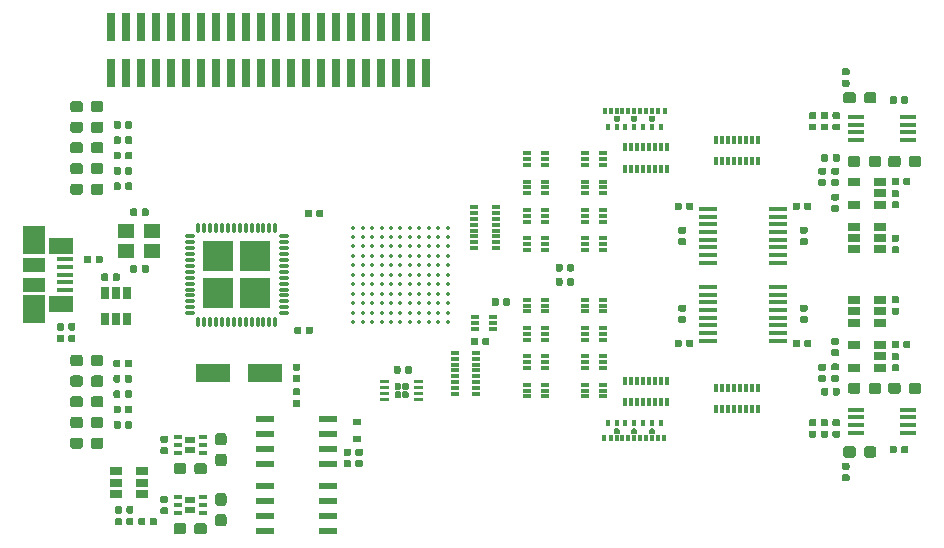
<source format=gtp>
G04 #@! TF.GenerationSoftware,KiCad,Pcbnew,5.1.0*
G04 #@! TF.CreationDate,2019-05-02T19:21:28+09:00*
G04 #@! TF.ProjectId,glasgow,676c6173-676f-4772-9e6b-696361645f70,rev?*
G04 #@! TF.SameCoordinates,Original*
G04 #@! TF.FileFunction,Paste,Top*
G04 #@! TF.FilePolarity,Positive*
%FSLAX46Y46*%
G04 Gerber Fmt 4.6, Leading zero omitted, Abs format (unit mm)*
G04 Created by KiCad (PCBNEW 5.1.0) date 2019-05-02 19:21:28*
%MOMM*%
%LPD*%
G04 APERTURE LIST*
%ADD10R,3.000000X1.600000*%
%ADD11R,1.060000X0.650000*%
%ADD12R,0.650000X0.350000*%
%ADD13R,0.820000X0.630000*%
%ADD14C,0.100000*%
%ADD15C,0.950000*%
%ADD16R,1.400000X1.200000*%
%ADD17C,0.590000*%
%ADD18R,0.700000X0.350000*%
%ADD19R,0.700000X0.600000*%
%ADD20C,0.300000*%
%ADD21R,0.300000X0.500000*%
%ADD22R,0.450000X0.500000*%
%ADD23C,0.350000*%
%ADD24R,0.800000X0.300000*%
%ADD25C,0.250000*%
%ADD26C,0.520000*%
%ADD27R,1.500000X0.450000*%
%ADD28R,0.300000X0.800000*%
%ADD29R,1.450000X0.450000*%
%ADD30R,0.740000X2.400000*%
%ADD31R,2.600000X2.600000*%
%ADD32O,0.280000X1.000000*%
%ADD33O,1.000000X0.280000*%
%ADD34R,0.650000X1.060000*%
%ADD35R,1.550000X0.600000*%
%ADD36R,1.900000X1.175000*%
%ADD37R,1.900000X2.375000*%
%ADD38R,2.100000X1.475000*%
%ADD39R,1.380000X0.450000*%
G04 APERTURE END LIST*
D10*
X67800000Y-103850000D03*
X72200000Y-103850000D03*
D11*
X122100000Y-89550000D03*
X122100000Y-87650000D03*
X124300000Y-87650000D03*
X124300000Y-88600000D03*
X124300000Y-89550000D03*
D12*
X66950000Y-110550000D03*
X66950000Y-109900000D03*
X66950000Y-109250000D03*
X64850000Y-109250000D03*
X64850000Y-109900000D03*
X64850000Y-110550000D03*
D13*
X65900000Y-110300000D03*
X65900000Y-109500000D03*
D12*
X66950000Y-115650000D03*
X66950000Y-115000000D03*
X66950000Y-114350000D03*
X64850000Y-114350000D03*
X64850000Y-115000000D03*
X64850000Y-115650000D03*
D13*
X65900000Y-115400000D03*
X65900000Y-114600000D03*
D14*
G36*
X65335779Y-111426144D02*
G01*
X65358834Y-111429563D01*
X65381443Y-111435227D01*
X65403387Y-111443079D01*
X65424457Y-111453044D01*
X65444448Y-111465026D01*
X65463168Y-111478910D01*
X65480438Y-111494562D01*
X65496090Y-111511832D01*
X65509974Y-111530552D01*
X65521956Y-111550543D01*
X65531921Y-111571613D01*
X65539773Y-111593557D01*
X65545437Y-111616166D01*
X65548856Y-111639221D01*
X65550000Y-111662500D01*
X65550000Y-112137500D01*
X65548856Y-112160779D01*
X65545437Y-112183834D01*
X65539773Y-112206443D01*
X65531921Y-112228387D01*
X65521956Y-112249457D01*
X65509974Y-112269448D01*
X65496090Y-112288168D01*
X65480438Y-112305438D01*
X65463168Y-112321090D01*
X65444448Y-112334974D01*
X65424457Y-112346956D01*
X65403387Y-112356921D01*
X65381443Y-112364773D01*
X65358834Y-112370437D01*
X65335779Y-112373856D01*
X65312500Y-112375000D01*
X64737500Y-112375000D01*
X64714221Y-112373856D01*
X64691166Y-112370437D01*
X64668557Y-112364773D01*
X64646613Y-112356921D01*
X64625543Y-112346956D01*
X64605552Y-112334974D01*
X64586832Y-112321090D01*
X64569562Y-112305438D01*
X64553910Y-112288168D01*
X64540026Y-112269448D01*
X64528044Y-112249457D01*
X64518079Y-112228387D01*
X64510227Y-112206443D01*
X64504563Y-112183834D01*
X64501144Y-112160779D01*
X64500000Y-112137500D01*
X64500000Y-111662500D01*
X64501144Y-111639221D01*
X64504563Y-111616166D01*
X64510227Y-111593557D01*
X64518079Y-111571613D01*
X64528044Y-111550543D01*
X64540026Y-111530552D01*
X64553910Y-111511832D01*
X64569562Y-111494562D01*
X64586832Y-111478910D01*
X64605552Y-111465026D01*
X64625543Y-111453044D01*
X64646613Y-111443079D01*
X64668557Y-111435227D01*
X64691166Y-111429563D01*
X64714221Y-111426144D01*
X64737500Y-111425000D01*
X65312500Y-111425000D01*
X65335779Y-111426144D01*
X65335779Y-111426144D01*
G37*
D15*
X65025000Y-111900000D03*
D14*
G36*
X67085779Y-111426144D02*
G01*
X67108834Y-111429563D01*
X67131443Y-111435227D01*
X67153387Y-111443079D01*
X67174457Y-111453044D01*
X67194448Y-111465026D01*
X67213168Y-111478910D01*
X67230438Y-111494562D01*
X67246090Y-111511832D01*
X67259974Y-111530552D01*
X67271956Y-111550543D01*
X67281921Y-111571613D01*
X67289773Y-111593557D01*
X67295437Y-111616166D01*
X67298856Y-111639221D01*
X67300000Y-111662500D01*
X67300000Y-112137500D01*
X67298856Y-112160779D01*
X67295437Y-112183834D01*
X67289773Y-112206443D01*
X67281921Y-112228387D01*
X67271956Y-112249457D01*
X67259974Y-112269448D01*
X67246090Y-112288168D01*
X67230438Y-112305438D01*
X67213168Y-112321090D01*
X67194448Y-112334974D01*
X67174457Y-112346956D01*
X67153387Y-112356921D01*
X67131443Y-112364773D01*
X67108834Y-112370437D01*
X67085779Y-112373856D01*
X67062500Y-112375000D01*
X66487500Y-112375000D01*
X66464221Y-112373856D01*
X66441166Y-112370437D01*
X66418557Y-112364773D01*
X66396613Y-112356921D01*
X66375543Y-112346956D01*
X66355552Y-112334974D01*
X66336832Y-112321090D01*
X66319562Y-112305438D01*
X66303910Y-112288168D01*
X66290026Y-112269448D01*
X66278044Y-112249457D01*
X66268079Y-112228387D01*
X66260227Y-112206443D01*
X66254563Y-112183834D01*
X66251144Y-112160779D01*
X66250000Y-112137500D01*
X66250000Y-111662500D01*
X66251144Y-111639221D01*
X66254563Y-111616166D01*
X66260227Y-111593557D01*
X66268079Y-111571613D01*
X66278044Y-111550543D01*
X66290026Y-111530552D01*
X66303910Y-111511832D01*
X66319562Y-111494562D01*
X66336832Y-111478910D01*
X66355552Y-111465026D01*
X66375543Y-111453044D01*
X66396613Y-111443079D01*
X66418557Y-111435227D01*
X66441166Y-111429563D01*
X66464221Y-111426144D01*
X66487500Y-111425000D01*
X67062500Y-111425000D01*
X67085779Y-111426144D01*
X67085779Y-111426144D01*
G37*
D15*
X66775000Y-111900000D03*
D16*
X60500000Y-91750000D03*
X62700000Y-91750000D03*
X62700000Y-93450000D03*
X60500000Y-93450000D03*
D14*
G36*
X58335779Y-109276144D02*
G01*
X58358834Y-109279563D01*
X58381443Y-109285227D01*
X58403387Y-109293079D01*
X58424457Y-109303044D01*
X58444448Y-109315026D01*
X58463168Y-109328910D01*
X58480438Y-109344562D01*
X58496090Y-109361832D01*
X58509974Y-109380552D01*
X58521956Y-109400543D01*
X58531921Y-109421613D01*
X58539773Y-109443557D01*
X58545437Y-109466166D01*
X58548856Y-109489221D01*
X58550000Y-109512500D01*
X58550000Y-109987500D01*
X58548856Y-110010779D01*
X58545437Y-110033834D01*
X58539773Y-110056443D01*
X58531921Y-110078387D01*
X58521956Y-110099457D01*
X58509974Y-110119448D01*
X58496090Y-110138168D01*
X58480438Y-110155438D01*
X58463168Y-110171090D01*
X58444448Y-110184974D01*
X58424457Y-110196956D01*
X58403387Y-110206921D01*
X58381443Y-110214773D01*
X58358834Y-110220437D01*
X58335779Y-110223856D01*
X58312500Y-110225000D01*
X57737500Y-110225000D01*
X57714221Y-110223856D01*
X57691166Y-110220437D01*
X57668557Y-110214773D01*
X57646613Y-110206921D01*
X57625543Y-110196956D01*
X57605552Y-110184974D01*
X57586832Y-110171090D01*
X57569562Y-110155438D01*
X57553910Y-110138168D01*
X57540026Y-110119448D01*
X57528044Y-110099457D01*
X57518079Y-110078387D01*
X57510227Y-110056443D01*
X57504563Y-110033834D01*
X57501144Y-110010779D01*
X57500000Y-109987500D01*
X57500000Y-109512500D01*
X57501144Y-109489221D01*
X57504563Y-109466166D01*
X57510227Y-109443557D01*
X57518079Y-109421613D01*
X57528044Y-109400543D01*
X57540026Y-109380552D01*
X57553910Y-109361832D01*
X57569562Y-109344562D01*
X57586832Y-109328910D01*
X57605552Y-109315026D01*
X57625543Y-109303044D01*
X57646613Y-109293079D01*
X57668557Y-109285227D01*
X57691166Y-109279563D01*
X57714221Y-109276144D01*
X57737500Y-109275000D01*
X58312500Y-109275000D01*
X58335779Y-109276144D01*
X58335779Y-109276144D01*
G37*
D15*
X58025000Y-109750000D03*
D14*
G36*
X56585779Y-109276144D02*
G01*
X56608834Y-109279563D01*
X56631443Y-109285227D01*
X56653387Y-109293079D01*
X56674457Y-109303044D01*
X56694448Y-109315026D01*
X56713168Y-109328910D01*
X56730438Y-109344562D01*
X56746090Y-109361832D01*
X56759974Y-109380552D01*
X56771956Y-109400543D01*
X56781921Y-109421613D01*
X56789773Y-109443557D01*
X56795437Y-109466166D01*
X56798856Y-109489221D01*
X56800000Y-109512500D01*
X56800000Y-109987500D01*
X56798856Y-110010779D01*
X56795437Y-110033834D01*
X56789773Y-110056443D01*
X56781921Y-110078387D01*
X56771956Y-110099457D01*
X56759974Y-110119448D01*
X56746090Y-110138168D01*
X56730438Y-110155438D01*
X56713168Y-110171090D01*
X56694448Y-110184974D01*
X56674457Y-110196956D01*
X56653387Y-110206921D01*
X56631443Y-110214773D01*
X56608834Y-110220437D01*
X56585779Y-110223856D01*
X56562500Y-110225000D01*
X55987500Y-110225000D01*
X55964221Y-110223856D01*
X55941166Y-110220437D01*
X55918557Y-110214773D01*
X55896613Y-110206921D01*
X55875543Y-110196956D01*
X55855552Y-110184974D01*
X55836832Y-110171090D01*
X55819562Y-110155438D01*
X55803910Y-110138168D01*
X55790026Y-110119448D01*
X55778044Y-110099457D01*
X55768079Y-110078387D01*
X55760227Y-110056443D01*
X55754563Y-110033834D01*
X55751144Y-110010779D01*
X55750000Y-109987500D01*
X55750000Y-109512500D01*
X55751144Y-109489221D01*
X55754563Y-109466166D01*
X55760227Y-109443557D01*
X55768079Y-109421613D01*
X55778044Y-109400543D01*
X55790026Y-109380552D01*
X55803910Y-109361832D01*
X55819562Y-109344562D01*
X55836832Y-109328910D01*
X55855552Y-109315026D01*
X55875543Y-109303044D01*
X55896613Y-109293079D01*
X55918557Y-109285227D01*
X55941166Y-109279563D01*
X55964221Y-109276144D01*
X55987500Y-109275000D01*
X56562500Y-109275000D01*
X56585779Y-109276144D01*
X56585779Y-109276144D01*
G37*
D15*
X56275000Y-109750000D03*
D14*
G36*
X58335779Y-107526144D02*
G01*
X58358834Y-107529563D01*
X58381443Y-107535227D01*
X58403387Y-107543079D01*
X58424457Y-107553044D01*
X58444448Y-107565026D01*
X58463168Y-107578910D01*
X58480438Y-107594562D01*
X58496090Y-107611832D01*
X58509974Y-107630552D01*
X58521956Y-107650543D01*
X58531921Y-107671613D01*
X58539773Y-107693557D01*
X58545437Y-107716166D01*
X58548856Y-107739221D01*
X58550000Y-107762500D01*
X58550000Y-108237500D01*
X58548856Y-108260779D01*
X58545437Y-108283834D01*
X58539773Y-108306443D01*
X58531921Y-108328387D01*
X58521956Y-108349457D01*
X58509974Y-108369448D01*
X58496090Y-108388168D01*
X58480438Y-108405438D01*
X58463168Y-108421090D01*
X58444448Y-108434974D01*
X58424457Y-108446956D01*
X58403387Y-108456921D01*
X58381443Y-108464773D01*
X58358834Y-108470437D01*
X58335779Y-108473856D01*
X58312500Y-108475000D01*
X57737500Y-108475000D01*
X57714221Y-108473856D01*
X57691166Y-108470437D01*
X57668557Y-108464773D01*
X57646613Y-108456921D01*
X57625543Y-108446956D01*
X57605552Y-108434974D01*
X57586832Y-108421090D01*
X57569562Y-108405438D01*
X57553910Y-108388168D01*
X57540026Y-108369448D01*
X57528044Y-108349457D01*
X57518079Y-108328387D01*
X57510227Y-108306443D01*
X57504563Y-108283834D01*
X57501144Y-108260779D01*
X57500000Y-108237500D01*
X57500000Y-107762500D01*
X57501144Y-107739221D01*
X57504563Y-107716166D01*
X57510227Y-107693557D01*
X57518079Y-107671613D01*
X57528044Y-107650543D01*
X57540026Y-107630552D01*
X57553910Y-107611832D01*
X57569562Y-107594562D01*
X57586832Y-107578910D01*
X57605552Y-107565026D01*
X57625543Y-107553044D01*
X57646613Y-107543079D01*
X57668557Y-107535227D01*
X57691166Y-107529563D01*
X57714221Y-107526144D01*
X57737500Y-107525000D01*
X58312500Y-107525000D01*
X58335779Y-107526144D01*
X58335779Y-107526144D01*
G37*
D15*
X58025000Y-108000000D03*
D14*
G36*
X56585779Y-107526144D02*
G01*
X56608834Y-107529563D01*
X56631443Y-107535227D01*
X56653387Y-107543079D01*
X56674457Y-107553044D01*
X56694448Y-107565026D01*
X56713168Y-107578910D01*
X56730438Y-107594562D01*
X56746090Y-107611832D01*
X56759974Y-107630552D01*
X56771956Y-107650543D01*
X56781921Y-107671613D01*
X56789773Y-107693557D01*
X56795437Y-107716166D01*
X56798856Y-107739221D01*
X56800000Y-107762500D01*
X56800000Y-108237500D01*
X56798856Y-108260779D01*
X56795437Y-108283834D01*
X56789773Y-108306443D01*
X56781921Y-108328387D01*
X56771956Y-108349457D01*
X56759974Y-108369448D01*
X56746090Y-108388168D01*
X56730438Y-108405438D01*
X56713168Y-108421090D01*
X56694448Y-108434974D01*
X56674457Y-108446956D01*
X56653387Y-108456921D01*
X56631443Y-108464773D01*
X56608834Y-108470437D01*
X56585779Y-108473856D01*
X56562500Y-108475000D01*
X55987500Y-108475000D01*
X55964221Y-108473856D01*
X55941166Y-108470437D01*
X55918557Y-108464773D01*
X55896613Y-108456921D01*
X55875543Y-108446956D01*
X55855552Y-108434974D01*
X55836832Y-108421090D01*
X55819562Y-108405438D01*
X55803910Y-108388168D01*
X55790026Y-108369448D01*
X55778044Y-108349457D01*
X55768079Y-108328387D01*
X55760227Y-108306443D01*
X55754563Y-108283834D01*
X55751144Y-108260779D01*
X55750000Y-108237500D01*
X55750000Y-107762500D01*
X55751144Y-107739221D01*
X55754563Y-107716166D01*
X55760227Y-107693557D01*
X55768079Y-107671613D01*
X55778044Y-107650543D01*
X55790026Y-107630552D01*
X55803910Y-107611832D01*
X55819562Y-107594562D01*
X55836832Y-107578910D01*
X55855552Y-107565026D01*
X55875543Y-107553044D01*
X55896613Y-107543079D01*
X55918557Y-107535227D01*
X55941166Y-107529563D01*
X55964221Y-107526144D01*
X55987500Y-107525000D01*
X56562500Y-107525000D01*
X56585779Y-107526144D01*
X56585779Y-107526144D01*
G37*
D15*
X56275000Y-108000000D03*
D14*
G36*
X58335779Y-105776144D02*
G01*
X58358834Y-105779563D01*
X58381443Y-105785227D01*
X58403387Y-105793079D01*
X58424457Y-105803044D01*
X58444448Y-105815026D01*
X58463168Y-105828910D01*
X58480438Y-105844562D01*
X58496090Y-105861832D01*
X58509974Y-105880552D01*
X58521956Y-105900543D01*
X58531921Y-105921613D01*
X58539773Y-105943557D01*
X58545437Y-105966166D01*
X58548856Y-105989221D01*
X58550000Y-106012500D01*
X58550000Y-106487500D01*
X58548856Y-106510779D01*
X58545437Y-106533834D01*
X58539773Y-106556443D01*
X58531921Y-106578387D01*
X58521956Y-106599457D01*
X58509974Y-106619448D01*
X58496090Y-106638168D01*
X58480438Y-106655438D01*
X58463168Y-106671090D01*
X58444448Y-106684974D01*
X58424457Y-106696956D01*
X58403387Y-106706921D01*
X58381443Y-106714773D01*
X58358834Y-106720437D01*
X58335779Y-106723856D01*
X58312500Y-106725000D01*
X57737500Y-106725000D01*
X57714221Y-106723856D01*
X57691166Y-106720437D01*
X57668557Y-106714773D01*
X57646613Y-106706921D01*
X57625543Y-106696956D01*
X57605552Y-106684974D01*
X57586832Y-106671090D01*
X57569562Y-106655438D01*
X57553910Y-106638168D01*
X57540026Y-106619448D01*
X57528044Y-106599457D01*
X57518079Y-106578387D01*
X57510227Y-106556443D01*
X57504563Y-106533834D01*
X57501144Y-106510779D01*
X57500000Y-106487500D01*
X57500000Y-106012500D01*
X57501144Y-105989221D01*
X57504563Y-105966166D01*
X57510227Y-105943557D01*
X57518079Y-105921613D01*
X57528044Y-105900543D01*
X57540026Y-105880552D01*
X57553910Y-105861832D01*
X57569562Y-105844562D01*
X57586832Y-105828910D01*
X57605552Y-105815026D01*
X57625543Y-105803044D01*
X57646613Y-105793079D01*
X57668557Y-105785227D01*
X57691166Y-105779563D01*
X57714221Y-105776144D01*
X57737500Y-105775000D01*
X58312500Y-105775000D01*
X58335779Y-105776144D01*
X58335779Y-105776144D01*
G37*
D15*
X58025000Y-106250000D03*
D14*
G36*
X56585779Y-105776144D02*
G01*
X56608834Y-105779563D01*
X56631443Y-105785227D01*
X56653387Y-105793079D01*
X56674457Y-105803044D01*
X56694448Y-105815026D01*
X56713168Y-105828910D01*
X56730438Y-105844562D01*
X56746090Y-105861832D01*
X56759974Y-105880552D01*
X56771956Y-105900543D01*
X56781921Y-105921613D01*
X56789773Y-105943557D01*
X56795437Y-105966166D01*
X56798856Y-105989221D01*
X56800000Y-106012500D01*
X56800000Y-106487500D01*
X56798856Y-106510779D01*
X56795437Y-106533834D01*
X56789773Y-106556443D01*
X56781921Y-106578387D01*
X56771956Y-106599457D01*
X56759974Y-106619448D01*
X56746090Y-106638168D01*
X56730438Y-106655438D01*
X56713168Y-106671090D01*
X56694448Y-106684974D01*
X56674457Y-106696956D01*
X56653387Y-106706921D01*
X56631443Y-106714773D01*
X56608834Y-106720437D01*
X56585779Y-106723856D01*
X56562500Y-106725000D01*
X55987500Y-106725000D01*
X55964221Y-106723856D01*
X55941166Y-106720437D01*
X55918557Y-106714773D01*
X55896613Y-106706921D01*
X55875543Y-106696956D01*
X55855552Y-106684974D01*
X55836832Y-106671090D01*
X55819562Y-106655438D01*
X55803910Y-106638168D01*
X55790026Y-106619448D01*
X55778044Y-106599457D01*
X55768079Y-106578387D01*
X55760227Y-106556443D01*
X55754563Y-106533834D01*
X55751144Y-106510779D01*
X55750000Y-106487500D01*
X55750000Y-106012500D01*
X55751144Y-105989221D01*
X55754563Y-105966166D01*
X55760227Y-105943557D01*
X55768079Y-105921613D01*
X55778044Y-105900543D01*
X55790026Y-105880552D01*
X55803910Y-105861832D01*
X55819562Y-105844562D01*
X55836832Y-105828910D01*
X55855552Y-105815026D01*
X55875543Y-105803044D01*
X55896613Y-105793079D01*
X55918557Y-105785227D01*
X55941166Y-105779563D01*
X55964221Y-105776144D01*
X55987500Y-105775000D01*
X56562500Y-105775000D01*
X56585779Y-105776144D01*
X56585779Y-105776144D01*
G37*
D15*
X56275000Y-106250000D03*
D14*
G36*
X58335779Y-104026144D02*
G01*
X58358834Y-104029563D01*
X58381443Y-104035227D01*
X58403387Y-104043079D01*
X58424457Y-104053044D01*
X58444448Y-104065026D01*
X58463168Y-104078910D01*
X58480438Y-104094562D01*
X58496090Y-104111832D01*
X58509974Y-104130552D01*
X58521956Y-104150543D01*
X58531921Y-104171613D01*
X58539773Y-104193557D01*
X58545437Y-104216166D01*
X58548856Y-104239221D01*
X58550000Y-104262500D01*
X58550000Y-104737500D01*
X58548856Y-104760779D01*
X58545437Y-104783834D01*
X58539773Y-104806443D01*
X58531921Y-104828387D01*
X58521956Y-104849457D01*
X58509974Y-104869448D01*
X58496090Y-104888168D01*
X58480438Y-104905438D01*
X58463168Y-104921090D01*
X58444448Y-104934974D01*
X58424457Y-104946956D01*
X58403387Y-104956921D01*
X58381443Y-104964773D01*
X58358834Y-104970437D01*
X58335779Y-104973856D01*
X58312500Y-104975000D01*
X57737500Y-104975000D01*
X57714221Y-104973856D01*
X57691166Y-104970437D01*
X57668557Y-104964773D01*
X57646613Y-104956921D01*
X57625543Y-104946956D01*
X57605552Y-104934974D01*
X57586832Y-104921090D01*
X57569562Y-104905438D01*
X57553910Y-104888168D01*
X57540026Y-104869448D01*
X57528044Y-104849457D01*
X57518079Y-104828387D01*
X57510227Y-104806443D01*
X57504563Y-104783834D01*
X57501144Y-104760779D01*
X57500000Y-104737500D01*
X57500000Y-104262500D01*
X57501144Y-104239221D01*
X57504563Y-104216166D01*
X57510227Y-104193557D01*
X57518079Y-104171613D01*
X57528044Y-104150543D01*
X57540026Y-104130552D01*
X57553910Y-104111832D01*
X57569562Y-104094562D01*
X57586832Y-104078910D01*
X57605552Y-104065026D01*
X57625543Y-104053044D01*
X57646613Y-104043079D01*
X57668557Y-104035227D01*
X57691166Y-104029563D01*
X57714221Y-104026144D01*
X57737500Y-104025000D01*
X58312500Y-104025000D01*
X58335779Y-104026144D01*
X58335779Y-104026144D01*
G37*
D15*
X58025000Y-104500000D03*
D14*
G36*
X56585779Y-104026144D02*
G01*
X56608834Y-104029563D01*
X56631443Y-104035227D01*
X56653387Y-104043079D01*
X56674457Y-104053044D01*
X56694448Y-104065026D01*
X56713168Y-104078910D01*
X56730438Y-104094562D01*
X56746090Y-104111832D01*
X56759974Y-104130552D01*
X56771956Y-104150543D01*
X56781921Y-104171613D01*
X56789773Y-104193557D01*
X56795437Y-104216166D01*
X56798856Y-104239221D01*
X56800000Y-104262500D01*
X56800000Y-104737500D01*
X56798856Y-104760779D01*
X56795437Y-104783834D01*
X56789773Y-104806443D01*
X56781921Y-104828387D01*
X56771956Y-104849457D01*
X56759974Y-104869448D01*
X56746090Y-104888168D01*
X56730438Y-104905438D01*
X56713168Y-104921090D01*
X56694448Y-104934974D01*
X56674457Y-104946956D01*
X56653387Y-104956921D01*
X56631443Y-104964773D01*
X56608834Y-104970437D01*
X56585779Y-104973856D01*
X56562500Y-104975000D01*
X55987500Y-104975000D01*
X55964221Y-104973856D01*
X55941166Y-104970437D01*
X55918557Y-104964773D01*
X55896613Y-104956921D01*
X55875543Y-104946956D01*
X55855552Y-104934974D01*
X55836832Y-104921090D01*
X55819562Y-104905438D01*
X55803910Y-104888168D01*
X55790026Y-104869448D01*
X55778044Y-104849457D01*
X55768079Y-104828387D01*
X55760227Y-104806443D01*
X55754563Y-104783834D01*
X55751144Y-104760779D01*
X55750000Y-104737500D01*
X55750000Y-104262500D01*
X55751144Y-104239221D01*
X55754563Y-104216166D01*
X55760227Y-104193557D01*
X55768079Y-104171613D01*
X55778044Y-104150543D01*
X55790026Y-104130552D01*
X55803910Y-104111832D01*
X55819562Y-104094562D01*
X55836832Y-104078910D01*
X55855552Y-104065026D01*
X55875543Y-104053044D01*
X55896613Y-104043079D01*
X55918557Y-104035227D01*
X55941166Y-104029563D01*
X55964221Y-104026144D01*
X55987500Y-104025000D01*
X56562500Y-104025000D01*
X56585779Y-104026144D01*
X56585779Y-104026144D01*
G37*
D15*
X56275000Y-104500000D03*
D14*
G36*
X58335779Y-102276144D02*
G01*
X58358834Y-102279563D01*
X58381443Y-102285227D01*
X58403387Y-102293079D01*
X58424457Y-102303044D01*
X58444448Y-102315026D01*
X58463168Y-102328910D01*
X58480438Y-102344562D01*
X58496090Y-102361832D01*
X58509974Y-102380552D01*
X58521956Y-102400543D01*
X58531921Y-102421613D01*
X58539773Y-102443557D01*
X58545437Y-102466166D01*
X58548856Y-102489221D01*
X58550000Y-102512500D01*
X58550000Y-102987500D01*
X58548856Y-103010779D01*
X58545437Y-103033834D01*
X58539773Y-103056443D01*
X58531921Y-103078387D01*
X58521956Y-103099457D01*
X58509974Y-103119448D01*
X58496090Y-103138168D01*
X58480438Y-103155438D01*
X58463168Y-103171090D01*
X58444448Y-103184974D01*
X58424457Y-103196956D01*
X58403387Y-103206921D01*
X58381443Y-103214773D01*
X58358834Y-103220437D01*
X58335779Y-103223856D01*
X58312500Y-103225000D01*
X57737500Y-103225000D01*
X57714221Y-103223856D01*
X57691166Y-103220437D01*
X57668557Y-103214773D01*
X57646613Y-103206921D01*
X57625543Y-103196956D01*
X57605552Y-103184974D01*
X57586832Y-103171090D01*
X57569562Y-103155438D01*
X57553910Y-103138168D01*
X57540026Y-103119448D01*
X57528044Y-103099457D01*
X57518079Y-103078387D01*
X57510227Y-103056443D01*
X57504563Y-103033834D01*
X57501144Y-103010779D01*
X57500000Y-102987500D01*
X57500000Y-102512500D01*
X57501144Y-102489221D01*
X57504563Y-102466166D01*
X57510227Y-102443557D01*
X57518079Y-102421613D01*
X57528044Y-102400543D01*
X57540026Y-102380552D01*
X57553910Y-102361832D01*
X57569562Y-102344562D01*
X57586832Y-102328910D01*
X57605552Y-102315026D01*
X57625543Y-102303044D01*
X57646613Y-102293079D01*
X57668557Y-102285227D01*
X57691166Y-102279563D01*
X57714221Y-102276144D01*
X57737500Y-102275000D01*
X58312500Y-102275000D01*
X58335779Y-102276144D01*
X58335779Y-102276144D01*
G37*
D15*
X58025000Y-102750000D03*
D14*
G36*
X56585779Y-102276144D02*
G01*
X56608834Y-102279563D01*
X56631443Y-102285227D01*
X56653387Y-102293079D01*
X56674457Y-102303044D01*
X56694448Y-102315026D01*
X56713168Y-102328910D01*
X56730438Y-102344562D01*
X56746090Y-102361832D01*
X56759974Y-102380552D01*
X56771956Y-102400543D01*
X56781921Y-102421613D01*
X56789773Y-102443557D01*
X56795437Y-102466166D01*
X56798856Y-102489221D01*
X56800000Y-102512500D01*
X56800000Y-102987500D01*
X56798856Y-103010779D01*
X56795437Y-103033834D01*
X56789773Y-103056443D01*
X56781921Y-103078387D01*
X56771956Y-103099457D01*
X56759974Y-103119448D01*
X56746090Y-103138168D01*
X56730438Y-103155438D01*
X56713168Y-103171090D01*
X56694448Y-103184974D01*
X56674457Y-103196956D01*
X56653387Y-103206921D01*
X56631443Y-103214773D01*
X56608834Y-103220437D01*
X56585779Y-103223856D01*
X56562500Y-103225000D01*
X55987500Y-103225000D01*
X55964221Y-103223856D01*
X55941166Y-103220437D01*
X55918557Y-103214773D01*
X55896613Y-103206921D01*
X55875543Y-103196956D01*
X55855552Y-103184974D01*
X55836832Y-103171090D01*
X55819562Y-103155438D01*
X55803910Y-103138168D01*
X55790026Y-103119448D01*
X55778044Y-103099457D01*
X55768079Y-103078387D01*
X55760227Y-103056443D01*
X55754563Y-103033834D01*
X55751144Y-103010779D01*
X55750000Y-102987500D01*
X55750000Y-102512500D01*
X55751144Y-102489221D01*
X55754563Y-102466166D01*
X55760227Y-102443557D01*
X55768079Y-102421613D01*
X55778044Y-102400543D01*
X55790026Y-102380552D01*
X55803910Y-102361832D01*
X55819562Y-102344562D01*
X55836832Y-102328910D01*
X55855552Y-102315026D01*
X55875543Y-102303044D01*
X55896613Y-102293079D01*
X55918557Y-102285227D01*
X55941166Y-102279563D01*
X55964221Y-102276144D01*
X55987500Y-102275000D01*
X56562500Y-102275000D01*
X56585779Y-102276144D01*
X56585779Y-102276144D01*
G37*
D15*
X56275000Y-102750000D03*
D14*
G36*
X58335779Y-87776144D02*
G01*
X58358834Y-87779563D01*
X58381443Y-87785227D01*
X58403387Y-87793079D01*
X58424457Y-87803044D01*
X58444448Y-87815026D01*
X58463168Y-87828910D01*
X58480438Y-87844562D01*
X58496090Y-87861832D01*
X58509974Y-87880552D01*
X58521956Y-87900543D01*
X58531921Y-87921613D01*
X58539773Y-87943557D01*
X58545437Y-87966166D01*
X58548856Y-87989221D01*
X58550000Y-88012500D01*
X58550000Y-88487500D01*
X58548856Y-88510779D01*
X58545437Y-88533834D01*
X58539773Y-88556443D01*
X58531921Y-88578387D01*
X58521956Y-88599457D01*
X58509974Y-88619448D01*
X58496090Y-88638168D01*
X58480438Y-88655438D01*
X58463168Y-88671090D01*
X58444448Y-88684974D01*
X58424457Y-88696956D01*
X58403387Y-88706921D01*
X58381443Y-88714773D01*
X58358834Y-88720437D01*
X58335779Y-88723856D01*
X58312500Y-88725000D01*
X57737500Y-88725000D01*
X57714221Y-88723856D01*
X57691166Y-88720437D01*
X57668557Y-88714773D01*
X57646613Y-88706921D01*
X57625543Y-88696956D01*
X57605552Y-88684974D01*
X57586832Y-88671090D01*
X57569562Y-88655438D01*
X57553910Y-88638168D01*
X57540026Y-88619448D01*
X57528044Y-88599457D01*
X57518079Y-88578387D01*
X57510227Y-88556443D01*
X57504563Y-88533834D01*
X57501144Y-88510779D01*
X57500000Y-88487500D01*
X57500000Y-88012500D01*
X57501144Y-87989221D01*
X57504563Y-87966166D01*
X57510227Y-87943557D01*
X57518079Y-87921613D01*
X57528044Y-87900543D01*
X57540026Y-87880552D01*
X57553910Y-87861832D01*
X57569562Y-87844562D01*
X57586832Y-87828910D01*
X57605552Y-87815026D01*
X57625543Y-87803044D01*
X57646613Y-87793079D01*
X57668557Y-87785227D01*
X57691166Y-87779563D01*
X57714221Y-87776144D01*
X57737500Y-87775000D01*
X58312500Y-87775000D01*
X58335779Y-87776144D01*
X58335779Y-87776144D01*
G37*
D15*
X58025000Y-88250000D03*
D14*
G36*
X56585779Y-87776144D02*
G01*
X56608834Y-87779563D01*
X56631443Y-87785227D01*
X56653387Y-87793079D01*
X56674457Y-87803044D01*
X56694448Y-87815026D01*
X56713168Y-87828910D01*
X56730438Y-87844562D01*
X56746090Y-87861832D01*
X56759974Y-87880552D01*
X56771956Y-87900543D01*
X56781921Y-87921613D01*
X56789773Y-87943557D01*
X56795437Y-87966166D01*
X56798856Y-87989221D01*
X56800000Y-88012500D01*
X56800000Y-88487500D01*
X56798856Y-88510779D01*
X56795437Y-88533834D01*
X56789773Y-88556443D01*
X56781921Y-88578387D01*
X56771956Y-88599457D01*
X56759974Y-88619448D01*
X56746090Y-88638168D01*
X56730438Y-88655438D01*
X56713168Y-88671090D01*
X56694448Y-88684974D01*
X56674457Y-88696956D01*
X56653387Y-88706921D01*
X56631443Y-88714773D01*
X56608834Y-88720437D01*
X56585779Y-88723856D01*
X56562500Y-88725000D01*
X55987500Y-88725000D01*
X55964221Y-88723856D01*
X55941166Y-88720437D01*
X55918557Y-88714773D01*
X55896613Y-88706921D01*
X55875543Y-88696956D01*
X55855552Y-88684974D01*
X55836832Y-88671090D01*
X55819562Y-88655438D01*
X55803910Y-88638168D01*
X55790026Y-88619448D01*
X55778044Y-88599457D01*
X55768079Y-88578387D01*
X55760227Y-88556443D01*
X55754563Y-88533834D01*
X55751144Y-88510779D01*
X55750000Y-88487500D01*
X55750000Y-88012500D01*
X55751144Y-87989221D01*
X55754563Y-87966166D01*
X55760227Y-87943557D01*
X55768079Y-87921613D01*
X55778044Y-87900543D01*
X55790026Y-87880552D01*
X55803910Y-87861832D01*
X55819562Y-87844562D01*
X55836832Y-87828910D01*
X55855552Y-87815026D01*
X55875543Y-87803044D01*
X55896613Y-87793079D01*
X55918557Y-87785227D01*
X55941166Y-87779563D01*
X55964221Y-87776144D01*
X55987500Y-87775000D01*
X56562500Y-87775000D01*
X56585779Y-87776144D01*
X56585779Y-87776144D01*
G37*
D15*
X56275000Y-88250000D03*
D14*
G36*
X58335779Y-86026144D02*
G01*
X58358834Y-86029563D01*
X58381443Y-86035227D01*
X58403387Y-86043079D01*
X58424457Y-86053044D01*
X58444448Y-86065026D01*
X58463168Y-86078910D01*
X58480438Y-86094562D01*
X58496090Y-86111832D01*
X58509974Y-86130552D01*
X58521956Y-86150543D01*
X58531921Y-86171613D01*
X58539773Y-86193557D01*
X58545437Y-86216166D01*
X58548856Y-86239221D01*
X58550000Y-86262500D01*
X58550000Y-86737500D01*
X58548856Y-86760779D01*
X58545437Y-86783834D01*
X58539773Y-86806443D01*
X58531921Y-86828387D01*
X58521956Y-86849457D01*
X58509974Y-86869448D01*
X58496090Y-86888168D01*
X58480438Y-86905438D01*
X58463168Y-86921090D01*
X58444448Y-86934974D01*
X58424457Y-86946956D01*
X58403387Y-86956921D01*
X58381443Y-86964773D01*
X58358834Y-86970437D01*
X58335779Y-86973856D01*
X58312500Y-86975000D01*
X57737500Y-86975000D01*
X57714221Y-86973856D01*
X57691166Y-86970437D01*
X57668557Y-86964773D01*
X57646613Y-86956921D01*
X57625543Y-86946956D01*
X57605552Y-86934974D01*
X57586832Y-86921090D01*
X57569562Y-86905438D01*
X57553910Y-86888168D01*
X57540026Y-86869448D01*
X57528044Y-86849457D01*
X57518079Y-86828387D01*
X57510227Y-86806443D01*
X57504563Y-86783834D01*
X57501144Y-86760779D01*
X57500000Y-86737500D01*
X57500000Y-86262500D01*
X57501144Y-86239221D01*
X57504563Y-86216166D01*
X57510227Y-86193557D01*
X57518079Y-86171613D01*
X57528044Y-86150543D01*
X57540026Y-86130552D01*
X57553910Y-86111832D01*
X57569562Y-86094562D01*
X57586832Y-86078910D01*
X57605552Y-86065026D01*
X57625543Y-86053044D01*
X57646613Y-86043079D01*
X57668557Y-86035227D01*
X57691166Y-86029563D01*
X57714221Y-86026144D01*
X57737500Y-86025000D01*
X58312500Y-86025000D01*
X58335779Y-86026144D01*
X58335779Y-86026144D01*
G37*
D15*
X58025000Y-86500000D03*
D14*
G36*
X56585779Y-86026144D02*
G01*
X56608834Y-86029563D01*
X56631443Y-86035227D01*
X56653387Y-86043079D01*
X56674457Y-86053044D01*
X56694448Y-86065026D01*
X56713168Y-86078910D01*
X56730438Y-86094562D01*
X56746090Y-86111832D01*
X56759974Y-86130552D01*
X56771956Y-86150543D01*
X56781921Y-86171613D01*
X56789773Y-86193557D01*
X56795437Y-86216166D01*
X56798856Y-86239221D01*
X56800000Y-86262500D01*
X56800000Y-86737500D01*
X56798856Y-86760779D01*
X56795437Y-86783834D01*
X56789773Y-86806443D01*
X56781921Y-86828387D01*
X56771956Y-86849457D01*
X56759974Y-86869448D01*
X56746090Y-86888168D01*
X56730438Y-86905438D01*
X56713168Y-86921090D01*
X56694448Y-86934974D01*
X56674457Y-86946956D01*
X56653387Y-86956921D01*
X56631443Y-86964773D01*
X56608834Y-86970437D01*
X56585779Y-86973856D01*
X56562500Y-86975000D01*
X55987500Y-86975000D01*
X55964221Y-86973856D01*
X55941166Y-86970437D01*
X55918557Y-86964773D01*
X55896613Y-86956921D01*
X55875543Y-86946956D01*
X55855552Y-86934974D01*
X55836832Y-86921090D01*
X55819562Y-86905438D01*
X55803910Y-86888168D01*
X55790026Y-86869448D01*
X55778044Y-86849457D01*
X55768079Y-86828387D01*
X55760227Y-86806443D01*
X55754563Y-86783834D01*
X55751144Y-86760779D01*
X55750000Y-86737500D01*
X55750000Y-86262500D01*
X55751144Y-86239221D01*
X55754563Y-86216166D01*
X55760227Y-86193557D01*
X55768079Y-86171613D01*
X55778044Y-86150543D01*
X55790026Y-86130552D01*
X55803910Y-86111832D01*
X55819562Y-86094562D01*
X55836832Y-86078910D01*
X55855552Y-86065026D01*
X55875543Y-86053044D01*
X55896613Y-86043079D01*
X55918557Y-86035227D01*
X55941166Y-86029563D01*
X55964221Y-86026144D01*
X55987500Y-86025000D01*
X56562500Y-86025000D01*
X56585779Y-86026144D01*
X56585779Y-86026144D01*
G37*
D15*
X56275000Y-86500000D03*
D14*
G36*
X58335779Y-84276144D02*
G01*
X58358834Y-84279563D01*
X58381443Y-84285227D01*
X58403387Y-84293079D01*
X58424457Y-84303044D01*
X58444448Y-84315026D01*
X58463168Y-84328910D01*
X58480438Y-84344562D01*
X58496090Y-84361832D01*
X58509974Y-84380552D01*
X58521956Y-84400543D01*
X58531921Y-84421613D01*
X58539773Y-84443557D01*
X58545437Y-84466166D01*
X58548856Y-84489221D01*
X58550000Y-84512500D01*
X58550000Y-84987500D01*
X58548856Y-85010779D01*
X58545437Y-85033834D01*
X58539773Y-85056443D01*
X58531921Y-85078387D01*
X58521956Y-85099457D01*
X58509974Y-85119448D01*
X58496090Y-85138168D01*
X58480438Y-85155438D01*
X58463168Y-85171090D01*
X58444448Y-85184974D01*
X58424457Y-85196956D01*
X58403387Y-85206921D01*
X58381443Y-85214773D01*
X58358834Y-85220437D01*
X58335779Y-85223856D01*
X58312500Y-85225000D01*
X57737500Y-85225000D01*
X57714221Y-85223856D01*
X57691166Y-85220437D01*
X57668557Y-85214773D01*
X57646613Y-85206921D01*
X57625543Y-85196956D01*
X57605552Y-85184974D01*
X57586832Y-85171090D01*
X57569562Y-85155438D01*
X57553910Y-85138168D01*
X57540026Y-85119448D01*
X57528044Y-85099457D01*
X57518079Y-85078387D01*
X57510227Y-85056443D01*
X57504563Y-85033834D01*
X57501144Y-85010779D01*
X57500000Y-84987500D01*
X57500000Y-84512500D01*
X57501144Y-84489221D01*
X57504563Y-84466166D01*
X57510227Y-84443557D01*
X57518079Y-84421613D01*
X57528044Y-84400543D01*
X57540026Y-84380552D01*
X57553910Y-84361832D01*
X57569562Y-84344562D01*
X57586832Y-84328910D01*
X57605552Y-84315026D01*
X57625543Y-84303044D01*
X57646613Y-84293079D01*
X57668557Y-84285227D01*
X57691166Y-84279563D01*
X57714221Y-84276144D01*
X57737500Y-84275000D01*
X58312500Y-84275000D01*
X58335779Y-84276144D01*
X58335779Y-84276144D01*
G37*
D15*
X58025000Y-84750000D03*
D14*
G36*
X56585779Y-84276144D02*
G01*
X56608834Y-84279563D01*
X56631443Y-84285227D01*
X56653387Y-84293079D01*
X56674457Y-84303044D01*
X56694448Y-84315026D01*
X56713168Y-84328910D01*
X56730438Y-84344562D01*
X56746090Y-84361832D01*
X56759974Y-84380552D01*
X56771956Y-84400543D01*
X56781921Y-84421613D01*
X56789773Y-84443557D01*
X56795437Y-84466166D01*
X56798856Y-84489221D01*
X56800000Y-84512500D01*
X56800000Y-84987500D01*
X56798856Y-85010779D01*
X56795437Y-85033834D01*
X56789773Y-85056443D01*
X56781921Y-85078387D01*
X56771956Y-85099457D01*
X56759974Y-85119448D01*
X56746090Y-85138168D01*
X56730438Y-85155438D01*
X56713168Y-85171090D01*
X56694448Y-85184974D01*
X56674457Y-85196956D01*
X56653387Y-85206921D01*
X56631443Y-85214773D01*
X56608834Y-85220437D01*
X56585779Y-85223856D01*
X56562500Y-85225000D01*
X55987500Y-85225000D01*
X55964221Y-85223856D01*
X55941166Y-85220437D01*
X55918557Y-85214773D01*
X55896613Y-85206921D01*
X55875543Y-85196956D01*
X55855552Y-85184974D01*
X55836832Y-85171090D01*
X55819562Y-85155438D01*
X55803910Y-85138168D01*
X55790026Y-85119448D01*
X55778044Y-85099457D01*
X55768079Y-85078387D01*
X55760227Y-85056443D01*
X55754563Y-85033834D01*
X55751144Y-85010779D01*
X55750000Y-84987500D01*
X55750000Y-84512500D01*
X55751144Y-84489221D01*
X55754563Y-84466166D01*
X55760227Y-84443557D01*
X55768079Y-84421613D01*
X55778044Y-84400543D01*
X55790026Y-84380552D01*
X55803910Y-84361832D01*
X55819562Y-84344562D01*
X55836832Y-84328910D01*
X55855552Y-84315026D01*
X55875543Y-84303044D01*
X55896613Y-84293079D01*
X55918557Y-84285227D01*
X55941166Y-84279563D01*
X55964221Y-84276144D01*
X55987500Y-84275000D01*
X56562500Y-84275000D01*
X56585779Y-84276144D01*
X56585779Y-84276144D01*
G37*
D15*
X56275000Y-84750000D03*
D14*
G36*
X58335779Y-82526144D02*
G01*
X58358834Y-82529563D01*
X58381443Y-82535227D01*
X58403387Y-82543079D01*
X58424457Y-82553044D01*
X58444448Y-82565026D01*
X58463168Y-82578910D01*
X58480438Y-82594562D01*
X58496090Y-82611832D01*
X58509974Y-82630552D01*
X58521956Y-82650543D01*
X58531921Y-82671613D01*
X58539773Y-82693557D01*
X58545437Y-82716166D01*
X58548856Y-82739221D01*
X58550000Y-82762500D01*
X58550000Y-83237500D01*
X58548856Y-83260779D01*
X58545437Y-83283834D01*
X58539773Y-83306443D01*
X58531921Y-83328387D01*
X58521956Y-83349457D01*
X58509974Y-83369448D01*
X58496090Y-83388168D01*
X58480438Y-83405438D01*
X58463168Y-83421090D01*
X58444448Y-83434974D01*
X58424457Y-83446956D01*
X58403387Y-83456921D01*
X58381443Y-83464773D01*
X58358834Y-83470437D01*
X58335779Y-83473856D01*
X58312500Y-83475000D01*
X57737500Y-83475000D01*
X57714221Y-83473856D01*
X57691166Y-83470437D01*
X57668557Y-83464773D01*
X57646613Y-83456921D01*
X57625543Y-83446956D01*
X57605552Y-83434974D01*
X57586832Y-83421090D01*
X57569562Y-83405438D01*
X57553910Y-83388168D01*
X57540026Y-83369448D01*
X57528044Y-83349457D01*
X57518079Y-83328387D01*
X57510227Y-83306443D01*
X57504563Y-83283834D01*
X57501144Y-83260779D01*
X57500000Y-83237500D01*
X57500000Y-82762500D01*
X57501144Y-82739221D01*
X57504563Y-82716166D01*
X57510227Y-82693557D01*
X57518079Y-82671613D01*
X57528044Y-82650543D01*
X57540026Y-82630552D01*
X57553910Y-82611832D01*
X57569562Y-82594562D01*
X57586832Y-82578910D01*
X57605552Y-82565026D01*
X57625543Y-82553044D01*
X57646613Y-82543079D01*
X57668557Y-82535227D01*
X57691166Y-82529563D01*
X57714221Y-82526144D01*
X57737500Y-82525000D01*
X58312500Y-82525000D01*
X58335779Y-82526144D01*
X58335779Y-82526144D01*
G37*
D15*
X58025000Y-83000000D03*
D14*
G36*
X56585779Y-82526144D02*
G01*
X56608834Y-82529563D01*
X56631443Y-82535227D01*
X56653387Y-82543079D01*
X56674457Y-82553044D01*
X56694448Y-82565026D01*
X56713168Y-82578910D01*
X56730438Y-82594562D01*
X56746090Y-82611832D01*
X56759974Y-82630552D01*
X56771956Y-82650543D01*
X56781921Y-82671613D01*
X56789773Y-82693557D01*
X56795437Y-82716166D01*
X56798856Y-82739221D01*
X56800000Y-82762500D01*
X56800000Y-83237500D01*
X56798856Y-83260779D01*
X56795437Y-83283834D01*
X56789773Y-83306443D01*
X56781921Y-83328387D01*
X56771956Y-83349457D01*
X56759974Y-83369448D01*
X56746090Y-83388168D01*
X56730438Y-83405438D01*
X56713168Y-83421090D01*
X56694448Y-83434974D01*
X56674457Y-83446956D01*
X56653387Y-83456921D01*
X56631443Y-83464773D01*
X56608834Y-83470437D01*
X56585779Y-83473856D01*
X56562500Y-83475000D01*
X55987500Y-83475000D01*
X55964221Y-83473856D01*
X55941166Y-83470437D01*
X55918557Y-83464773D01*
X55896613Y-83456921D01*
X55875543Y-83446956D01*
X55855552Y-83434974D01*
X55836832Y-83421090D01*
X55819562Y-83405438D01*
X55803910Y-83388168D01*
X55790026Y-83369448D01*
X55778044Y-83349457D01*
X55768079Y-83328387D01*
X55760227Y-83306443D01*
X55754563Y-83283834D01*
X55751144Y-83260779D01*
X55750000Y-83237500D01*
X55750000Y-82762500D01*
X55751144Y-82739221D01*
X55754563Y-82716166D01*
X55760227Y-82693557D01*
X55768079Y-82671613D01*
X55778044Y-82650543D01*
X55790026Y-82630552D01*
X55803910Y-82611832D01*
X55819562Y-82594562D01*
X55836832Y-82578910D01*
X55855552Y-82565026D01*
X55875543Y-82553044D01*
X55896613Y-82543079D01*
X55918557Y-82535227D01*
X55941166Y-82529563D01*
X55964221Y-82526144D01*
X55987500Y-82525000D01*
X56562500Y-82525000D01*
X56585779Y-82526144D01*
X56585779Y-82526144D01*
G37*
D15*
X56275000Y-83000000D03*
D14*
G36*
X58335779Y-80776144D02*
G01*
X58358834Y-80779563D01*
X58381443Y-80785227D01*
X58403387Y-80793079D01*
X58424457Y-80803044D01*
X58444448Y-80815026D01*
X58463168Y-80828910D01*
X58480438Y-80844562D01*
X58496090Y-80861832D01*
X58509974Y-80880552D01*
X58521956Y-80900543D01*
X58531921Y-80921613D01*
X58539773Y-80943557D01*
X58545437Y-80966166D01*
X58548856Y-80989221D01*
X58550000Y-81012500D01*
X58550000Y-81487500D01*
X58548856Y-81510779D01*
X58545437Y-81533834D01*
X58539773Y-81556443D01*
X58531921Y-81578387D01*
X58521956Y-81599457D01*
X58509974Y-81619448D01*
X58496090Y-81638168D01*
X58480438Y-81655438D01*
X58463168Y-81671090D01*
X58444448Y-81684974D01*
X58424457Y-81696956D01*
X58403387Y-81706921D01*
X58381443Y-81714773D01*
X58358834Y-81720437D01*
X58335779Y-81723856D01*
X58312500Y-81725000D01*
X57737500Y-81725000D01*
X57714221Y-81723856D01*
X57691166Y-81720437D01*
X57668557Y-81714773D01*
X57646613Y-81706921D01*
X57625543Y-81696956D01*
X57605552Y-81684974D01*
X57586832Y-81671090D01*
X57569562Y-81655438D01*
X57553910Y-81638168D01*
X57540026Y-81619448D01*
X57528044Y-81599457D01*
X57518079Y-81578387D01*
X57510227Y-81556443D01*
X57504563Y-81533834D01*
X57501144Y-81510779D01*
X57500000Y-81487500D01*
X57500000Y-81012500D01*
X57501144Y-80989221D01*
X57504563Y-80966166D01*
X57510227Y-80943557D01*
X57518079Y-80921613D01*
X57528044Y-80900543D01*
X57540026Y-80880552D01*
X57553910Y-80861832D01*
X57569562Y-80844562D01*
X57586832Y-80828910D01*
X57605552Y-80815026D01*
X57625543Y-80803044D01*
X57646613Y-80793079D01*
X57668557Y-80785227D01*
X57691166Y-80779563D01*
X57714221Y-80776144D01*
X57737500Y-80775000D01*
X58312500Y-80775000D01*
X58335779Y-80776144D01*
X58335779Y-80776144D01*
G37*
D15*
X58025000Y-81250000D03*
D14*
G36*
X56585779Y-80776144D02*
G01*
X56608834Y-80779563D01*
X56631443Y-80785227D01*
X56653387Y-80793079D01*
X56674457Y-80803044D01*
X56694448Y-80815026D01*
X56713168Y-80828910D01*
X56730438Y-80844562D01*
X56746090Y-80861832D01*
X56759974Y-80880552D01*
X56771956Y-80900543D01*
X56781921Y-80921613D01*
X56789773Y-80943557D01*
X56795437Y-80966166D01*
X56798856Y-80989221D01*
X56800000Y-81012500D01*
X56800000Y-81487500D01*
X56798856Y-81510779D01*
X56795437Y-81533834D01*
X56789773Y-81556443D01*
X56781921Y-81578387D01*
X56771956Y-81599457D01*
X56759974Y-81619448D01*
X56746090Y-81638168D01*
X56730438Y-81655438D01*
X56713168Y-81671090D01*
X56694448Y-81684974D01*
X56674457Y-81696956D01*
X56653387Y-81706921D01*
X56631443Y-81714773D01*
X56608834Y-81720437D01*
X56585779Y-81723856D01*
X56562500Y-81725000D01*
X55987500Y-81725000D01*
X55964221Y-81723856D01*
X55941166Y-81720437D01*
X55918557Y-81714773D01*
X55896613Y-81706921D01*
X55875543Y-81696956D01*
X55855552Y-81684974D01*
X55836832Y-81671090D01*
X55819562Y-81655438D01*
X55803910Y-81638168D01*
X55790026Y-81619448D01*
X55778044Y-81599457D01*
X55768079Y-81578387D01*
X55760227Y-81556443D01*
X55754563Y-81533834D01*
X55751144Y-81510779D01*
X55750000Y-81487500D01*
X55750000Y-81012500D01*
X55751144Y-80989221D01*
X55754563Y-80966166D01*
X55760227Y-80943557D01*
X55768079Y-80921613D01*
X55778044Y-80900543D01*
X55790026Y-80880552D01*
X55803910Y-80861832D01*
X55819562Y-80844562D01*
X55836832Y-80828910D01*
X55855552Y-80815026D01*
X55875543Y-80803044D01*
X55896613Y-80793079D01*
X55918557Y-80785227D01*
X55941166Y-80779563D01*
X55964221Y-80776144D01*
X55987500Y-80775000D01*
X56562500Y-80775000D01*
X56585779Y-80776144D01*
X56585779Y-80776144D01*
G37*
D15*
X56275000Y-81250000D03*
D14*
G36*
X121586958Y-78990710D02*
G01*
X121601276Y-78992834D01*
X121615317Y-78996351D01*
X121628946Y-79001228D01*
X121642031Y-79007417D01*
X121654447Y-79014858D01*
X121666073Y-79023481D01*
X121676798Y-79033202D01*
X121686519Y-79043927D01*
X121695142Y-79055553D01*
X121702583Y-79067969D01*
X121708772Y-79081054D01*
X121713649Y-79094683D01*
X121717166Y-79108724D01*
X121719290Y-79123042D01*
X121720000Y-79137500D01*
X121720000Y-79432500D01*
X121719290Y-79446958D01*
X121717166Y-79461276D01*
X121713649Y-79475317D01*
X121708772Y-79488946D01*
X121702583Y-79502031D01*
X121695142Y-79514447D01*
X121686519Y-79526073D01*
X121676798Y-79536798D01*
X121666073Y-79546519D01*
X121654447Y-79555142D01*
X121642031Y-79562583D01*
X121628946Y-79568772D01*
X121615317Y-79573649D01*
X121601276Y-79577166D01*
X121586958Y-79579290D01*
X121572500Y-79580000D01*
X121227500Y-79580000D01*
X121213042Y-79579290D01*
X121198724Y-79577166D01*
X121184683Y-79573649D01*
X121171054Y-79568772D01*
X121157969Y-79562583D01*
X121145553Y-79555142D01*
X121133927Y-79546519D01*
X121123202Y-79536798D01*
X121113481Y-79526073D01*
X121104858Y-79514447D01*
X121097417Y-79502031D01*
X121091228Y-79488946D01*
X121086351Y-79475317D01*
X121082834Y-79461276D01*
X121080710Y-79446958D01*
X121080000Y-79432500D01*
X121080000Y-79137500D01*
X121080710Y-79123042D01*
X121082834Y-79108724D01*
X121086351Y-79094683D01*
X121091228Y-79081054D01*
X121097417Y-79067969D01*
X121104858Y-79055553D01*
X121113481Y-79043927D01*
X121123202Y-79033202D01*
X121133927Y-79023481D01*
X121145553Y-79014858D01*
X121157969Y-79007417D01*
X121171054Y-79001228D01*
X121184683Y-78996351D01*
X121198724Y-78992834D01*
X121213042Y-78990710D01*
X121227500Y-78990000D01*
X121572500Y-78990000D01*
X121586958Y-78990710D01*
X121586958Y-78990710D01*
G37*
D17*
X121400000Y-79285000D03*
D14*
G36*
X121586958Y-78020710D02*
G01*
X121601276Y-78022834D01*
X121615317Y-78026351D01*
X121628946Y-78031228D01*
X121642031Y-78037417D01*
X121654447Y-78044858D01*
X121666073Y-78053481D01*
X121676798Y-78063202D01*
X121686519Y-78073927D01*
X121695142Y-78085553D01*
X121702583Y-78097969D01*
X121708772Y-78111054D01*
X121713649Y-78124683D01*
X121717166Y-78138724D01*
X121719290Y-78153042D01*
X121720000Y-78167500D01*
X121720000Y-78462500D01*
X121719290Y-78476958D01*
X121717166Y-78491276D01*
X121713649Y-78505317D01*
X121708772Y-78518946D01*
X121702583Y-78532031D01*
X121695142Y-78544447D01*
X121686519Y-78556073D01*
X121676798Y-78566798D01*
X121666073Y-78576519D01*
X121654447Y-78585142D01*
X121642031Y-78592583D01*
X121628946Y-78598772D01*
X121615317Y-78603649D01*
X121601276Y-78607166D01*
X121586958Y-78609290D01*
X121572500Y-78610000D01*
X121227500Y-78610000D01*
X121213042Y-78609290D01*
X121198724Y-78607166D01*
X121184683Y-78603649D01*
X121171054Y-78598772D01*
X121157969Y-78592583D01*
X121145553Y-78585142D01*
X121133927Y-78576519D01*
X121123202Y-78566798D01*
X121113481Y-78556073D01*
X121104858Y-78544447D01*
X121097417Y-78532031D01*
X121091228Y-78518946D01*
X121086351Y-78505317D01*
X121082834Y-78491276D01*
X121080710Y-78476958D01*
X121080000Y-78462500D01*
X121080000Y-78167500D01*
X121080710Y-78153042D01*
X121082834Y-78138724D01*
X121086351Y-78124683D01*
X121091228Y-78111054D01*
X121097417Y-78097969D01*
X121104858Y-78085553D01*
X121113481Y-78073927D01*
X121123202Y-78063202D01*
X121133927Y-78053481D01*
X121145553Y-78044858D01*
X121157969Y-78037417D01*
X121171054Y-78031228D01*
X121184683Y-78026351D01*
X121198724Y-78022834D01*
X121213042Y-78020710D01*
X121227500Y-78020000D01*
X121572500Y-78020000D01*
X121586958Y-78020710D01*
X121586958Y-78020710D01*
G37*
D17*
X121400000Y-78315000D03*
D14*
G36*
X121586958Y-111420710D02*
G01*
X121601276Y-111422834D01*
X121615317Y-111426351D01*
X121628946Y-111431228D01*
X121642031Y-111437417D01*
X121654447Y-111444858D01*
X121666073Y-111453481D01*
X121676798Y-111463202D01*
X121686519Y-111473927D01*
X121695142Y-111485553D01*
X121702583Y-111497969D01*
X121708772Y-111511054D01*
X121713649Y-111524683D01*
X121717166Y-111538724D01*
X121719290Y-111553042D01*
X121720000Y-111567500D01*
X121720000Y-111862500D01*
X121719290Y-111876958D01*
X121717166Y-111891276D01*
X121713649Y-111905317D01*
X121708772Y-111918946D01*
X121702583Y-111932031D01*
X121695142Y-111944447D01*
X121686519Y-111956073D01*
X121676798Y-111966798D01*
X121666073Y-111976519D01*
X121654447Y-111985142D01*
X121642031Y-111992583D01*
X121628946Y-111998772D01*
X121615317Y-112003649D01*
X121601276Y-112007166D01*
X121586958Y-112009290D01*
X121572500Y-112010000D01*
X121227500Y-112010000D01*
X121213042Y-112009290D01*
X121198724Y-112007166D01*
X121184683Y-112003649D01*
X121171054Y-111998772D01*
X121157969Y-111992583D01*
X121145553Y-111985142D01*
X121133927Y-111976519D01*
X121123202Y-111966798D01*
X121113481Y-111956073D01*
X121104858Y-111944447D01*
X121097417Y-111932031D01*
X121091228Y-111918946D01*
X121086351Y-111905317D01*
X121082834Y-111891276D01*
X121080710Y-111876958D01*
X121080000Y-111862500D01*
X121080000Y-111567500D01*
X121080710Y-111553042D01*
X121082834Y-111538724D01*
X121086351Y-111524683D01*
X121091228Y-111511054D01*
X121097417Y-111497969D01*
X121104858Y-111485553D01*
X121113481Y-111473927D01*
X121123202Y-111463202D01*
X121133927Y-111453481D01*
X121145553Y-111444858D01*
X121157969Y-111437417D01*
X121171054Y-111431228D01*
X121184683Y-111426351D01*
X121198724Y-111422834D01*
X121213042Y-111420710D01*
X121227500Y-111420000D01*
X121572500Y-111420000D01*
X121586958Y-111420710D01*
X121586958Y-111420710D01*
G37*
D17*
X121400000Y-111715000D03*
D14*
G36*
X121586958Y-112390710D02*
G01*
X121601276Y-112392834D01*
X121615317Y-112396351D01*
X121628946Y-112401228D01*
X121642031Y-112407417D01*
X121654447Y-112414858D01*
X121666073Y-112423481D01*
X121676798Y-112433202D01*
X121686519Y-112443927D01*
X121695142Y-112455553D01*
X121702583Y-112467969D01*
X121708772Y-112481054D01*
X121713649Y-112494683D01*
X121717166Y-112508724D01*
X121719290Y-112523042D01*
X121720000Y-112537500D01*
X121720000Y-112832500D01*
X121719290Y-112846958D01*
X121717166Y-112861276D01*
X121713649Y-112875317D01*
X121708772Y-112888946D01*
X121702583Y-112902031D01*
X121695142Y-112914447D01*
X121686519Y-112926073D01*
X121676798Y-112936798D01*
X121666073Y-112946519D01*
X121654447Y-112955142D01*
X121642031Y-112962583D01*
X121628946Y-112968772D01*
X121615317Y-112973649D01*
X121601276Y-112977166D01*
X121586958Y-112979290D01*
X121572500Y-112980000D01*
X121227500Y-112980000D01*
X121213042Y-112979290D01*
X121198724Y-112977166D01*
X121184683Y-112973649D01*
X121171054Y-112968772D01*
X121157969Y-112962583D01*
X121145553Y-112955142D01*
X121133927Y-112946519D01*
X121123202Y-112936798D01*
X121113481Y-112926073D01*
X121104858Y-112914447D01*
X121097417Y-112902031D01*
X121091228Y-112888946D01*
X121086351Y-112875317D01*
X121082834Y-112861276D01*
X121080710Y-112846958D01*
X121080000Y-112832500D01*
X121080000Y-112537500D01*
X121080710Y-112523042D01*
X121082834Y-112508724D01*
X121086351Y-112494683D01*
X121091228Y-112481054D01*
X121097417Y-112467969D01*
X121104858Y-112455553D01*
X121113481Y-112443927D01*
X121123202Y-112433202D01*
X121133927Y-112423481D01*
X121145553Y-112414858D01*
X121157969Y-112407417D01*
X121171054Y-112401228D01*
X121184683Y-112396351D01*
X121198724Y-112392834D01*
X121213042Y-112390710D01*
X121227500Y-112390000D01*
X121572500Y-112390000D01*
X121586958Y-112390710D01*
X121586958Y-112390710D01*
G37*
D17*
X121400000Y-112685000D03*
D14*
G36*
X122035779Y-80026144D02*
G01*
X122058834Y-80029563D01*
X122081443Y-80035227D01*
X122103387Y-80043079D01*
X122124457Y-80053044D01*
X122144448Y-80065026D01*
X122163168Y-80078910D01*
X122180438Y-80094562D01*
X122196090Y-80111832D01*
X122209974Y-80130552D01*
X122221956Y-80150543D01*
X122231921Y-80171613D01*
X122239773Y-80193557D01*
X122245437Y-80216166D01*
X122248856Y-80239221D01*
X122250000Y-80262500D01*
X122250000Y-80737500D01*
X122248856Y-80760779D01*
X122245437Y-80783834D01*
X122239773Y-80806443D01*
X122231921Y-80828387D01*
X122221956Y-80849457D01*
X122209974Y-80869448D01*
X122196090Y-80888168D01*
X122180438Y-80905438D01*
X122163168Y-80921090D01*
X122144448Y-80934974D01*
X122124457Y-80946956D01*
X122103387Y-80956921D01*
X122081443Y-80964773D01*
X122058834Y-80970437D01*
X122035779Y-80973856D01*
X122012500Y-80975000D01*
X121437500Y-80975000D01*
X121414221Y-80973856D01*
X121391166Y-80970437D01*
X121368557Y-80964773D01*
X121346613Y-80956921D01*
X121325543Y-80946956D01*
X121305552Y-80934974D01*
X121286832Y-80921090D01*
X121269562Y-80905438D01*
X121253910Y-80888168D01*
X121240026Y-80869448D01*
X121228044Y-80849457D01*
X121218079Y-80828387D01*
X121210227Y-80806443D01*
X121204563Y-80783834D01*
X121201144Y-80760779D01*
X121200000Y-80737500D01*
X121200000Y-80262500D01*
X121201144Y-80239221D01*
X121204563Y-80216166D01*
X121210227Y-80193557D01*
X121218079Y-80171613D01*
X121228044Y-80150543D01*
X121240026Y-80130552D01*
X121253910Y-80111832D01*
X121269562Y-80094562D01*
X121286832Y-80078910D01*
X121305552Y-80065026D01*
X121325543Y-80053044D01*
X121346613Y-80043079D01*
X121368557Y-80035227D01*
X121391166Y-80029563D01*
X121414221Y-80026144D01*
X121437500Y-80025000D01*
X122012500Y-80025000D01*
X122035779Y-80026144D01*
X122035779Y-80026144D01*
G37*
D15*
X121725000Y-80500000D03*
D14*
G36*
X123785779Y-80026144D02*
G01*
X123808834Y-80029563D01*
X123831443Y-80035227D01*
X123853387Y-80043079D01*
X123874457Y-80053044D01*
X123894448Y-80065026D01*
X123913168Y-80078910D01*
X123930438Y-80094562D01*
X123946090Y-80111832D01*
X123959974Y-80130552D01*
X123971956Y-80150543D01*
X123981921Y-80171613D01*
X123989773Y-80193557D01*
X123995437Y-80216166D01*
X123998856Y-80239221D01*
X124000000Y-80262500D01*
X124000000Y-80737500D01*
X123998856Y-80760779D01*
X123995437Y-80783834D01*
X123989773Y-80806443D01*
X123981921Y-80828387D01*
X123971956Y-80849457D01*
X123959974Y-80869448D01*
X123946090Y-80888168D01*
X123930438Y-80905438D01*
X123913168Y-80921090D01*
X123894448Y-80934974D01*
X123874457Y-80946956D01*
X123853387Y-80956921D01*
X123831443Y-80964773D01*
X123808834Y-80970437D01*
X123785779Y-80973856D01*
X123762500Y-80975000D01*
X123187500Y-80975000D01*
X123164221Y-80973856D01*
X123141166Y-80970437D01*
X123118557Y-80964773D01*
X123096613Y-80956921D01*
X123075543Y-80946956D01*
X123055552Y-80934974D01*
X123036832Y-80921090D01*
X123019562Y-80905438D01*
X123003910Y-80888168D01*
X122990026Y-80869448D01*
X122978044Y-80849457D01*
X122968079Y-80828387D01*
X122960227Y-80806443D01*
X122954563Y-80783834D01*
X122951144Y-80760779D01*
X122950000Y-80737500D01*
X122950000Y-80262500D01*
X122951144Y-80239221D01*
X122954563Y-80216166D01*
X122960227Y-80193557D01*
X122968079Y-80171613D01*
X122978044Y-80150543D01*
X122990026Y-80130552D01*
X123003910Y-80111832D01*
X123019562Y-80094562D01*
X123036832Y-80078910D01*
X123055552Y-80065026D01*
X123075543Y-80053044D01*
X123096613Y-80043079D01*
X123118557Y-80035227D01*
X123141166Y-80029563D01*
X123164221Y-80026144D01*
X123187500Y-80025000D01*
X123762500Y-80025000D01*
X123785779Y-80026144D01*
X123785779Y-80026144D01*
G37*
D15*
X123475000Y-80500000D03*
D14*
G36*
X122035779Y-110026144D02*
G01*
X122058834Y-110029563D01*
X122081443Y-110035227D01*
X122103387Y-110043079D01*
X122124457Y-110053044D01*
X122144448Y-110065026D01*
X122163168Y-110078910D01*
X122180438Y-110094562D01*
X122196090Y-110111832D01*
X122209974Y-110130552D01*
X122221956Y-110150543D01*
X122231921Y-110171613D01*
X122239773Y-110193557D01*
X122245437Y-110216166D01*
X122248856Y-110239221D01*
X122250000Y-110262500D01*
X122250000Y-110737500D01*
X122248856Y-110760779D01*
X122245437Y-110783834D01*
X122239773Y-110806443D01*
X122231921Y-110828387D01*
X122221956Y-110849457D01*
X122209974Y-110869448D01*
X122196090Y-110888168D01*
X122180438Y-110905438D01*
X122163168Y-110921090D01*
X122144448Y-110934974D01*
X122124457Y-110946956D01*
X122103387Y-110956921D01*
X122081443Y-110964773D01*
X122058834Y-110970437D01*
X122035779Y-110973856D01*
X122012500Y-110975000D01*
X121437500Y-110975000D01*
X121414221Y-110973856D01*
X121391166Y-110970437D01*
X121368557Y-110964773D01*
X121346613Y-110956921D01*
X121325543Y-110946956D01*
X121305552Y-110934974D01*
X121286832Y-110921090D01*
X121269562Y-110905438D01*
X121253910Y-110888168D01*
X121240026Y-110869448D01*
X121228044Y-110849457D01*
X121218079Y-110828387D01*
X121210227Y-110806443D01*
X121204563Y-110783834D01*
X121201144Y-110760779D01*
X121200000Y-110737500D01*
X121200000Y-110262500D01*
X121201144Y-110239221D01*
X121204563Y-110216166D01*
X121210227Y-110193557D01*
X121218079Y-110171613D01*
X121228044Y-110150543D01*
X121240026Y-110130552D01*
X121253910Y-110111832D01*
X121269562Y-110094562D01*
X121286832Y-110078910D01*
X121305552Y-110065026D01*
X121325543Y-110053044D01*
X121346613Y-110043079D01*
X121368557Y-110035227D01*
X121391166Y-110029563D01*
X121414221Y-110026144D01*
X121437500Y-110025000D01*
X122012500Y-110025000D01*
X122035779Y-110026144D01*
X122035779Y-110026144D01*
G37*
D15*
X121725000Y-110500000D03*
D14*
G36*
X123785779Y-110026144D02*
G01*
X123808834Y-110029563D01*
X123831443Y-110035227D01*
X123853387Y-110043079D01*
X123874457Y-110053044D01*
X123894448Y-110065026D01*
X123913168Y-110078910D01*
X123930438Y-110094562D01*
X123946090Y-110111832D01*
X123959974Y-110130552D01*
X123971956Y-110150543D01*
X123981921Y-110171613D01*
X123989773Y-110193557D01*
X123995437Y-110216166D01*
X123998856Y-110239221D01*
X124000000Y-110262500D01*
X124000000Y-110737500D01*
X123998856Y-110760779D01*
X123995437Y-110783834D01*
X123989773Y-110806443D01*
X123981921Y-110828387D01*
X123971956Y-110849457D01*
X123959974Y-110869448D01*
X123946090Y-110888168D01*
X123930438Y-110905438D01*
X123913168Y-110921090D01*
X123894448Y-110934974D01*
X123874457Y-110946956D01*
X123853387Y-110956921D01*
X123831443Y-110964773D01*
X123808834Y-110970437D01*
X123785779Y-110973856D01*
X123762500Y-110975000D01*
X123187500Y-110975000D01*
X123164221Y-110973856D01*
X123141166Y-110970437D01*
X123118557Y-110964773D01*
X123096613Y-110956921D01*
X123075543Y-110946956D01*
X123055552Y-110934974D01*
X123036832Y-110921090D01*
X123019562Y-110905438D01*
X123003910Y-110888168D01*
X122990026Y-110869448D01*
X122978044Y-110849457D01*
X122968079Y-110828387D01*
X122960227Y-110806443D01*
X122954563Y-110783834D01*
X122951144Y-110760779D01*
X122950000Y-110737500D01*
X122950000Y-110262500D01*
X122951144Y-110239221D01*
X122954563Y-110216166D01*
X122960227Y-110193557D01*
X122968079Y-110171613D01*
X122978044Y-110150543D01*
X122990026Y-110130552D01*
X123003910Y-110111832D01*
X123019562Y-110094562D01*
X123036832Y-110078910D01*
X123055552Y-110065026D01*
X123075543Y-110053044D01*
X123096613Y-110043079D01*
X123118557Y-110035227D01*
X123141166Y-110029563D01*
X123164221Y-110026144D01*
X123187500Y-110025000D01*
X123762500Y-110025000D01*
X123785779Y-110026144D01*
X123785779Y-110026144D01*
G37*
D15*
X123475000Y-110500000D03*
D18*
X91500000Y-99600000D03*
X91500000Y-100100000D03*
X90000000Y-99600000D03*
X91500000Y-99100000D03*
X90000000Y-100100000D03*
X90000000Y-99100000D03*
D14*
G36*
X90126958Y-100830710D02*
G01*
X90141276Y-100832834D01*
X90155317Y-100836351D01*
X90168946Y-100841228D01*
X90182031Y-100847417D01*
X90194447Y-100854858D01*
X90206073Y-100863481D01*
X90216798Y-100873202D01*
X90226519Y-100883927D01*
X90235142Y-100895553D01*
X90242583Y-100907969D01*
X90248772Y-100921054D01*
X90253649Y-100934683D01*
X90257166Y-100948724D01*
X90259290Y-100963042D01*
X90260000Y-100977500D01*
X90260000Y-101322500D01*
X90259290Y-101336958D01*
X90257166Y-101351276D01*
X90253649Y-101365317D01*
X90248772Y-101378946D01*
X90242583Y-101392031D01*
X90235142Y-101404447D01*
X90226519Y-101416073D01*
X90216798Y-101426798D01*
X90206073Y-101436519D01*
X90194447Y-101445142D01*
X90182031Y-101452583D01*
X90168946Y-101458772D01*
X90155317Y-101463649D01*
X90141276Y-101467166D01*
X90126958Y-101469290D01*
X90112500Y-101470000D01*
X89817500Y-101470000D01*
X89803042Y-101469290D01*
X89788724Y-101467166D01*
X89774683Y-101463649D01*
X89761054Y-101458772D01*
X89747969Y-101452583D01*
X89735553Y-101445142D01*
X89723927Y-101436519D01*
X89713202Y-101426798D01*
X89703481Y-101416073D01*
X89694858Y-101404447D01*
X89687417Y-101392031D01*
X89681228Y-101378946D01*
X89676351Y-101365317D01*
X89672834Y-101351276D01*
X89670710Y-101336958D01*
X89670000Y-101322500D01*
X89670000Y-100977500D01*
X89670710Y-100963042D01*
X89672834Y-100948724D01*
X89676351Y-100934683D01*
X89681228Y-100921054D01*
X89687417Y-100907969D01*
X89694858Y-100895553D01*
X89703481Y-100883927D01*
X89713202Y-100873202D01*
X89723927Y-100863481D01*
X89735553Y-100854858D01*
X89747969Y-100847417D01*
X89761054Y-100841228D01*
X89774683Y-100836351D01*
X89788724Y-100832834D01*
X89803042Y-100830710D01*
X89817500Y-100830000D01*
X90112500Y-100830000D01*
X90126958Y-100830710D01*
X90126958Y-100830710D01*
G37*
D17*
X89965000Y-101150000D03*
D14*
G36*
X91096958Y-100830710D02*
G01*
X91111276Y-100832834D01*
X91125317Y-100836351D01*
X91138946Y-100841228D01*
X91152031Y-100847417D01*
X91164447Y-100854858D01*
X91176073Y-100863481D01*
X91186798Y-100873202D01*
X91196519Y-100883927D01*
X91205142Y-100895553D01*
X91212583Y-100907969D01*
X91218772Y-100921054D01*
X91223649Y-100934683D01*
X91227166Y-100948724D01*
X91229290Y-100963042D01*
X91230000Y-100977500D01*
X91230000Y-101322500D01*
X91229290Y-101336958D01*
X91227166Y-101351276D01*
X91223649Y-101365317D01*
X91218772Y-101378946D01*
X91212583Y-101392031D01*
X91205142Y-101404447D01*
X91196519Y-101416073D01*
X91186798Y-101426798D01*
X91176073Y-101436519D01*
X91164447Y-101445142D01*
X91152031Y-101452583D01*
X91138946Y-101458772D01*
X91125317Y-101463649D01*
X91111276Y-101467166D01*
X91096958Y-101469290D01*
X91082500Y-101470000D01*
X90787500Y-101470000D01*
X90773042Y-101469290D01*
X90758724Y-101467166D01*
X90744683Y-101463649D01*
X90731054Y-101458772D01*
X90717969Y-101452583D01*
X90705553Y-101445142D01*
X90693927Y-101436519D01*
X90683202Y-101426798D01*
X90673481Y-101416073D01*
X90664858Y-101404447D01*
X90657417Y-101392031D01*
X90651228Y-101378946D01*
X90646351Y-101365317D01*
X90642834Y-101351276D01*
X90640710Y-101336958D01*
X90640000Y-101322500D01*
X90640000Y-100977500D01*
X90640710Y-100963042D01*
X90642834Y-100948724D01*
X90646351Y-100934683D01*
X90651228Y-100921054D01*
X90657417Y-100907969D01*
X90664858Y-100895553D01*
X90673481Y-100883927D01*
X90683202Y-100873202D01*
X90693927Y-100863481D01*
X90705553Y-100854858D01*
X90717969Y-100847417D01*
X90731054Y-100841228D01*
X90744683Y-100836351D01*
X90758724Y-100832834D01*
X90773042Y-100830710D01*
X90787500Y-100830000D01*
X91082500Y-100830000D01*
X91096958Y-100830710D01*
X91096958Y-100830710D01*
G37*
D17*
X90935000Y-101150000D03*
D14*
G36*
X79386958Y-110220710D02*
G01*
X79401276Y-110222834D01*
X79415317Y-110226351D01*
X79428946Y-110231228D01*
X79442031Y-110237417D01*
X79454447Y-110244858D01*
X79466073Y-110253481D01*
X79476798Y-110263202D01*
X79486519Y-110273927D01*
X79495142Y-110285553D01*
X79502583Y-110297969D01*
X79508772Y-110311054D01*
X79513649Y-110324683D01*
X79517166Y-110338724D01*
X79519290Y-110353042D01*
X79520000Y-110367500D01*
X79520000Y-110662500D01*
X79519290Y-110676958D01*
X79517166Y-110691276D01*
X79513649Y-110705317D01*
X79508772Y-110718946D01*
X79502583Y-110732031D01*
X79495142Y-110744447D01*
X79486519Y-110756073D01*
X79476798Y-110766798D01*
X79466073Y-110776519D01*
X79454447Y-110785142D01*
X79442031Y-110792583D01*
X79428946Y-110798772D01*
X79415317Y-110803649D01*
X79401276Y-110807166D01*
X79386958Y-110809290D01*
X79372500Y-110810000D01*
X79027500Y-110810000D01*
X79013042Y-110809290D01*
X78998724Y-110807166D01*
X78984683Y-110803649D01*
X78971054Y-110798772D01*
X78957969Y-110792583D01*
X78945553Y-110785142D01*
X78933927Y-110776519D01*
X78923202Y-110766798D01*
X78913481Y-110756073D01*
X78904858Y-110744447D01*
X78897417Y-110732031D01*
X78891228Y-110718946D01*
X78886351Y-110705317D01*
X78882834Y-110691276D01*
X78880710Y-110676958D01*
X78880000Y-110662500D01*
X78880000Y-110367500D01*
X78880710Y-110353042D01*
X78882834Y-110338724D01*
X78886351Y-110324683D01*
X78891228Y-110311054D01*
X78897417Y-110297969D01*
X78904858Y-110285553D01*
X78913481Y-110273927D01*
X78923202Y-110263202D01*
X78933927Y-110253481D01*
X78945553Y-110244858D01*
X78957969Y-110237417D01*
X78971054Y-110231228D01*
X78984683Y-110226351D01*
X78998724Y-110222834D01*
X79013042Y-110220710D01*
X79027500Y-110220000D01*
X79372500Y-110220000D01*
X79386958Y-110220710D01*
X79386958Y-110220710D01*
G37*
D17*
X79200000Y-110515000D03*
D14*
G36*
X79386958Y-111190710D02*
G01*
X79401276Y-111192834D01*
X79415317Y-111196351D01*
X79428946Y-111201228D01*
X79442031Y-111207417D01*
X79454447Y-111214858D01*
X79466073Y-111223481D01*
X79476798Y-111233202D01*
X79486519Y-111243927D01*
X79495142Y-111255553D01*
X79502583Y-111267969D01*
X79508772Y-111281054D01*
X79513649Y-111294683D01*
X79517166Y-111308724D01*
X79519290Y-111323042D01*
X79520000Y-111337500D01*
X79520000Y-111632500D01*
X79519290Y-111646958D01*
X79517166Y-111661276D01*
X79513649Y-111675317D01*
X79508772Y-111688946D01*
X79502583Y-111702031D01*
X79495142Y-111714447D01*
X79486519Y-111726073D01*
X79476798Y-111736798D01*
X79466073Y-111746519D01*
X79454447Y-111755142D01*
X79442031Y-111762583D01*
X79428946Y-111768772D01*
X79415317Y-111773649D01*
X79401276Y-111777166D01*
X79386958Y-111779290D01*
X79372500Y-111780000D01*
X79027500Y-111780000D01*
X79013042Y-111779290D01*
X78998724Y-111777166D01*
X78984683Y-111773649D01*
X78971054Y-111768772D01*
X78957969Y-111762583D01*
X78945553Y-111755142D01*
X78933927Y-111746519D01*
X78923202Y-111736798D01*
X78913481Y-111726073D01*
X78904858Y-111714447D01*
X78897417Y-111702031D01*
X78891228Y-111688946D01*
X78886351Y-111675317D01*
X78882834Y-111661276D01*
X78880710Y-111646958D01*
X78880000Y-111632500D01*
X78880000Y-111337500D01*
X78880710Y-111323042D01*
X78882834Y-111308724D01*
X78886351Y-111294683D01*
X78891228Y-111281054D01*
X78897417Y-111267969D01*
X78904858Y-111255553D01*
X78913481Y-111243927D01*
X78923202Y-111233202D01*
X78933927Y-111223481D01*
X78945553Y-111214858D01*
X78957969Y-111207417D01*
X78971054Y-111201228D01*
X78984683Y-111196351D01*
X78998724Y-111192834D01*
X79013042Y-111190710D01*
X79027500Y-111190000D01*
X79372500Y-111190000D01*
X79386958Y-111190710D01*
X79386958Y-111190710D01*
G37*
D17*
X79200000Y-111485000D03*
D19*
X80000000Y-109400000D03*
X80000000Y-108000000D03*
D20*
X102000000Y-82300000D03*
D14*
G36*
X101750000Y-82400000D02*
G01*
X101750000Y-82050000D01*
X102250000Y-82050000D01*
X102250000Y-82400000D01*
X102100000Y-82550000D01*
X101900000Y-82550000D01*
X101750000Y-82400000D01*
X101750000Y-82400000D01*
G37*
D20*
X103500000Y-82300000D03*
D14*
G36*
X103250000Y-82400000D02*
G01*
X103250000Y-82050000D01*
X103750000Y-82050000D01*
X103750000Y-82400000D01*
X103600000Y-82550000D01*
X103400000Y-82550000D01*
X103250000Y-82400000D01*
X103250000Y-82400000D01*
G37*
D21*
X101000000Y-81650000D03*
X101500000Y-81650000D03*
X102000000Y-81650000D03*
X102500000Y-81650000D03*
X103000000Y-81650000D03*
D22*
X106075000Y-81650000D03*
D21*
X105500000Y-81650000D03*
X104500000Y-81650000D03*
X104000000Y-81650000D03*
X105000000Y-81650000D03*
X105750000Y-82950000D03*
X105000000Y-82950000D03*
X104250000Y-82950000D03*
X101250000Y-82950000D03*
X102000000Y-82950000D03*
X102750000Y-82950000D03*
X103500000Y-81650000D03*
X103500000Y-82950000D03*
D20*
X105000000Y-82300000D03*
D14*
G36*
X104750000Y-82400000D02*
G01*
X104750000Y-82050000D01*
X105250000Y-82050000D01*
X105250000Y-82400000D01*
X105100000Y-82550000D01*
X104900000Y-82550000D01*
X104750000Y-82400000D01*
X104750000Y-82400000D01*
G37*
D20*
X105000000Y-108700000D03*
D14*
G36*
X105250000Y-108600000D02*
G01*
X105250000Y-108950000D01*
X104750000Y-108950000D01*
X104750000Y-108600000D01*
X104900000Y-108450000D01*
X105100000Y-108450000D01*
X105250000Y-108600000D01*
X105250000Y-108600000D01*
G37*
D20*
X103500000Y-108700000D03*
D14*
G36*
X103750000Y-108600000D02*
G01*
X103750000Y-108950000D01*
X103250000Y-108950000D01*
X103250000Y-108600000D01*
X103400000Y-108450000D01*
X103600000Y-108450000D01*
X103750000Y-108600000D01*
X103750000Y-108600000D01*
G37*
D21*
X106000000Y-109350000D03*
X105500000Y-109350000D03*
X105000000Y-109350000D03*
X104500000Y-109350000D03*
X104000000Y-109350000D03*
D22*
X100925000Y-109350000D03*
D21*
X101500000Y-109350000D03*
X102500000Y-109350000D03*
X103000000Y-109350000D03*
X102000000Y-109350000D03*
X101250000Y-108050000D03*
X102000000Y-108050000D03*
X102750000Y-108050000D03*
X105750000Y-108050000D03*
X105000000Y-108050000D03*
X104250000Y-108050000D03*
X103500000Y-109350000D03*
X103500000Y-108050000D03*
D20*
X102000000Y-108700000D03*
D14*
G36*
X102250000Y-108600000D02*
G01*
X102250000Y-108950000D01*
X101750000Y-108950000D01*
X101750000Y-108600000D01*
X101900000Y-108450000D01*
X102100000Y-108450000D01*
X102250000Y-108600000D01*
X102250000Y-108600000D01*
G37*
G36*
X80386958Y-111190710D02*
G01*
X80401276Y-111192834D01*
X80415317Y-111196351D01*
X80428946Y-111201228D01*
X80442031Y-111207417D01*
X80454447Y-111214858D01*
X80466073Y-111223481D01*
X80476798Y-111233202D01*
X80486519Y-111243927D01*
X80495142Y-111255553D01*
X80502583Y-111267969D01*
X80508772Y-111281054D01*
X80513649Y-111294683D01*
X80517166Y-111308724D01*
X80519290Y-111323042D01*
X80520000Y-111337500D01*
X80520000Y-111632500D01*
X80519290Y-111646958D01*
X80517166Y-111661276D01*
X80513649Y-111675317D01*
X80508772Y-111688946D01*
X80502583Y-111702031D01*
X80495142Y-111714447D01*
X80486519Y-111726073D01*
X80476798Y-111736798D01*
X80466073Y-111746519D01*
X80454447Y-111755142D01*
X80442031Y-111762583D01*
X80428946Y-111768772D01*
X80415317Y-111773649D01*
X80401276Y-111777166D01*
X80386958Y-111779290D01*
X80372500Y-111780000D01*
X80027500Y-111780000D01*
X80013042Y-111779290D01*
X79998724Y-111777166D01*
X79984683Y-111773649D01*
X79971054Y-111768772D01*
X79957969Y-111762583D01*
X79945553Y-111755142D01*
X79933927Y-111746519D01*
X79923202Y-111736798D01*
X79913481Y-111726073D01*
X79904858Y-111714447D01*
X79897417Y-111702031D01*
X79891228Y-111688946D01*
X79886351Y-111675317D01*
X79882834Y-111661276D01*
X79880710Y-111646958D01*
X79880000Y-111632500D01*
X79880000Y-111337500D01*
X79880710Y-111323042D01*
X79882834Y-111308724D01*
X79886351Y-111294683D01*
X79891228Y-111281054D01*
X79897417Y-111267969D01*
X79904858Y-111255553D01*
X79913481Y-111243927D01*
X79923202Y-111233202D01*
X79933927Y-111223481D01*
X79945553Y-111214858D01*
X79957969Y-111207417D01*
X79971054Y-111201228D01*
X79984683Y-111196351D01*
X79998724Y-111192834D01*
X80013042Y-111190710D01*
X80027500Y-111190000D01*
X80372500Y-111190000D01*
X80386958Y-111190710D01*
X80386958Y-111190710D01*
G37*
D17*
X80200000Y-111485000D03*
D14*
G36*
X80386958Y-110220710D02*
G01*
X80401276Y-110222834D01*
X80415317Y-110226351D01*
X80428946Y-110231228D01*
X80442031Y-110237417D01*
X80454447Y-110244858D01*
X80466073Y-110253481D01*
X80476798Y-110263202D01*
X80486519Y-110273927D01*
X80495142Y-110285553D01*
X80502583Y-110297969D01*
X80508772Y-110311054D01*
X80513649Y-110324683D01*
X80517166Y-110338724D01*
X80519290Y-110353042D01*
X80520000Y-110367500D01*
X80520000Y-110662500D01*
X80519290Y-110676958D01*
X80517166Y-110691276D01*
X80513649Y-110705317D01*
X80508772Y-110718946D01*
X80502583Y-110732031D01*
X80495142Y-110744447D01*
X80486519Y-110756073D01*
X80476798Y-110766798D01*
X80466073Y-110776519D01*
X80454447Y-110785142D01*
X80442031Y-110792583D01*
X80428946Y-110798772D01*
X80415317Y-110803649D01*
X80401276Y-110807166D01*
X80386958Y-110809290D01*
X80372500Y-110810000D01*
X80027500Y-110810000D01*
X80013042Y-110809290D01*
X79998724Y-110807166D01*
X79984683Y-110803649D01*
X79971054Y-110798772D01*
X79957969Y-110792583D01*
X79945553Y-110785142D01*
X79933927Y-110776519D01*
X79923202Y-110766798D01*
X79913481Y-110756073D01*
X79904858Y-110744447D01*
X79897417Y-110732031D01*
X79891228Y-110718946D01*
X79886351Y-110705317D01*
X79882834Y-110691276D01*
X79880710Y-110676958D01*
X79880000Y-110662500D01*
X79880000Y-110367500D01*
X79880710Y-110353042D01*
X79882834Y-110338724D01*
X79886351Y-110324683D01*
X79891228Y-110311054D01*
X79897417Y-110297969D01*
X79904858Y-110285553D01*
X79913481Y-110273927D01*
X79923202Y-110263202D01*
X79933927Y-110253481D01*
X79945553Y-110244858D01*
X79957969Y-110237417D01*
X79971054Y-110231228D01*
X79984683Y-110226351D01*
X79998724Y-110222834D01*
X80013042Y-110220710D01*
X80027500Y-110220000D01*
X80372500Y-110220000D01*
X80386958Y-110220710D01*
X80386958Y-110220710D01*
G37*
D17*
X80200000Y-110515000D03*
D14*
G36*
X97291958Y-94580710D02*
G01*
X97306276Y-94582834D01*
X97320317Y-94586351D01*
X97333946Y-94591228D01*
X97347031Y-94597417D01*
X97359447Y-94604858D01*
X97371073Y-94613481D01*
X97381798Y-94623202D01*
X97391519Y-94633927D01*
X97400142Y-94645553D01*
X97407583Y-94657969D01*
X97413772Y-94671054D01*
X97418649Y-94684683D01*
X97422166Y-94698724D01*
X97424290Y-94713042D01*
X97425000Y-94727500D01*
X97425000Y-95072500D01*
X97424290Y-95086958D01*
X97422166Y-95101276D01*
X97418649Y-95115317D01*
X97413772Y-95128946D01*
X97407583Y-95142031D01*
X97400142Y-95154447D01*
X97391519Y-95166073D01*
X97381798Y-95176798D01*
X97371073Y-95186519D01*
X97359447Y-95195142D01*
X97347031Y-95202583D01*
X97333946Y-95208772D01*
X97320317Y-95213649D01*
X97306276Y-95217166D01*
X97291958Y-95219290D01*
X97277500Y-95220000D01*
X96982500Y-95220000D01*
X96968042Y-95219290D01*
X96953724Y-95217166D01*
X96939683Y-95213649D01*
X96926054Y-95208772D01*
X96912969Y-95202583D01*
X96900553Y-95195142D01*
X96888927Y-95186519D01*
X96878202Y-95176798D01*
X96868481Y-95166073D01*
X96859858Y-95154447D01*
X96852417Y-95142031D01*
X96846228Y-95128946D01*
X96841351Y-95115317D01*
X96837834Y-95101276D01*
X96835710Y-95086958D01*
X96835000Y-95072500D01*
X96835000Y-94727500D01*
X96835710Y-94713042D01*
X96837834Y-94698724D01*
X96841351Y-94684683D01*
X96846228Y-94671054D01*
X96852417Y-94657969D01*
X96859858Y-94645553D01*
X96868481Y-94633927D01*
X96878202Y-94623202D01*
X96888927Y-94613481D01*
X96900553Y-94604858D01*
X96912969Y-94597417D01*
X96926054Y-94591228D01*
X96939683Y-94586351D01*
X96953724Y-94582834D01*
X96968042Y-94580710D01*
X96982500Y-94580000D01*
X97277500Y-94580000D01*
X97291958Y-94580710D01*
X97291958Y-94580710D01*
G37*
D17*
X97130000Y-94900000D03*
D14*
G36*
X98261958Y-94580710D02*
G01*
X98276276Y-94582834D01*
X98290317Y-94586351D01*
X98303946Y-94591228D01*
X98317031Y-94597417D01*
X98329447Y-94604858D01*
X98341073Y-94613481D01*
X98351798Y-94623202D01*
X98361519Y-94633927D01*
X98370142Y-94645553D01*
X98377583Y-94657969D01*
X98383772Y-94671054D01*
X98388649Y-94684683D01*
X98392166Y-94698724D01*
X98394290Y-94713042D01*
X98395000Y-94727500D01*
X98395000Y-95072500D01*
X98394290Y-95086958D01*
X98392166Y-95101276D01*
X98388649Y-95115317D01*
X98383772Y-95128946D01*
X98377583Y-95142031D01*
X98370142Y-95154447D01*
X98361519Y-95166073D01*
X98351798Y-95176798D01*
X98341073Y-95186519D01*
X98329447Y-95195142D01*
X98317031Y-95202583D01*
X98303946Y-95208772D01*
X98290317Y-95213649D01*
X98276276Y-95217166D01*
X98261958Y-95219290D01*
X98247500Y-95220000D01*
X97952500Y-95220000D01*
X97938042Y-95219290D01*
X97923724Y-95217166D01*
X97909683Y-95213649D01*
X97896054Y-95208772D01*
X97882969Y-95202583D01*
X97870553Y-95195142D01*
X97858927Y-95186519D01*
X97848202Y-95176798D01*
X97838481Y-95166073D01*
X97829858Y-95154447D01*
X97822417Y-95142031D01*
X97816228Y-95128946D01*
X97811351Y-95115317D01*
X97807834Y-95101276D01*
X97805710Y-95086958D01*
X97805000Y-95072500D01*
X97805000Y-94727500D01*
X97805710Y-94713042D01*
X97807834Y-94698724D01*
X97811351Y-94684683D01*
X97816228Y-94671054D01*
X97822417Y-94657969D01*
X97829858Y-94645553D01*
X97838481Y-94633927D01*
X97848202Y-94623202D01*
X97858927Y-94613481D01*
X97870553Y-94604858D01*
X97882969Y-94597417D01*
X97896054Y-94591228D01*
X97909683Y-94586351D01*
X97923724Y-94582834D01*
X97938042Y-94580710D01*
X97952500Y-94580000D01*
X98247500Y-94580000D01*
X98261958Y-94580710D01*
X98261958Y-94580710D01*
G37*
D17*
X98100000Y-94900000D03*
D14*
G36*
X97291958Y-95780710D02*
G01*
X97306276Y-95782834D01*
X97320317Y-95786351D01*
X97333946Y-95791228D01*
X97347031Y-95797417D01*
X97359447Y-95804858D01*
X97371073Y-95813481D01*
X97381798Y-95823202D01*
X97391519Y-95833927D01*
X97400142Y-95845553D01*
X97407583Y-95857969D01*
X97413772Y-95871054D01*
X97418649Y-95884683D01*
X97422166Y-95898724D01*
X97424290Y-95913042D01*
X97425000Y-95927500D01*
X97425000Y-96272500D01*
X97424290Y-96286958D01*
X97422166Y-96301276D01*
X97418649Y-96315317D01*
X97413772Y-96328946D01*
X97407583Y-96342031D01*
X97400142Y-96354447D01*
X97391519Y-96366073D01*
X97381798Y-96376798D01*
X97371073Y-96386519D01*
X97359447Y-96395142D01*
X97347031Y-96402583D01*
X97333946Y-96408772D01*
X97320317Y-96413649D01*
X97306276Y-96417166D01*
X97291958Y-96419290D01*
X97277500Y-96420000D01*
X96982500Y-96420000D01*
X96968042Y-96419290D01*
X96953724Y-96417166D01*
X96939683Y-96413649D01*
X96926054Y-96408772D01*
X96912969Y-96402583D01*
X96900553Y-96395142D01*
X96888927Y-96386519D01*
X96878202Y-96376798D01*
X96868481Y-96366073D01*
X96859858Y-96354447D01*
X96852417Y-96342031D01*
X96846228Y-96328946D01*
X96841351Y-96315317D01*
X96837834Y-96301276D01*
X96835710Y-96286958D01*
X96835000Y-96272500D01*
X96835000Y-95927500D01*
X96835710Y-95913042D01*
X96837834Y-95898724D01*
X96841351Y-95884683D01*
X96846228Y-95871054D01*
X96852417Y-95857969D01*
X96859858Y-95845553D01*
X96868481Y-95833927D01*
X96878202Y-95823202D01*
X96888927Y-95813481D01*
X96900553Y-95804858D01*
X96912969Y-95797417D01*
X96926054Y-95791228D01*
X96939683Y-95786351D01*
X96953724Y-95782834D01*
X96968042Y-95780710D01*
X96982500Y-95780000D01*
X97277500Y-95780000D01*
X97291958Y-95780710D01*
X97291958Y-95780710D01*
G37*
D17*
X97130000Y-96100000D03*
D14*
G36*
X98261958Y-95780710D02*
G01*
X98276276Y-95782834D01*
X98290317Y-95786351D01*
X98303946Y-95791228D01*
X98317031Y-95797417D01*
X98329447Y-95804858D01*
X98341073Y-95813481D01*
X98351798Y-95823202D01*
X98361519Y-95833927D01*
X98370142Y-95845553D01*
X98377583Y-95857969D01*
X98383772Y-95871054D01*
X98388649Y-95884683D01*
X98392166Y-95898724D01*
X98394290Y-95913042D01*
X98395000Y-95927500D01*
X98395000Y-96272500D01*
X98394290Y-96286958D01*
X98392166Y-96301276D01*
X98388649Y-96315317D01*
X98383772Y-96328946D01*
X98377583Y-96342031D01*
X98370142Y-96354447D01*
X98361519Y-96366073D01*
X98351798Y-96376798D01*
X98341073Y-96386519D01*
X98329447Y-96395142D01*
X98317031Y-96402583D01*
X98303946Y-96408772D01*
X98290317Y-96413649D01*
X98276276Y-96417166D01*
X98261958Y-96419290D01*
X98247500Y-96420000D01*
X97952500Y-96420000D01*
X97938042Y-96419290D01*
X97923724Y-96417166D01*
X97909683Y-96413649D01*
X97896054Y-96408772D01*
X97882969Y-96402583D01*
X97870553Y-96395142D01*
X97858927Y-96386519D01*
X97848202Y-96376798D01*
X97838481Y-96366073D01*
X97829858Y-96354447D01*
X97822417Y-96342031D01*
X97816228Y-96328946D01*
X97811351Y-96315317D01*
X97807834Y-96301276D01*
X97805710Y-96286958D01*
X97805000Y-96272500D01*
X97805000Y-95927500D01*
X97805710Y-95913042D01*
X97807834Y-95898724D01*
X97811351Y-95884683D01*
X97816228Y-95871054D01*
X97822417Y-95857969D01*
X97829858Y-95845553D01*
X97838481Y-95833927D01*
X97848202Y-95823202D01*
X97858927Y-95813481D01*
X97870553Y-95804858D01*
X97882969Y-95797417D01*
X97896054Y-95791228D01*
X97909683Y-95786351D01*
X97923724Y-95782834D01*
X97938042Y-95780710D01*
X97952500Y-95780000D01*
X98247500Y-95780000D01*
X98261958Y-95780710D01*
X98261958Y-95780710D01*
G37*
D17*
X98100000Y-96100000D03*
D23*
X79700000Y-99500000D03*
X80500000Y-99500000D03*
X81300000Y-99500000D03*
X82100000Y-99500000D03*
X82900000Y-99500000D03*
X83700000Y-99500000D03*
X84500000Y-99500000D03*
X85300000Y-99500000D03*
X86100000Y-99500000D03*
X86900000Y-99500000D03*
X87700000Y-99500000D03*
X79700000Y-98700000D03*
X80500000Y-98700000D03*
X81300000Y-98700000D03*
X82100000Y-98700000D03*
X82900000Y-98700000D03*
X83700000Y-98700000D03*
X84500000Y-98700000D03*
X85300000Y-98700000D03*
X86100000Y-98700000D03*
X86900000Y-98700000D03*
X87700000Y-98700000D03*
X79700000Y-97900000D03*
X80500000Y-97900000D03*
X81300000Y-97900000D03*
X82100000Y-97900000D03*
X82900000Y-97900000D03*
X83700000Y-97900000D03*
X84500000Y-97900000D03*
X85300000Y-97900000D03*
X86100000Y-97900000D03*
X86900000Y-97900000D03*
X87700000Y-97900000D03*
X79700000Y-97100000D03*
X80500000Y-97100000D03*
X81300000Y-97100000D03*
X82100000Y-97100000D03*
X82900000Y-97100000D03*
X83700000Y-97100000D03*
X84500000Y-97100000D03*
X85300000Y-97100000D03*
X86100000Y-97100000D03*
X86900000Y-97100000D03*
X87700000Y-97100000D03*
X79700000Y-96300000D03*
X80500000Y-96300000D03*
X81300000Y-96300000D03*
X82100000Y-96300000D03*
X82900000Y-96300000D03*
X83700000Y-96300000D03*
X84500000Y-96300000D03*
X85300000Y-96300000D03*
X86100000Y-96300000D03*
X86900000Y-96300000D03*
X87700000Y-96300000D03*
X79700000Y-95500000D03*
X80500000Y-95500000D03*
X81300000Y-95500000D03*
X82100000Y-95500000D03*
X82900000Y-95500000D03*
X83700000Y-95500000D03*
X84500000Y-95500000D03*
X85300000Y-95500000D03*
X86100000Y-95500000D03*
X86900000Y-95500000D03*
X87700000Y-95500000D03*
X79700000Y-94700000D03*
X80500000Y-94700000D03*
X81300000Y-94700000D03*
X82100000Y-94700000D03*
X82900000Y-94700000D03*
X83700000Y-94700000D03*
X84500000Y-94700000D03*
X85300000Y-94700000D03*
X86100000Y-94700000D03*
X86900000Y-94700000D03*
X87700000Y-94700000D03*
X79700000Y-93900000D03*
X80500000Y-93900000D03*
X81300000Y-93900000D03*
X82100000Y-93900000D03*
X82900000Y-93900000D03*
X83700000Y-93900000D03*
X84500000Y-93900000D03*
X85300000Y-93900000D03*
X86100000Y-93900000D03*
X86900000Y-93900000D03*
X87700000Y-93900000D03*
X79700000Y-93100000D03*
X80500000Y-93100000D03*
X81300000Y-93100000D03*
X82100000Y-93100000D03*
X82900000Y-93100000D03*
X83700000Y-93100000D03*
X84500000Y-93100000D03*
X85300000Y-93100000D03*
X86100000Y-93100000D03*
X86900000Y-93100000D03*
X87700000Y-93100000D03*
X79700000Y-92300000D03*
X80500000Y-92300000D03*
X81300000Y-92300000D03*
X82100000Y-92300000D03*
X82900000Y-92300000D03*
X83700000Y-92300000D03*
X84500000Y-92300000D03*
X85300000Y-92300000D03*
X86100000Y-92300000D03*
X86900000Y-92300000D03*
X87700000Y-92300000D03*
X79700000Y-91500000D03*
X80500000Y-91500000D03*
X81300000Y-91500000D03*
X82100000Y-91500000D03*
X82900000Y-91500000D03*
X83700000Y-91500000D03*
X84500000Y-91500000D03*
X85300000Y-91500000D03*
X86100000Y-91500000D03*
X86900000Y-91500000D03*
X87700000Y-91500000D03*
D14*
G36*
X118361958Y-100980710D02*
G01*
X118376276Y-100982834D01*
X118390317Y-100986351D01*
X118403946Y-100991228D01*
X118417031Y-100997417D01*
X118429447Y-101004858D01*
X118441073Y-101013481D01*
X118451798Y-101023202D01*
X118461519Y-101033927D01*
X118470142Y-101045553D01*
X118477583Y-101057969D01*
X118483772Y-101071054D01*
X118488649Y-101084683D01*
X118492166Y-101098724D01*
X118494290Y-101113042D01*
X118495000Y-101127500D01*
X118495000Y-101472500D01*
X118494290Y-101486958D01*
X118492166Y-101501276D01*
X118488649Y-101515317D01*
X118483772Y-101528946D01*
X118477583Y-101542031D01*
X118470142Y-101554447D01*
X118461519Y-101566073D01*
X118451798Y-101576798D01*
X118441073Y-101586519D01*
X118429447Y-101595142D01*
X118417031Y-101602583D01*
X118403946Y-101608772D01*
X118390317Y-101613649D01*
X118376276Y-101617166D01*
X118361958Y-101619290D01*
X118347500Y-101620000D01*
X118052500Y-101620000D01*
X118038042Y-101619290D01*
X118023724Y-101617166D01*
X118009683Y-101613649D01*
X117996054Y-101608772D01*
X117982969Y-101602583D01*
X117970553Y-101595142D01*
X117958927Y-101586519D01*
X117948202Y-101576798D01*
X117938481Y-101566073D01*
X117929858Y-101554447D01*
X117922417Y-101542031D01*
X117916228Y-101528946D01*
X117911351Y-101515317D01*
X117907834Y-101501276D01*
X117905710Y-101486958D01*
X117905000Y-101472500D01*
X117905000Y-101127500D01*
X117905710Y-101113042D01*
X117907834Y-101098724D01*
X117911351Y-101084683D01*
X117916228Y-101071054D01*
X117922417Y-101057969D01*
X117929858Y-101045553D01*
X117938481Y-101033927D01*
X117948202Y-101023202D01*
X117958927Y-101013481D01*
X117970553Y-101004858D01*
X117982969Y-100997417D01*
X117996054Y-100991228D01*
X118009683Y-100986351D01*
X118023724Y-100982834D01*
X118038042Y-100980710D01*
X118052500Y-100980000D01*
X118347500Y-100980000D01*
X118361958Y-100980710D01*
X118361958Y-100980710D01*
G37*
D17*
X118200000Y-101300000D03*
D14*
G36*
X117391958Y-100980710D02*
G01*
X117406276Y-100982834D01*
X117420317Y-100986351D01*
X117433946Y-100991228D01*
X117447031Y-100997417D01*
X117459447Y-101004858D01*
X117471073Y-101013481D01*
X117481798Y-101023202D01*
X117491519Y-101033927D01*
X117500142Y-101045553D01*
X117507583Y-101057969D01*
X117513772Y-101071054D01*
X117518649Y-101084683D01*
X117522166Y-101098724D01*
X117524290Y-101113042D01*
X117525000Y-101127500D01*
X117525000Y-101472500D01*
X117524290Y-101486958D01*
X117522166Y-101501276D01*
X117518649Y-101515317D01*
X117513772Y-101528946D01*
X117507583Y-101542031D01*
X117500142Y-101554447D01*
X117491519Y-101566073D01*
X117481798Y-101576798D01*
X117471073Y-101586519D01*
X117459447Y-101595142D01*
X117447031Y-101602583D01*
X117433946Y-101608772D01*
X117420317Y-101613649D01*
X117406276Y-101617166D01*
X117391958Y-101619290D01*
X117377500Y-101620000D01*
X117082500Y-101620000D01*
X117068042Y-101619290D01*
X117053724Y-101617166D01*
X117039683Y-101613649D01*
X117026054Y-101608772D01*
X117012969Y-101602583D01*
X117000553Y-101595142D01*
X116988927Y-101586519D01*
X116978202Y-101576798D01*
X116968481Y-101566073D01*
X116959858Y-101554447D01*
X116952417Y-101542031D01*
X116946228Y-101528946D01*
X116941351Y-101515317D01*
X116937834Y-101501276D01*
X116935710Y-101486958D01*
X116935000Y-101472500D01*
X116935000Y-101127500D01*
X116935710Y-101113042D01*
X116937834Y-101098724D01*
X116941351Y-101084683D01*
X116946228Y-101071054D01*
X116952417Y-101057969D01*
X116959858Y-101045553D01*
X116968481Y-101033927D01*
X116978202Y-101023202D01*
X116988927Y-101013481D01*
X117000553Y-101004858D01*
X117012969Y-100997417D01*
X117026054Y-100991228D01*
X117039683Y-100986351D01*
X117053724Y-100982834D01*
X117068042Y-100980710D01*
X117082500Y-100980000D01*
X117377500Y-100980000D01*
X117391958Y-100980710D01*
X117391958Y-100980710D01*
G37*
D17*
X117230000Y-101300000D03*
D11*
X122100000Y-92400000D03*
X122100000Y-93350000D03*
X122100000Y-91450000D03*
X124300000Y-91450000D03*
X124300000Y-92400000D03*
X124300000Y-93350000D03*
D14*
G36*
X107736958Y-98990710D02*
G01*
X107751276Y-98992834D01*
X107765317Y-98996351D01*
X107778946Y-99001228D01*
X107792031Y-99007417D01*
X107804447Y-99014858D01*
X107816073Y-99023481D01*
X107826798Y-99033202D01*
X107836519Y-99043927D01*
X107845142Y-99055553D01*
X107852583Y-99067969D01*
X107858772Y-99081054D01*
X107863649Y-99094683D01*
X107867166Y-99108724D01*
X107869290Y-99123042D01*
X107870000Y-99137500D01*
X107870000Y-99432500D01*
X107869290Y-99446958D01*
X107867166Y-99461276D01*
X107863649Y-99475317D01*
X107858772Y-99488946D01*
X107852583Y-99502031D01*
X107845142Y-99514447D01*
X107836519Y-99526073D01*
X107826798Y-99536798D01*
X107816073Y-99546519D01*
X107804447Y-99555142D01*
X107792031Y-99562583D01*
X107778946Y-99568772D01*
X107765317Y-99573649D01*
X107751276Y-99577166D01*
X107736958Y-99579290D01*
X107722500Y-99580000D01*
X107377500Y-99580000D01*
X107363042Y-99579290D01*
X107348724Y-99577166D01*
X107334683Y-99573649D01*
X107321054Y-99568772D01*
X107307969Y-99562583D01*
X107295553Y-99555142D01*
X107283927Y-99546519D01*
X107273202Y-99536798D01*
X107263481Y-99526073D01*
X107254858Y-99514447D01*
X107247417Y-99502031D01*
X107241228Y-99488946D01*
X107236351Y-99475317D01*
X107232834Y-99461276D01*
X107230710Y-99446958D01*
X107230000Y-99432500D01*
X107230000Y-99137500D01*
X107230710Y-99123042D01*
X107232834Y-99108724D01*
X107236351Y-99094683D01*
X107241228Y-99081054D01*
X107247417Y-99067969D01*
X107254858Y-99055553D01*
X107263481Y-99043927D01*
X107273202Y-99033202D01*
X107283927Y-99023481D01*
X107295553Y-99014858D01*
X107307969Y-99007417D01*
X107321054Y-99001228D01*
X107334683Y-98996351D01*
X107348724Y-98992834D01*
X107363042Y-98990710D01*
X107377500Y-98990000D01*
X107722500Y-98990000D01*
X107736958Y-98990710D01*
X107736958Y-98990710D01*
G37*
D17*
X107550000Y-99285000D03*
D14*
G36*
X107736958Y-98020710D02*
G01*
X107751276Y-98022834D01*
X107765317Y-98026351D01*
X107778946Y-98031228D01*
X107792031Y-98037417D01*
X107804447Y-98044858D01*
X107816073Y-98053481D01*
X107826798Y-98063202D01*
X107836519Y-98073927D01*
X107845142Y-98085553D01*
X107852583Y-98097969D01*
X107858772Y-98111054D01*
X107863649Y-98124683D01*
X107867166Y-98138724D01*
X107869290Y-98153042D01*
X107870000Y-98167500D01*
X107870000Y-98462500D01*
X107869290Y-98476958D01*
X107867166Y-98491276D01*
X107863649Y-98505317D01*
X107858772Y-98518946D01*
X107852583Y-98532031D01*
X107845142Y-98544447D01*
X107836519Y-98556073D01*
X107826798Y-98566798D01*
X107816073Y-98576519D01*
X107804447Y-98585142D01*
X107792031Y-98592583D01*
X107778946Y-98598772D01*
X107765317Y-98603649D01*
X107751276Y-98607166D01*
X107736958Y-98609290D01*
X107722500Y-98610000D01*
X107377500Y-98610000D01*
X107363042Y-98609290D01*
X107348724Y-98607166D01*
X107334683Y-98603649D01*
X107321054Y-98598772D01*
X107307969Y-98592583D01*
X107295553Y-98585142D01*
X107283927Y-98576519D01*
X107273202Y-98566798D01*
X107263481Y-98556073D01*
X107254858Y-98544447D01*
X107247417Y-98532031D01*
X107241228Y-98518946D01*
X107236351Y-98505317D01*
X107232834Y-98491276D01*
X107230710Y-98476958D01*
X107230000Y-98462500D01*
X107230000Y-98167500D01*
X107230710Y-98153042D01*
X107232834Y-98138724D01*
X107236351Y-98124683D01*
X107241228Y-98111054D01*
X107247417Y-98097969D01*
X107254858Y-98085553D01*
X107263481Y-98073927D01*
X107273202Y-98063202D01*
X107283927Y-98053481D01*
X107295553Y-98044858D01*
X107307969Y-98037417D01*
X107321054Y-98031228D01*
X107334683Y-98026351D01*
X107348724Y-98022834D01*
X107363042Y-98020710D01*
X107377500Y-98020000D01*
X107722500Y-98020000D01*
X107736958Y-98020710D01*
X107736958Y-98020710D01*
G37*
D17*
X107550000Y-98315000D03*
D14*
G36*
X118036958Y-91420710D02*
G01*
X118051276Y-91422834D01*
X118065317Y-91426351D01*
X118078946Y-91431228D01*
X118092031Y-91437417D01*
X118104447Y-91444858D01*
X118116073Y-91453481D01*
X118126798Y-91463202D01*
X118136519Y-91473927D01*
X118145142Y-91485553D01*
X118152583Y-91497969D01*
X118158772Y-91511054D01*
X118163649Y-91524683D01*
X118167166Y-91538724D01*
X118169290Y-91553042D01*
X118170000Y-91567500D01*
X118170000Y-91862500D01*
X118169290Y-91876958D01*
X118167166Y-91891276D01*
X118163649Y-91905317D01*
X118158772Y-91918946D01*
X118152583Y-91932031D01*
X118145142Y-91944447D01*
X118136519Y-91956073D01*
X118126798Y-91966798D01*
X118116073Y-91976519D01*
X118104447Y-91985142D01*
X118092031Y-91992583D01*
X118078946Y-91998772D01*
X118065317Y-92003649D01*
X118051276Y-92007166D01*
X118036958Y-92009290D01*
X118022500Y-92010000D01*
X117677500Y-92010000D01*
X117663042Y-92009290D01*
X117648724Y-92007166D01*
X117634683Y-92003649D01*
X117621054Y-91998772D01*
X117607969Y-91992583D01*
X117595553Y-91985142D01*
X117583927Y-91976519D01*
X117573202Y-91966798D01*
X117563481Y-91956073D01*
X117554858Y-91944447D01*
X117547417Y-91932031D01*
X117541228Y-91918946D01*
X117536351Y-91905317D01*
X117532834Y-91891276D01*
X117530710Y-91876958D01*
X117530000Y-91862500D01*
X117530000Y-91567500D01*
X117530710Y-91553042D01*
X117532834Y-91538724D01*
X117536351Y-91524683D01*
X117541228Y-91511054D01*
X117547417Y-91497969D01*
X117554858Y-91485553D01*
X117563481Y-91473927D01*
X117573202Y-91463202D01*
X117583927Y-91453481D01*
X117595553Y-91444858D01*
X117607969Y-91437417D01*
X117621054Y-91431228D01*
X117634683Y-91426351D01*
X117648724Y-91422834D01*
X117663042Y-91420710D01*
X117677500Y-91420000D01*
X118022500Y-91420000D01*
X118036958Y-91420710D01*
X118036958Y-91420710D01*
G37*
D17*
X117850000Y-91715000D03*
D14*
G36*
X118036958Y-92390710D02*
G01*
X118051276Y-92392834D01*
X118065317Y-92396351D01*
X118078946Y-92401228D01*
X118092031Y-92407417D01*
X118104447Y-92414858D01*
X118116073Y-92423481D01*
X118126798Y-92433202D01*
X118136519Y-92443927D01*
X118145142Y-92455553D01*
X118152583Y-92467969D01*
X118158772Y-92481054D01*
X118163649Y-92494683D01*
X118167166Y-92508724D01*
X118169290Y-92523042D01*
X118170000Y-92537500D01*
X118170000Y-92832500D01*
X118169290Y-92846958D01*
X118167166Y-92861276D01*
X118163649Y-92875317D01*
X118158772Y-92888946D01*
X118152583Y-92902031D01*
X118145142Y-92914447D01*
X118136519Y-92926073D01*
X118126798Y-92936798D01*
X118116073Y-92946519D01*
X118104447Y-92955142D01*
X118092031Y-92962583D01*
X118078946Y-92968772D01*
X118065317Y-92973649D01*
X118051276Y-92977166D01*
X118036958Y-92979290D01*
X118022500Y-92980000D01*
X117677500Y-92980000D01*
X117663042Y-92979290D01*
X117648724Y-92977166D01*
X117634683Y-92973649D01*
X117621054Y-92968772D01*
X117607969Y-92962583D01*
X117595553Y-92955142D01*
X117583927Y-92946519D01*
X117573202Y-92936798D01*
X117563481Y-92926073D01*
X117554858Y-92914447D01*
X117547417Y-92902031D01*
X117541228Y-92888946D01*
X117536351Y-92875317D01*
X117532834Y-92861276D01*
X117530710Y-92846958D01*
X117530000Y-92832500D01*
X117530000Y-92537500D01*
X117530710Y-92523042D01*
X117532834Y-92508724D01*
X117536351Y-92494683D01*
X117541228Y-92481054D01*
X117547417Y-92467969D01*
X117554858Y-92455553D01*
X117563481Y-92443927D01*
X117573202Y-92433202D01*
X117583927Y-92423481D01*
X117595553Y-92414858D01*
X117607969Y-92407417D01*
X117621054Y-92401228D01*
X117634683Y-92396351D01*
X117648724Y-92392834D01*
X117663042Y-92390710D01*
X117677500Y-92390000D01*
X118022500Y-92390000D01*
X118036958Y-92390710D01*
X118036958Y-92390710D01*
G37*
D17*
X117850000Y-92685000D03*
D14*
G36*
X58346958Y-93880710D02*
G01*
X58361276Y-93882834D01*
X58375317Y-93886351D01*
X58388946Y-93891228D01*
X58402031Y-93897417D01*
X58414447Y-93904858D01*
X58426073Y-93913481D01*
X58436798Y-93923202D01*
X58446519Y-93933927D01*
X58455142Y-93945553D01*
X58462583Y-93957969D01*
X58468772Y-93971054D01*
X58473649Y-93984683D01*
X58477166Y-93998724D01*
X58479290Y-94013042D01*
X58480000Y-94027500D01*
X58480000Y-94372500D01*
X58479290Y-94386958D01*
X58477166Y-94401276D01*
X58473649Y-94415317D01*
X58468772Y-94428946D01*
X58462583Y-94442031D01*
X58455142Y-94454447D01*
X58446519Y-94466073D01*
X58436798Y-94476798D01*
X58426073Y-94486519D01*
X58414447Y-94495142D01*
X58402031Y-94502583D01*
X58388946Y-94508772D01*
X58375317Y-94513649D01*
X58361276Y-94517166D01*
X58346958Y-94519290D01*
X58332500Y-94520000D01*
X58037500Y-94520000D01*
X58023042Y-94519290D01*
X58008724Y-94517166D01*
X57994683Y-94513649D01*
X57981054Y-94508772D01*
X57967969Y-94502583D01*
X57955553Y-94495142D01*
X57943927Y-94486519D01*
X57933202Y-94476798D01*
X57923481Y-94466073D01*
X57914858Y-94454447D01*
X57907417Y-94442031D01*
X57901228Y-94428946D01*
X57896351Y-94415317D01*
X57892834Y-94401276D01*
X57890710Y-94386958D01*
X57890000Y-94372500D01*
X57890000Y-94027500D01*
X57890710Y-94013042D01*
X57892834Y-93998724D01*
X57896351Y-93984683D01*
X57901228Y-93971054D01*
X57907417Y-93957969D01*
X57914858Y-93945553D01*
X57923481Y-93933927D01*
X57933202Y-93923202D01*
X57943927Y-93913481D01*
X57955553Y-93904858D01*
X57967969Y-93897417D01*
X57981054Y-93891228D01*
X57994683Y-93886351D01*
X58008724Y-93882834D01*
X58023042Y-93880710D01*
X58037500Y-93880000D01*
X58332500Y-93880000D01*
X58346958Y-93880710D01*
X58346958Y-93880710D01*
G37*
D17*
X58185000Y-94200000D03*
D14*
G36*
X57376958Y-93880710D02*
G01*
X57391276Y-93882834D01*
X57405317Y-93886351D01*
X57418946Y-93891228D01*
X57432031Y-93897417D01*
X57444447Y-93904858D01*
X57456073Y-93913481D01*
X57466798Y-93923202D01*
X57476519Y-93933927D01*
X57485142Y-93945553D01*
X57492583Y-93957969D01*
X57498772Y-93971054D01*
X57503649Y-93984683D01*
X57507166Y-93998724D01*
X57509290Y-94013042D01*
X57510000Y-94027500D01*
X57510000Y-94372500D01*
X57509290Y-94386958D01*
X57507166Y-94401276D01*
X57503649Y-94415317D01*
X57498772Y-94428946D01*
X57492583Y-94442031D01*
X57485142Y-94454447D01*
X57476519Y-94466073D01*
X57466798Y-94476798D01*
X57456073Y-94486519D01*
X57444447Y-94495142D01*
X57432031Y-94502583D01*
X57418946Y-94508772D01*
X57405317Y-94513649D01*
X57391276Y-94517166D01*
X57376958Y-94519290D01*
X57362500Y-94520000D01*
X57067500Y-94520000D01*
X57053042Y-94519290D01*
X57038724Y-94517166D01*
X57024683Y-94513649D01*
X57011054Y-94508772D01*
X56997969Y-94502583D01*
X56985553Y-94495142D01*
X56973927Y-94486519D01*
X56963202Y-94476798D01*
X56953481Y-94466073D01*
X56944858Y-94454447D01*
X56937417Y-94442031D01*
X56931228Y-94428946D01*
X56926351Y-94415317D01*
X56922834Y-94401276D01*
X56920710Y-94386958D01*
X56920000Y-94372500D01*
X56920000Y-94027500D01*
X56920710Y-94013042D01*
X56922834Y-93998724D01*
X56926351Y-93984683D01*
X56931228Y-93971054D01*
X56937417Y-93957969D01*
X56944858Y-93945553D01*
X56953481Y-93933927D01*
X56963202Y-93923202D01*
X56973927Y-93913481D01*
X56985553Y-93904858D01*
X56997969Y-93897417D01*
X57011054Y-93891228D01*
X57024683Y-93886351D01*
X57038724Y-93882834D01*
X57053042Y-93880710D01*
X57067500Y-93880000D01*
X57362500Y-93880000D01*
X57376958Y-93880710D01*
X57376958Y-93880710D01*
G37*
D17*
X57215000Y-94200000D03*
D24*
X91750000Y-92750000D03*
X91750000Y-91750000D03*
X91750000Y-92250000D03*
X91750000Y-91250000D03*
X91750000Y-90750000D03*
X91750000Y-90250000D03*
X89950000Y-92750000D03*
X89950000Y-92250000D03*
X89950000Y-91750000D03*
X89950000Y-91250000D03*
X89950000Y-90750000D03*
X89950000Y-90250000D03*
X91750000Y-93250000D03*
X89950000Y-93250000D03*
X91750000Y-89750000D03*
X89950000Y-89750000D03*
D14*
G36*
X83576958Y-103230710D02*
G01*
X83591276Y-103232834D01*
X83605317Y-103236351D01*
X83618946Y-103241228D01*
X83632031Y-103247417D01*
X83644447Y-103254858D01*
X83656073Y-103263481D01*
X83666798Y-103273202D01*
X83676519Y-103283927D01*
X83685142Y-103295553D01*
X83692583Y-103307969D01*
X83698772Y-103321054D01*
X83703649Y-103334683D01*
X83707166Y-103348724D01*
X83709290Y-103363042D01*
X83710000Y-103377500D01*
X83710000Y-103722500D01*
X83709290Y-103736958D01*
X83707166Y-103751276D01*
X83703649Y-103765317D01*
X83698772Y-103778946D01*
X83692583Y-103792031D01*
X83685142Y-103804447D01*
X83676519Y-103816073D01*
X83666798Y-103826798D01*
X83656073Y-103836519D01*
X83644447Y-103845142D01*
X83632031Y-103852583D01*
X83618946Y-103858772D01*
X83605317Y-103863649D01*
X83591276Y-103867166D01*
X83576958Y-103869290D01*
X83562500Y-103870000D01*
X83267500Y-103870000D01*
X83253042Y-103869290D01*
X83238724Y-103867166D01*
X83224683Y-103863649D01*
X83211054Y-103858772D01*
X83197969Y-103852583D01*
X83185553Y-103845142D01*
X83173927Y-103836519D01*
X83163202Y-103826798D01*
X83153481Y-103816073D01*
X83144858Y-103804447D01*
X83137417Y-103792031D01*
X83131228Y-103778946D01*
X83126351Y-103765317D01*
X83122834Y-103751276D01*
X83120710Y-103736958D01*
X83120000Y-103722500D01*
X83120000Y-103377500D01*
X83120710Y-103363042D01*
X83122834Y-103348724D01*
X83126351Y-103334683D01*
X83131228Y-103321054D01*
X83137417Y-103307969D01*
X83144858Y-103295553D01*
X83153481Y-103283927D01*
X83163202Y-103273202D01*
X83173927Y-103263481D01*
X83185553Y-103254858D01*
X83197969Y-103247417D01*
X83211054Y-103241228D01*
X83224683Y-103236351D01*
X83238724Y-103232834D01*
X83253042Y-103230710D01*
X83267500Y-103230000D01*
X83562500Y-103230000D01*
X83576958Y-103230710D01*
X83576958Y-103230710D01*
G37*
D17*
X83415000Y-103550000D03*
D14*
G36*
X84546958Y-103230710D02*
G01*
X84561276Y-103232834D01*
X84575317Y-103236351D01*
X84588946Y-103241228D01*
X84602031Y-103247417D01*
X84614447Y-103254858D01*
X84626073Y-103263481D01*
X84636798Y-103273202D01*
X84646519Y-103283927D01*
X84655142Y-103295553D01*
X84662583Y-103307969D01*
X84668772Y-103321054D01*
X84673649Y-103334683D01*
X84677166Y-103348724D01*
X84679290Y-103363042D01*
X84680000Y-103377500D01*
X84680000Y-103722500D01*
X84679290Y-103736958D01*
X84677166Y-103751276D01*
X84673649Y-103765317D01*
X84668772Y-103778946D01*
X84662583Y-103792031D01*
X84655142Y-103804447D01*
X84646519Y-103816073D01*
X84636798Y-103826798D01*
X84626073Y-103836519D01*
X84614447Y-103845142D01*
X84602031Y-103852583D01*
X84588946Y-103858772D01*
X84575317Y-103863649D01*
X84561276Y-103867166D01*
X84546958Y-103869290D01*
X84532500Y-103870000D01*
X84237500Y-103870000D01*
X84223042Y-103869290D01*
X84208724Y-103867166D01*
X84194683Y-103863649D01*
X84181054Y-103858772D01*
X84167969Y-103852583D01*
X84155553Y-103845142D01*
X84143927Y-103836519D01*
X84133202Y-103826798D01*
X84123481Y-103816073D01*
X84114858Y-103804447D01*
X84107417Y-103792031D01*
X84101228Y-103778946D01*
X84096351Y-103765317D01*
X84092834Y-103751276D01*
X84090710Y-103736958D01*
X84090000Y-103722500D01*
X84090000Y-103377500D01*
X84090710Y-103363042D01*
X84092834Y-103348724D01*
X84096351Y-103334683D01*
X84101228Y-103321054D01*
X84107417Y-103307969D01*
X84114858Y-103295553D01*
X84123481Y-103283927D01*
X84133202Y-103273202D01*
X84143927Y-103263481D01*
X84155553Y-103254858D01*
X84167969Y-103247417D01*
X84181054Y-103241228D01*
X84194683Y-103236351D01*
X84208724Y-103232834D01*
X84223042Y-103230710D01*
X84237500Y-103230000D01*
X84532500Y-103230000D01*
X84546958Y-103230710D01*
X84546958Y-103230710D01*
G37*
D17*
X84385000Y-103550000D03*
D14*
G36*
X85593626Y-104425301D02*
G01*
X85599693Y-104426201D01*
X85605643Y-104427691D01*
X85611418Y-104429758D01*
X85616962Y-104432380D01*
X85622223Y-104435533D01*
X85627150Y-104439187D01*
X85631694Y-104443306D01*
X85635813Y-104447850D01*
X85639467Y-104452777D01*
X85642620Y-104458038D01*
X85645242Y-104463582D01*
X85647309Y-104469357D01*
X85648799Y-104475307D01*
X85649699Y-104481374D01*
X85650000Y-104487500D01*
X85650000Y-104612500D01*
X85649699Y-104618626D01*
X85648799Y-104624693D01*
X85647309Y-104630643D01*
X85645242Y-104636418D01*
X85642620Y-104641962D01*
X85639467Y-104647223D01*
X85635813Y-104652150D01*
X85631694Y-104656694D01*
X85627150Y-104660813D01*
X85622223Y-104664467D01*
X85616962Y-104667620D01*
X85611418Y-104670242D01*
X85605643Y-104672309D01*
X85599693Y-104673799D01*
X85593626Y-104674699D01*
X85587500Y-104675000D01*
X84937500Y-104675000D01*
X84931374Y-104674699D01*
X84925307Y-104673799D01*
X84919357Y-104672309D01*
X84913582Y-104670242D01*
X84908038Y-104667620D01*
X84902777Y-104664467D01*
X84897850Y-104660813D01*
X84893306Y-104656694D01*
X84889187Y-104652150D01*
X84885533Y-104647223D01*
X84882380Y-104641962D01*
X84879758Y-104636418D01*
X84877691Y-104630643D01*
X84876201Y-104624693D01*
X84875301Y-104618626D01*
X84875000Y-104612500D01*
X84875000Y-104487500D01*
X84875301Y-104481374D01*
X84876201Y-104475307D01*
X84877691Y-104469357D01*
X84879758Y-104463582D01*
X84882380Y-104458038D01*
X84885533Y-104452777D01*
X84889187Y-104447850D01*
X84893306Y-104443306D01*
X84897850Y-104439187D01*
X84902777Y-104435533D01*
X84908038Y-104432380D01*
X84913582Y-104429758D01*
X84919357Y-104427691D01*
X84925307Y-104426201D01*
X84931374Y-104425301D01*
X84937500Y-104425000D01*
X85587500Y-104425000D01*
X85593626Y-104425301D01*
X85593626Y-104425301D01*
G37*
D25*
X85262500Y-104550000D03*
D14*
G36*
X85593626Y-104925301D02*
G01*
X85599693Y-104926201D01*
X85605643Y-104927691D01*
X85611418Y-104929758D01*
X85616962Y-104932380D01*
X85622223Y-104935533D01*
X85627150Y-104939187D01*
X85631694Y-104943306D01*
X85635813Y-104947850D01*
X85639467Y-104952777D01*
X85642620Y-104958038D01*
X85645242Y-104963582D01*
X85647309Y-104969357D01*
X85648799Y-104975307D01*
X85649699Y-104981374D01*
X85650000Y-104987500D01*
X85650000Y-105112500D01*
X85649699Y-105118626D01*
X85648799Y-105124693D01*
X85647309Y-105130643D01*
X85645242Y-105136418D01*
X85642620Y-105141962D01*
X85639467Y-105147223D01*
X85635813Y-105152150D01*
X85631694Y-105156694D01*
X85627150Y-105160813D01*
X85622223Y-105164467D01*
X85616962Y-105167620D01*
X85611418Y-105170242D01*
X85605643Y-105172309D01*
X85599693Y-105173799D01*
X85593626Y-105174699D01*
X85587500Y-105175000D01*
X84937500Y-105175000D01*
X84931374Y-105174699D01*
X84925307Y-105173799D01*
X84919357Y-105172309D01*
X84913582Y-105170242D01*
X84908038Y-105167620D01*
X84902777Y-105164467D01*
X84897850Y-105160813D01*
X84893306Y-105156694D01*
X84889187Y-105152150D01*
X84885533Y-105147223D01*
X84882380Y-105141962D01*
X84879758Y-105136418D01*
X84877691Y-105130643D01*
X84876201Y-105124693D01*
X84875301Y-105118626D01*
X84875000Y-105112500D01*
X84875000Y-104987500D01*
X84875301Y-104981374D01*
X84876201Y-104975307D01*
X84877691Y-104969357D01*
X84879758Y-104963582D01*
X84882380Y-104958038D01*
X84885533Y-104952777D01*
X84889187Y-104947850D01*
X84893306Y-104943306D01*
X84897850Y-104939187D01*
X84902777Y-104935533D01*
X84908038Y-104932380D01*
X84913582Y-104929758D01*
X84919357Y-104927691D01*
X84925307Y-104926201D01*
X84931374Y-104925301D01*
X84937500Y-104925000D01*
X85587500Y-104925000D01*
X85593626Y-104925301D01*
X85593626Y-104925301D01*
G37*
D25*
X85262500Y-105050000D03*
D14*
G36*
X85593626Y-105425301D02*
G01*
X85599693Y-105426201D01*
X85605643Y-105427691D01*
X85611418Y-105429758D01*
X85616962Y-105432380D01*
X85622223Y-105435533D01*
X85627150Y-105439187D01*
X85631694Y-105443306D01*
X85635813Y-105447850D01*
X85639467Y-105452777D01*
X85642620Y-105458038D01*
X85645242Y-105463582D01*
X85647309Y-105469357D01*
X85648799Y-105475307D01*
X85649699Y-105481374D01*
X85650000Y-105487500D01*
X85650000Y-105612500D01*
X85649699Y-105618626D01*
X85648799Y-105624693D01*
X85647309Y-105630643D01*
X85645242Y-105636418D01*
X85642620Y-105641962D01*
X85639467Y-105647223D01*
X85635813Y-105652150D01*
X85631694Y-105656694D01*
X85627150Y-105660813D01*
X85622223Y-105664467D01*
X85616962Y-105667620D01*
X85611418Y-105670242D01*
X85605643Y-105672309D01*
X85599693Y-105673799D01*
X85593626Y-105674699D01*
X85587500Y-105675000D01*
X84937500Y-105675000D01*
X84931374Y-105674699D01*
X84925307Y-105673799D01*
X84919357Y-105672309D01*
X84913582Y-105670242D01*
X84908038Y-105667620D01*
X84902777Y-105664467D01*
X84897850Y-105660813D01*
X84893306Y-105656694D01*
X84889187Y-105652150D01*
X84885533Y-105647223D01*
X84882380Y-105641962D01*
X84879758Y-105636418D01*
X84877691Y-105630643D01*
X84876201Y-105624693D01*
X84875301Y-105618626D01*
X84875000Y-105612500D01*
X84875000Y-105487500D01*
X84875301Y-105481374D01*
X84876201Y-105475307D01*
X84877691Y-105469357D01*
X84879758Y-105463582D01*
X84882380Y-105458038D01*
X84885533Y-105452777D01*
X84889187Y-105447850D01*
X84893306Y-105443306D01*
X84897850Y-105439187D01*
X84902777Y-105435533D01*
X84908038Y-105432380D01*
X84913582Y-105429758D01*
X84919357Y-105427691D01*
X84925307Y-105426201D01*
X84931374Y-105425301D01*
X84937500Y-105425000D01*
X85587500Y-105425000D01*
X85593626Y-105425301D01*
X85593626Y-105425301D01*
G37*
D25*
X85262500Y-105550000D03*
D14*
G36*
X85593626Y-105925301D02*
G01*
X85599693Y-105926201D01*
X85605643Y-105927691D01*
X85611418Y-105929758D01*
X85616962Y-105932380D01*
X85622223Y-105935533D01*
X85627150Y-105939187D01*
X85631694Y-105943306D01*
X85635813Y-105947850D01*
X85639467Y-105952777D01*
X85642620Y-105958038D01*
X85645242Y-105963582D01*
X85647309Y-105969357D01*
X85648799Y-105975307D01*
X85649699Y-105981374D01*
X85650000Y-105987500D01*
X85650000Y-106112500D01*
X85649699Y-106118626D01*
X85648799Y-106124693D01*
X85647309Y-106130643D01*
X85645242Y-106136418D01*
X85642620Y-106141962D01*
X85639467Y-106147223D01*
X85635813Y-106152150D01*
X85631694Y-106156694D01*
X85627150Y-106160813D01*
X85622223Y-106164467D01*
X85616962Y-106167620D01*
X85611418Y-106170242D01*
X85605643Y-106172309D01*
X85599693Y-106173799D01*
X85593626Y-106174699D01*
X85587500Y-106175000D01*
X84937500Y-106175000D01*
X84931374Y-106174699D01*
X84925307Y-106173799D01*
X84919357Y-106172309D01*
X84913582Y-106170242D01*
X84908038Y-106167620D01*
X84902777Y-106164467D01*
X84897850Y-106160813D01*
X84893306Y-106156694D01*
X84889187Y-106152150D01*
X84885533Y-106147223D01*
X84882380Y-106141962D01*
X84879758Y-106136418D01*
X84877691Y-106130643D01*
X84876201Y-106124693D01*
X84875301Y-106118626D01*
X84875000Y-106112500D01*
X84875000Y-105987500D01*
X84875301Y-105981374D01*
X84876201Y-105975307D01*
X84877691Y-105969357D01*
X84879758Y-105963582D01*
X84882380Y-105958038D01*
X84885533Y-105952777D01*
X84889187Y-105947850D01*
X84893306Y-105943306D01*
X84897850Y-105939187D01*
X84902777Y-105935533D01*
X84908038Y-105932380D01*
X84913582Y-105929758D01*
X84919357Y-105927691D01*
X84925307Y-105926201D01*
X84931374Y-105925301D01*
X84937500Y-105925000D01*
X85587500Y-105925000D01*
X85593626Y-105925301D01*
X85593626Y-105925301D01*
G37*
D25*
X85262500Y-106050000D03*
D14*
G36*
X82668626Y-105925301D02*
G01*
X82674693Y-105926201D01*
X82680643Y-105927691D01*
X82686418Y-105929758D01*
X82691962Y-105932380D01*
X82697223Y-105935533D01*
X82702150Y-105939187D01*
X82706694Y-105943306D01*
X82710813Y-105947850D01*
X82714467Y-105952777D01*
X82717620Y-105958038D01*
X82720242Y-105963582D01*
X82722309Y-105969357D01*
X82723799Y-105975307D01*
X82724699Y-105981374D01*
X82725000Y-105987500D01*
X82725000Y-106112500D01*
X82724699Y-106118626D01*
X82723799Y-106124693D01*
X82722309Y-106130643D01*
X82720242Y-106136418D01*
X82717620Y-106141962D01*
X82714467Y-106147223D01*
X82710813Y-106152150D01*
X82706694Y-106156694D01*
X82702150Y-106160813D01*
X82697223Y-106164467D01*
X82691962Y-106167620D01*
X82686418Y-106170242D01*
X82680643Y-106172309D01*
X82674693Y-106173799D01*
X82668626Y-106174699D01*
X82662500Y-106175000D01*
X82012500Y-106175000D01*
X82006374Y-106174699D01*
X82000307Y-106173799D01*
X81994357Y-106172309D01*
X81988582Y-106170242D01*
X81983038Y-106167620D01*
X81977777Y-106164467D01*
X81972850Y-106160813D01*
X81968306Y-106156694D01*
X81964187Y-106152150D01*
X81960533Y-106147223D01*
X81957380Y-106141962D01*
X81954758Y-106136418D01*
X81952691Y-106130643D01*
X81951201Y-106124693D01*
X81950301Y-106118626D01*
X81950000Y-106112500D01*
X81950000Y-105987500D01*
X81950301Y-105981374D01*
X81951201Y-105975307D01*
X81952691Y-105969357D01*
X81954758Y-105963582D01*
X81957380Y-105958038D01*
X81960533Y-105952777D01*
X81964187Y-105947850D01*
X81968306Y-105943306D01*
X81972850Y-105939187D01*
X81977777Y-105935533D01*
X81983038Y-105932380D01*
X81988582Y-105929758D01*
X81994357Y-105927691D01*
X82000307Y-105926201D01*
X82006374Y-105925301D01*
X82012500Y-105925000D01*
X82662500Y-105925000D01*
X82668626Y-105925301D01*
X82668626Y-105925301D01*
G37*
D25*
X82337500Y-106050000D03*
D14*
G36*
X82668626Y-105425301D02*
G01*
X82674693Y-105426201D01*
X82680643Y-105427691D01*
X82686418Y-105429758D01*
X82691962Y-105432380D01*
X82697223Y-105435533D01*
X82702150Y-105439187D01*
X82706694Y-105443306D01*
X82710813Y-105447850D01*
X82714467Y-105452777D01*
X82717620Y-105458038D01*
X82720242Y-105463582D01*
X82722309Y-105469357D01*
X82723799Y-105475307D01*
X82724699Y-105481374D01*
X82725000Y-105487500D01*
X82725000Y-105612500D01*
X82724699Y-105618626D01*
X82723799Y-105624693D01*
X82722309Y-105630643D01*
X82720242Y-105636418D01*
X82717620Y-105641962D01*
X82714467Y-105647223D01*
X82710813Y-105652150D01*
X82706694Y-105656694D01*
X82702150Y-105660813D01*
X82697223Y-105664467D01*
X82691962Y-105667620D01*
X82686418Y-105670242D01*
X82680643Y-105672309D01*
X82674693Y-105673799D01*
X82668626Y-105674699D01*
X82662500Y-105675000D01*
X82012500Y-105675000D01*
X82006374Y-105674699D01*
X82000307Y-105673799D01*
X81994357Y-105672309D01*
X81988582Y-105670242D01*
X81983038Y-105667620D01*
X81977777Y-105664467D01*
X81972850Y-105660813D01*
X81968306Y-105656694D01*
X81964187Y-105652150D01*
X81960533Y-105647223D01*
X81957380Y-105641962D01*
X81954758Y-105636418D01*
X81952691Y-105630643D01*
X81951201Y-105624693D01*
X81950301Y-105618626D01*
X81950000Y-105612500D01*
X81950000Y-105487500D01*
X81950301Y-105481374D01*
X81951201Y-105475307D01*
X81952691Y-105469357D01*
X81954758Y-105463582D01*
X81957380Y-105458038D01*
X81960533Y-105452777D01*
X81964187Y-105447850D01*
X81968306Y-105443306D01*
X81972850Y-105439187D01*
X81977777Y-105435533D01*
X81983038Y-105432380D01*
X81988582Y-105429758D01*
X81994357Y-105427691D01*
X82000307Y-105426201D01*
X82006374Y-105425301D01*
X82012500Y-105425000D01*
X82662500Y-105425000D01*
X82668626Y-105425301D01*
X82668626Y-105425301D01*
G37*
D25*
X82337500Y-105550000D03*
D14*
G36*
X82668626Y-104925301D02*
G01*
X82674693Y-104926201D01*
X82680643Y-104927691D01*
X82686418Y-104929758D01*
X82691962Y-104932380D01*
X82697223Y-104935533D01*
X82702150Y-104939187D01*
X82706694Y-104943306D01*
X82710813Y-104947850D01*
X82714467Y-104952777D01*
X82717620Y-104958038D01*
X82720242Y-104963582D01*
X82722309Y-104969357D01*
X82723799Y-104975307D01*
X82724699Y-104981374D01*
X82725000Y-104987500D01*
X82725000Y-105112500D01*
X82724699Y-105118626D01*
X82723799Y-105124693D01*
X82722309Y-105130643D01*
X82720242Y-105136418D01*
X82717620Y-105141962D01*
X82714467Y-105147223D01*
X82710813Y-105152150D01*
X82706694Y-105156694D01*
X82702150Y-105160813D01*
X82697223Y-105164467D01*
X82691962Y-105167620D01*
X82686418Y-105170242D01*
X82680643Y-105172309D01*
X82674693Y-105173799D01*
X82668626Y-105174699D01*
X82662500Y-105175000D01*
X82012500Y-105175000D01*
X82006374Y-105174699D01*
X82000307Y-105173799D01*
X81994357Y-105172309D01*
X81988582Y-105170242D01*
X81983038Y-105167620D01*
X81977777Y-105164467D01*
X81972850Y-105160813D01*
X81968306Y-105156694D01*
X81964187Y-105152150D01*
X81960533Y-105147223D01*
X81957380Y-105141962D01*
X81954758Y-105136418D01*
X81952691Y-105130643D01*
X81951201Y-105124693D01*
X81950301Y-105118626D01*
X81950000Y-105112500D01*
X81950000Y-104987500D01*
X81950301Y-104981374D01*
X81951201Y-104975307D01*
X81952691Y-104969357D01*
X81954758Y-104963582D01*
X81957380Y-104958038D01*
X81960533Y-104952777D01*
X81964187Y-104947850D01*
X81968306Y-104943306D01*
X81972850Y-104939187D01*
X81977777Y-104935533D01*
X81983038Y-104932380D01*
X81988582Y-104929758D01*
X81994357Y-104927691D01*
X82000307Y-104926201D01*
X82006374Y-104925301D01*
X82012500Y-104925000D01*
X82662500Y-104925000D01*
X82668626Y-104925301D01*
X82668626Y-104925301D01*
G37*
D25*
X82337500Y-105050000D03*
D14*
G36*
X82668626Y-104425301D02*
G01*
X82674693Y-104426201D01*
X82680643Y-104427691D01*
X82686418Y-104429758D01*
X82691962Y-104432380D01*
X82697223Y-104435533D01*
X82702150Y-104439187D01*
X82706694Y-104443306D01*
X82710813Y-104447850D01*
X82714467Y-104452777D01*
X82717620Y-104458038D01*
X82720242Y-104463582D01*
X82722309Y-104469357D01*
X82723799Y-104475307D01*
X82724699Y-104481374D01*
X82725000Y-104487500D01*
X82725000Y-104612500D01*
X82724699Y-104618626D01*
X82723799Y-104624693D01*
X82722309Y-104630643D01*
X82720242Y-104636418D01*
X82717620Y-104641962D01*
X82714467Y-104647223D01*
X82710813Y-104652150D01*
X82706694Y-104656694D01*
X82702150Y-104660813D01*
X82697223Y-104664467D01*
X82691962Y-104667620D01*
X82686418Y-104670242D01*
X82680643Y-104672309D01*
X82674693Y-104673799D01*
X82668626Y-104674699D01*
X82662500Y-104675000D01*
X82012500Y-104675000D01*
X82006374Y-104674699D01*
X82000307Y-104673799D01*
X81994357Y-104672309D01*
X81988582Y-104670242D01*
X81983038Y-104667620D01*
X81977777Y-104664467D01*
X81972850Y-104660813D01*
X81968306Y-104656694D01*
X81964187Y-104652150D01*
X81960533Y-104647223D01*
X81957380Y-104641962D01*
X81954758Y-104636418D01*
X81952691Y-104630643D01*
X81951201Y-104624693D01*
X81950301Y-104618626D01*
X81950000Y-104612500D01*
X81950000Y-104487500D01*
X81950301Y-104481374D01*
X81951201Y-104475307D01*
X81952691Y-104469357D01*
X81954758Y-104463582D01*
X81957380Y-104458038D01*
X81960533Y-104452777D01*
X81964187Y-104447850D01*
X81968306Y-104443306D01*
X81972850Y-104439187D01*
X81977777Y-104435533D01*
X81983038Y-104432380D01*
X81988582Y-104429758D01*
X81994357Y-104427691D01*
X82000307Y-104426201D01*
X82006374Y-104425301D01*
X82012500Y-104425000D01*
X82662500Y-104425000D01*
X82668626Y-104425301D01*
X82668626Y-104425301D01*
G37*
D25*
X82337500Y-104550000D03*
D14*
G36*
X84267742Y-105370626D02*
G01*
X84280362Y-105372498D01*
X84292737Y-105375598D01*
X84304749Y-105379896D01*
X84316282Y-105385350D01*
X84327224Y-105391909D01*
X84337471Y-105399509D01*
X84346924Y-105408076D01*
X84355491Y-105417529D01*
X84363091Y-105427776D01*
X84369650Y-105438718D01*
X84375104Y-105450251D01*
X84379402Y-105462263D01*
X84382502Y-105474638D01*
X84384374Y-105487258D01*
X84385000Y-105500000D01*
X84385000Y-105800000D01*
X84384374Y-105812742D01*
X84382502Y-105825362D01*
X84379402Y-105837737D01*
X84375104Y-105849749D01*
X84369650Y-105861282D01*
X84363091Y-105872224D01*
X84355491Y-105882471D01*
X84346924Y-105891924D01*
X84337471Y-105900491D01*
X84327224Y-105908091D01*
X84316282Y-105914650D01*
X84304749Y-105920104D01*
X84292737Y-105924402D01*
X84280362Y-105927502D01*
X84267742Y-105929374D01*
X84255000Y-105930000D01*
X83995000Y-105930000D01*
X83982258Y-105929374D01*
X83969638Y-105927502D01*
X83957263Y-105924402D01*
X83945251Y-105920104D01*
X83933718Y-105914650D01*
X83922776Y-105908091D01*
X83912529Y-105900491D01*
X83903076Y-105891924D01*
X83894509Y-105882471D01*
X83886909Y-105872224D01*
X83880350Y-105861282D01*
X83874896Y-105849749D01*
X83870598Y-105837737D01*
X83867498Y-105825362D01*
X83865626Y-105812742D01*
X83865000Y-105800000D01*
X83865000Y-105500000D01*
X83865626Y-105487258D01*
X83867498Y-105474638D01*
X83870598Y-105462263D01*
X83874896Y-105450251D01*
X83880350Y-105438718D01*
X83886909Y-105427776D01*
X83894509Y-105417529D01*
X83903076Y-105408076D01*
X83912529Y-105399509D01*
X83922776Y-105391909D01*
X83933718Y-105385350D01*
X83945251Y-105379896D01*
X83957263Y-105375598D01*
X83969638Y-105372498D01*
X83982258Y-105370626D01*
X83995000Y-105370000D01*
X84255000Y-105370000D01*
X84267742Y-105370626D01*
X84267742Y-105370626D01*
G37*
D26*
X84125000Y-105650000D03*
D14*
G36*
X84267742Y-104670626D02*
G01*
X84280362Y-104672498D01*
X84292737Y-104675598D01*
X84304749Y-104679896D01*
X84316282Y-104685350D01*
X84327224Y-104691909D01*
X84337471Y-104699509D01*
X84346924Y-104708076D01*
X84355491Y-104717529D01*
X84363091Y-104727776D01*
X84369650Y-104738718D01*
X84375104Y-104750251D01*
X84379402Y-104762263D01*
X84382502Y-104774638D01*
X84384374Y-104787258D01*
X84385000Y-104800000D01*
X84385000Y-105100000D01*
X84384374Y-105112742D01*
X84382502Y-105125362D01*
X84379402Y-105137737D01*
X84375104Y-105149749D01*
X84369650Y-105161282D01*
X84363091Y-105172224D01*
X84355491Y-105182471D01*
X84346924Y-105191924D01*
X84337471Y-105200491D01*
X84327224Y-105208091D01*
X84316282Y-105214650D01*
X84304749Y-105220104D01*
X84292737Y-105224402D01*
X84280362Y-105227502D01*
X84267742Y-105229374D01*
X84255000Y-105230000D01*
X83995000Y-105230000D01*
X83982258Y-105229374D01*
X83969638Y-105227502D01*
X83957263Y-105224402D01*
X83945251Y-105220104D01*
X83933718Y-105214650D01*
X83922776Y-105208091D01*
X83912529Y-105200491D01*
X83903076Y-105191924D01*
X83894509Y-105182471D01*
X83886909Y-105172224D01*
X83880350Y-105161282D01*
X83874896Y-105149749D01*
X83870598Y-105137737D01*
X83867498Y-105125362D01*
X83865626Y-105112742D01*
X83865000Y-105100000D01*
X83865000Y-104800000D01*
X83865626Y-104787258D01*
X83867498Y-104774638D01*
X83870598Y-104762263D01*
X83874896Y-104750251D01*
X83880350Y-104738718D01*
X83886909Y-104727776D01*
X83894509Y-104717529D01*
X83903076Y-104708076D01*
X83912529Y-104699509D01*
X83922776Y-104691909D01*
X83933718Y-104685350D01*
X83945251Y-104679896D01*
X83957263Y-104675598D01*
X83969638Y-104672498D01*
X83982258Y-104670626D01*
X83995000Y-104670000D01*
X84255000Y-104670000D01*
X84267742Y-104670626D01*
X84267742Y-104670626D01*
G37*
D26*
X84125000Y-104950000D03*
D14*
G36*
X83617742Y-105370626D02*
G01*
X83630362Y-105372498D01*
X83642737Y-105375598D01*
X83654749Y-105379896D01*
X83666282Y-105385350D01*
X83677224Y-105391909D01*
X83687471Y-105399509D01*
X83696924Y-105408076D01*
X83705491Y-105417529D01*
X83713091Y-105427776D01*
X83719650Y-105438718D01*
X83725104Y-105450251D01*
X83729402Y-105462263D01*
X83732502Y-105474638D01*
X83734374Y-105487258D01*
X83735000Y-105500000D01*
X83735000Y-105800000D01*
X83734374Y-105812742D01*
X83732502Y-105825362D01*
X83729402Y-105837737D01*
X83725104Y-105849749D01*
X83719650Y-105861282D01*
X83713091Y-105872224D01*
X83705491Y-105882471D01*
X83696924Y-105891924D01*
X83687471Y-105900491D01*
X83677224Y-105908091D01*
X83666282Y-105914650D01*
X83654749Y-105920104D01*
X83642737Y-105924402D01*
X83630362Y-105927502D01*
X83617742Y-105929374D01*
X83605000Y-105930000D01*
X83345000Y-105930000D01*
X83332258Y-105929374D01*
X83319638Y-105927502D01*
X83307263Y-105924402D01*
X83295251Y-105920104D01*
X83283718Y-105914650D01*
X83272776Y-105908091D01*
X83262529Y-105900491D01*
X83253076Y-105891924D01*
X83244509Y-105882471D01*
X83236909Y-105872224D01*
X83230350Y-105861282D01*
X83224896Y-105849749D01*
X83220598Y-105837737D01*
X83217498Y-105825362D01*
X83215626Y-105812742D01*
X83215000Y-105800000D01*
X83215000Y-105500000D01*
X83215626Y-105487258D01*
X83217498Y-105474638D01*
X83220598Y-105462263D01*
X83224896Y-105450251D01*
X83230350Y-105438718D01*
X83236909Y-105427776D01*
X83244509Y-105417529D01*
X83253076Y-105408076D01*
X83262529Y-105399509D01*
X83272776Y-105391909D01*
X83283718Y-105385350D01*
X83295251Y-105379896D01*
X83307263Y-105375598D01*
X83319638Y-105372498D01*
X83332258Y-105370626D01*
X83345000Y-105370000D01*
X83605000Y-105370000D01*
X83617742Y-105370626D01*
X83617742Y-105370626D01*
G37*
D26*
X83475000Y-105650000D03*
D14*
G36*
X83617742Y-104670626D02*
G01*
X83630362Y-104672498D01*
X83642737Y-104675598D01*
X83654749Y-104679896D01*
X83666282Y-104685350D01*
X83677224Y-104691909D01*
X83687471Y-104699509D01*
X83696924Y-104708076D01*
X83705491Y-104717529D01*
X83713091Y-104727776D01*
X83719650Y-104738718D01*
X83725104Y-104750251D01*
X83729402Y-104762263D01*
X83732502Y-104774638D01*
X83734374Y-104787258D01*
X83735000Y-104800000D01*
X83735000Y-105100000D01*
X83734374Y-105112742D01*
X83732502Y-105125362D01*
X83729402Y-105137737D01*
X83725104Y-105149749D01*
X83719650Y-105161282D01*
X83713091Y-105172224D01*
X83705491Y-105182471D01*
X83696924Y-105191924D01*
X83687471Y-105200491D01*
X83677224Y-105208091D01*
X83666282Y-105214650D01*
X83654749Y-105220104D01*
X83642737Y-105224402D01*
X83630362Y-105227502D01*
X83617742Y-105229374D01*
X83605000Y-105230000D01*
X83345000Y-105230000D01*
X83332258Y-105229374D01*
X83319638Y-105227502D01*
X83307263Y-105224402D01*
X83295251Y-105220104D01*
X83283718Y-105214650D01*
X83272776Y-105208091D01*
X83262529Y-105200491D01*
X83253076Y-105191924D01*
X83244509Y-105182471D01*
X83236909Y-105172224D01*
X83230350Y-105161282D01*
X83224896Y-105149749D01*
X83220598Y-105137737D01*
X83217498Y-105125362D01*
X83215626Y-105112742D01*
X83215000Y-105100000D01*
X83215000Y-104800000D01*
X83215626Y-104787258D01*
X83217498Y-104774638D01*
X83220598Y-104762263D01*
X83224896Y-104750251D01*
X83230350Y-104738718D01*
X83236909Y-104727776D01*
X83244509Y-104717529D01*
X83253076Y-104708076D01*
X83262529Y-104699509D01*
X83272776Y-104691909D01*
X83283718Y-104685350D01*
X83295251Y-104679896D01*
X83307263Y-104675598D01*
X83319638Y-104672498D01*
X83332258Y-104670626D01*
X83345000Y-104670000D01*
X83605000Y-104670000D01*
X83617742Y-104670626D01*
X83617742Y-104670626D01*
G37*
D26*
X83475000Y-104950000D03*
D27*
X115650000Y-89925000D03*
X115650000Y-90575000D03*
X115650000Y-91225000D03*
X115650000Y-91875000D03*
X115650000Y-92525000D03*
X115650000Y-93175000D03*
X115650000Y-93825000D03*
X115650000Y-94475000D03*
X109750000Y-94475000D03*
X109750000Y-93825000D03*
X109750000Y-93175000D03*
X109750000Y-92525000D03*
X109750000Y-91875000D03*
X109750000Y-91225000D03*
X109750000Y-90575000D03*
X109750000Y-89925000D03*
X109750000Y-101075000D03*
X109750000Y-100425000D03*
X109750000Y-99775000D03*
X109750000Y-99125000D03*
X109750000Y-98475000D03*
X109750000Y-97825000D03*
X109750000Y-97175000D03*
X109750000Y-96525000D03*
X115650000Y-96525000D03*
X115650000Y-97175000D03*
X115650000Y-97825000D03*
X115650000Y-98475000D03*
X115650000Y-99125000D03*
X115650000Y-99775000D03*
X115650000Y-100425000D03*
X115650000Y-101075000D03*
D14*
G36*
X125786958Y-88320710D02*
G01*
X125801276Y-88322834D01*
X125815317Y-88326351D01*
X125828946Y-88331228D01*
X125842031Y-88337417D01*
X125854447Y-88344858D01*
X125866073Y-88353481D01*
X125876798Y-88363202D01*
X125886519Y-88373927D01*
X125895142Y-88385553D01*
X125902583Y-88397969D01*
X125908772Y-88411054D01*
X125913649Y-88424683D01*
X125917166Y-88438724D01*
X125919290Y-88453042D01*
X125920000Y-88467500D01*
X125920000Y-88762500D01*
X125919290Y-88776958D01*
X125917166Y-88791276D01*
X125913649Y-88805317D01*
X125908772Y-88818946D01*
X125902583Y-88832031D01*
X125895142Y-88844447D01*
X125886519Y-88856073D01*
X125876798Y-88866798D01*
X125866073Y-88876519D01*
X125854447Y-88885142D01*
X125842031Y-88892583D01*
X125828946Y-88898772D01*
X125815317Y-88903649D01*
X125801276Y-88907166D01*
X125786958Y-88909290D01*
X125772500Y-88910000D01*
X125427500Y-88910000D01*
X125413042Y-88909290D01*
X125398724Y-88907166D01*
X125384683Y-88903649D01*
X125371054Y-88898772D01*
X125357969Y-88892583D01*
X125345553Y-88885142D01*
X125333927Y-88876519D01*
X125323202Y-88866798D01*
X125313481Y-88856073D01*
X125304858Y-88844447D01*
X125297417Y-88832031D01*
X125291228Y-88818946D01*
X125286351Y-88805317D01*
X125282834Y-88791276D01*
X125280710Y-88776958D01*
X125280000Y-88762500D01*
X125280000Y-88467500D01*
X125280710Y-88453042D01*
X125282834Y-88438724D01*
X125286351Y-88424683D01*
X125291228Y-88411054D01*
X125297417Y-88397969D01*
X125304858Y-88385553D01*
X125313481Y-88373927D01*
X125323202Y-88363202D01*
X125333927Y-88353481D01*
X125345553Y-88344858D01*
X125357969Y-88337417D01*
X125371054Y-88331228D01*
X125384683Y-88326351D01*
X125398724Y-88322834D01*
X125413042Y-88320710D01*
X125427500Y-88320000D01*
X125772500Y-88320000D01*
X125786958Y-88320710D01*
X125786958Y-88320710D01*
G37*
D17*
X125600000Y-88615000D03*
D14*
G36*
X125786958Y-89290710D02*
G01*
X125801276Y-89292834D01*
X125815317Y-89296351D01*
X125828946Y-89301228D01*
X125842031Y-89307417D01*
X125854447Y-89314858D01*
X125866073Y-89323481D01*
X125876798Y-89333202D01*
X125886519Y-89343927D01*
X125895142Y-89355553D01*
X125902583Y-89367969D01*
X125908772Y-89381054D01*
X125913649Y-89394683D01*
X125917166Y-89408724D01*
X125919290Y-89423042D01*
X125920000Y-89437500D01*
X125920000Y-89732500D01*
X125919290Y-89746958D01*
X125917166Y-89761276D01*
X125913649Y-89775317D01*
X125908772Y-89788946D01*
X125902583Y-89802031D01*
X125895142Y-89814447D01*
X125886519Y-89826073D01*
X125876798Y-89836798D01*
X125866073Y-89846519D01*
X125854447Y-89855142D01*
X125842031Y-89862583D01*
X125828946Y-89868772D01*
X125815317Y-89873649D01*
X125801276Y-89877166D01*
X125786958Y-89879290D01*
X125772500Y-89880000D01*
X125427500Y-89880000D01*
X125413042Y-89879290D01*
X125398724Y-89877166D01*
X125384683Y-89873649D01*
X125371054Y-89868772D01*
X125357969Y-89862583D01*
X125345553Y-89855142D01*
X125333927Y-89846519D01*
X125323202Y-89836798D01*
X125313481Y-89826073D01*
X125304858Y-89814447D01*
X125297417Y-89802031D01*
X125291228Y-89788946D01*
X125286351Y-89775317D01*
X125282834Y-89761276D01*
X125280710Y-89746958D01*
X125280000Y-89732500D01*
X125280000Y-89437500D01*
X125280710Y-89423042D01*
X125282834Y-89408724D01*
X125286351Y-89394683D01*
X125291228Y-89381054D01*
X125297417Y-89367969D01*
X125304858Y-89355553D01*
X125313481Y-89343927D01*
X125323202Y-89333202D01*
X125333927Y-89323481D01*
X125345553Y-89314858D01*
X125357969Y-89307417D01*
X125371054Y-89301228D01*
X125384683Y-89296351D01*
X125398724Y-89292834D01*
X125413042Y-89290710D01*
X125427500Y-89290000D01*
X125772500Y-89290000D01*
X125786958Y-89290710D01*
X125786958Y-89290710D01*
G37*
D17*
X125600000Y-89585000D03*
D14*
G36*
X119786958Y-81720710D02*
G01*
X119801276Y-81722834D01*
X119815317Y-81726351D01*
X119828946Y-81731228D01*
X119842031Y-81737417D01*
X119854447Y-81744858D01*
X119866073Y-81753481D01*
X119876798Y-81763202D01*
X119886519Y-81773927D01*
X119895142Y-81785553D01*
X119902583Y-81797969D01*
X119908772Y-81811054D01*
X119913649Y-81824683D01*
X119917166Y-81838724D01*
X119919290Y-81853042D01*
X119920000Y-81867500D01*
X119920000Y-82162500D01*
X119919290Y-82176958D01*
X119917166Y-82191276D01*
X119913649Y-82205317D01*
X119908772Y-82218946D01*
X119902583Y-82232031D01*
X119895142Y-82244447D01*
X119886519Y-82256073D01*
X119876798Y-82266798D01*
X119866073Y-82276519D01*
X119854447Y-82285142D01*
X119842031Y-82292583D01*
X119828946Y-82298772D01*
X119815317Y-82303649D01*
X119801276Y-82307166D01*
X119786958Y-82309290D01*
X119772500Y-82310000D01*
X119427500Y-82310000D01*
X119413042Y-82309290D01*
X119398724Y-82307166D01*
X119384683Y-82303649D01*
X119371054Y-82298772D01*
X119357969Y-82292583D01*
X119345553Y-82285142D01*
X119333927Y-82276519D01*
X119323202Y-82266798D01*
X119313481Y-82256073D01*
X119304858Y-82244447D01*
X119297417Y-82232031D01*
X119291228Y-82218946D01*
X119286351Y-82205317D01*
X119282834Y-82191276D01*
X119280710Y-82176958D01*
X119280000Y-82162500D01*
X119280000Y-81867500D01*
X119280710Y-81853042D01*
X119282834Y-81838724D01*
X119286351Y-81824683D01*
X119291228Y-81811054D01*
X119297417Y-81797969D01*
X119304858Y-81785553D01*
X119313481Y-81773927D01*
X119323202Y-81763202D01*
X119333927Y-81753481D01*
X119345553Y-81744858D01*
X119357969Y-81737417D01*
X119371054Y-81731228D01*
X119384683Y-81726351D01*
X119398724Y-81722834D01*
X119413042Y-81720710D01*
X119427500Y-81720000D01*
X119772500Y-81720000D01*
X119786958Y-81720710D01*
X119786958Y-81720710D01*
G37*
D17*
X119600000Y-82015000D03*
D14*
G36*
X119786958Y-82690710D02*
G01*
X119801276Y-82692834D01*
X119815317Y-82696351D01*
X119828946Y-82701228D01*
X119842031Y-82707417D01*
X119854447Y-82714858D01*
X119866073Y-82723481D01*
X119876798Y-82733202D01*
X119886519Y-82743927D01*
X119895142Y-82755553D01*
X119902583Y-82767969D01*
X119908772Y-82781054D01*
X119913649Y-82794683D01*
X119917166Y-82808724D01*
X119919290Y-82823042D01*
X119920000Y-82837500D01*
X119920000Y-83132500D01*
X119919290Y-83146958D01*
X119917166Y-83161276D01*
X119913649Y-83175317D01*
X119908772Y-83188946D01*
X119902583Y-83202031D01*
X119895142Y-83214447D01*
X119886519Y-83226073D01*
X119876798Y-83236798D01*
X119866073Y-83246519D01*
X119854447Y-83255142D01*
X119842031Y-83262583D01*
X119828946Y-83268772D01*
X119815317Y-83273649D01*
X119801276Y-83277166D01*
X119786958Y-83279290D01*
X119772500Y-83280000D01*
X119427500Y-83280000D01*
X119413042Y-83279290D01*
X119398724Y-83277166D01*
X119384683Y-83273649D01*
X119371054Y-83268772D01*
X119357969Y-83262583D01*
X119345553Y-83255142D01*
X119333927Y-83246519D01*
X119323202Y-83236798D01*
X119313481Y-83226073D01*
X119304858Y-83214447D01*
X119297417Y-83202031D01*
X119291228Y-83188946D01*
X119286351Y-83175317D01*
X119282834Y-83161276D01*
X119280710Y-83146958D01*
X119280000Y-83132500D01*
X119280000Y-82837500D01*
X119280710Y-82823042D01*
X119282834Y-82808724D01*
X119286351Y-82794683D01*
X119291228Y-82781054D01*
X119297417Y-82767969D01*
X119304858Y-82755553D01*
X119313481Y-82743927D01*
X119323202Y-82733202D01*
X119333927Y-82723481D01*
X119345553Y-82714858D01*
X119357969Y-82707417D01*
X119371054Y-82701228D01*
X119384683Y-82696351D01*
X119398724Y-82692834D01*
X119413042Y-82690710D01*
X119427500Y-82690000D01*
X119772500Y-82690000D01*
X119786958Y-82690710D01*
X119786958Y-82690710D01*
G37*
D17*
X119600000Y-82985000D03*
D14*
G36*
X118786958Y-82690710D02*
G01*
X118801276Y-82692834D01*
X118815317Y-82696351D01*
X118828946Y-82701228D01*
X118842031Y-82707417D01*
X118854447Y-82714858D01*
X118866073Y-82723481D01*
X118876798Y-82733202D01*
X118886519Y-82743927D01*
X118895142Y-82755553D01*
X118902583Y-82767969D01*
X118908772Y-82781054D01*
X118913649Y-82794683D01*
X118917166Y-82808724D01*
X118919290Y-82823042D01*
X118920000Y-82837500D01*
X118920000Y-83132500D01*
X118919290Y-83146958D01*
X118917166Y-83161276D01*
X118913649Y-83175317D01*
X118908772Y-83188946D01*
X118902583Y-83202031D01*
X118895142Y-83214447D01*
X118886519Y-83226073D01*
X118876798Y-83236798D01*
X118866073Y-83246519D01*
X118854447Y-83255142D01*
X118842031Y-83262583D01*
X118828946Y-83268772D01*
X118815317Y-83273649D01*
X118801276Y-83277166D01*
X118786958Y-83279290D01*
X118772500Y-83280000D01*
X118427500Y-83280000D01*
X118413042Y-83279290D01*
X118398724Y-83277166D01*
X118384683Y-83273649D01*
X118371054Y-83268772D01*
X118357969Y-83262583D01*
X118345553Y-83255142D01*
X118333927Y-83246519D01*
X118323202Y-83236798D01*
X118313481Y-83226073D01*
X118304858Y-83214447D01*
X118297417Y-83202031D01*
X118291228Y-83188946D01*
X118286351Y-83175317D01*
X118282834Y-83161276D01*
X118280710Y-83146958D01*
X118280000Y-83132500D01*
X118280000Y-82837500D01*
X118280710Y-82823042D01*
X118282834Y-82808724D01*
X118286351Y-82794683D01*
X118291228Y-82781054D01*
X118297417Y-82767969D01*
X118304858Y-82755553D01*
X118313481Y-82743927D01*
X118323202Y-82733202D01*
X118333927Y-82723481D01*
X118345553Y-82714858D01*
X118357969Y-82707417D01*
X118371054Y-82701228D01*
X118384683Y-82696351D01*
X118398724Y-82692834D01*
X118413042Y-82690710D01*
X118427500Y-82690000D01*
X118772500Y-82690000D01*
X118786958Y-82690710D01*
X118786958Y-82690710D01*
G37*
D17*
X118600000Y-82985000D03*
D14*
G36*
X118786958Y-81720710D02*
G01*
X118801276Y-81722834D01*
X118815317Y-81726351D01*
X118828946Y-81731228D01*
X118842031Y-81737417D01*
X118854447Y-81744858D01*
X118866073Y-81753481D01*
X118876798Y-81763202D01*
X118886519Y-81773927D01*
X118895142Y-81785553D01*
X118902583Y-81797969D01*
X118908772Y-81811054D01*
X118913649Y-81824683D01*
X118917166Y-81838724D01*
X118919290Y-81853042D01*
X118920000Y-81867500D01*
X118920000Y-82162500D01*
X118919290Y-82176958D01*
X118917166Y-82191276D01*
X118913649Y-82205317D01*
X118908772Y-82218946D01*
X118902583Y-82232031D01*
X118895142Y-82244447D01*
X118886519Y-82256073D01*
X118876798Y-82266798D01*
X118866073Y-82276519D01*
X118854447Y-82285142D01*
X118842031Y-82292583D01*
X118828946Y-82298772D01*
X118815317Y-82303649D01*
X118801276Y-82307166D01*
X118786958Y-82309290D01*
X118772500Y-82310000D01*
X118427500Y-82310000D01*
X118413042Y-82309290D01*
X118398724Y-82307166D01*
X118384683Y-82303649D01*
X118371054Y-82298772D01*
X118357969Y-82292583D01*
X118345553Y-82285142D01*
X118333927Y-82276519D01*
X118323202Y-82266798D01*
X118313481Y-82256073D01*
X118304858Y-82244447D01*
X118297417Y-82232031D01*
X118291228Y-82218946D01*
X118286351Y-82205317D01*
X118282834Y-82191276D01*
X118280710Y-82176958D01*
X118280000Y-82162500D01*
X118280000Y-81867500D01*
X118280710Y-81853042D01*
X118282834Y-81838724D01*
X118286351Y-81824683D01*
X118291228Y-81811054D01*
X118297417Y-81797969D01*
X118304858Y-81785553D01*
X118313481Y-81773927D01*
X118323202Y-81763202D01*
X118333927Y-81753481D01*
X118345553Y-81744858D01*
X118357969Y-81737417D01*
X118371054Y-81731228D01*
X118384683Y-81726351D01*
X118398724Y-81722834D01*
X118413042Y-81720710D01*
X118427500Y-81720000D01*
X118772500Y-81720000D01*
X118786958Y-81720710D01*
X118786958Y-81720710D01*
G37*
D17*
X118600000Y-82015000D03*
D14*
G36*
X120786958Y-82690710D02*
G01*
X120801276Y-82692834D01*
X120815317Y-82696351D01*
X120828946Y-82701228D01*
X120842031Y-82707417D01*
X120854447Y-82714858D01*
X120866073Y-82723481D01*
X120876798Y-82733202D01*
X120886519Y-82743927D01*
X120895142Y-82755553D01*
X120902583Y-82767969D01*
X120908772Y-82781054D01*
X120913649Y-82794683D01*
X120917166Y-82808724D01*
X120919290Y-82823042D01*
X120920000Y-82837500D01*
X120920000Y-83132500D01*
X120919290Y-83146958D01*
X120917166Y-83161276D01*
X120913649Y-83175317D01*
X120908772Y-83188946D01*
X120902583Y-83202031D01*
X120895142Y-83214447D01*
X120886519Y-83226073D01*
X120876798Y-83236798D01*
X120866073Y-83246519D01*
X120854447Y-83255142D01*
X120842031Y-83262583D01*
X120828946Y-83268772D01*
X120815317Y-83273649D01*
X120801276Y-83277166D01*
X120786958Y-83279290D01*
X120772500Y-83280000D01*
X120427500Y-83280000D01*
X120413042Y-83279290D01*
X120398724Y-83277166D01*
X120384683Y-83273649D01*
X120371054Y-83268772D01*
X120357969Y-83262583D01*
X120345553Y-83255142D01*
X120333927Y-83246519D01*
X120323202Y-83236798D01*
X120313481Y-83226073D01*
X120304858Y-83214447D01*
X120297417Y-83202031D01*
X120291228Y-83188946D01*
X120286351Y-83175317D01*
X120282834Y-83161276D01*
X120280710Y-83146958D01*
X120280000Y-83132500D01*
X120280000Y-82837500D01*
X120280710Y-82823042D01*
X120282834Y-82808724D01*
X120286351Y-82794683D01*
X120291228Y-82781054D01*
X120297417Y-82767969D01*
X120304858Y-82755553D01*
X120313481Y-82743927D01*
X120323202Y-82733202D01*
X120333927Y-82723481D01*
X120345553Y-82714858D01*
X120357969Y-82707417D01*
X120371054Y-82701228D01*
X120384683Y-82696351D01*
X120398724Y-82692834D01*
X120413042Y-82690710D01*
X120427500Y-82690000D01*
X120772500Y-82690000D01*
X120786958Y-82690710D01*
X120786958Y-82690710D01*
G37*
D17*
X120600000Y-82985000D03*
D14*
G36*
X120786958Y-81720710D02*
G01*
X120801276Y-81722834D01*
X120815317Y-81726351D01*
X120828946Y-81731228D01*
X120842031Y-81737417D01*
X120854447Y-81744858D01*
X120866073Y-81753481D01*
X120876798Y-81763202D01*
X120886519Y-81773927D01*
X120895142Y-81785553D01*
X120902583Y-81797969D01*
X120908772Y-81811054D01*
X120913649Y-81824683D01*
X120917166Y-81838724D01*
X120919290Y-81853042D01*
X120920000Y-81867500D01*
X120920000Y-82162500D01*
X120919290Y-82176958D01*
X120917166Y-82191276D01*
X120913649Y-82205317D01*
X120908772Y-82218946D01*
X120902583Y-82232031D01*
X120895142Y-82244447D01*
X120886519Y-82256073D01*
X120876798Y-82266798D01*
X120866073Y-82276519D01*
X120854447Y-82285142D01*
X120842031Y-82292583D01*
X120828946Y-82298772D01*
X120815317Y-82303649D01*
X120801276Y-82307166D01*
X120786958Y-82309290D01*
X120772500Y-82310000D01*
X120427500Y-82310000D01*
X120413042Y-82309290D01*
X120398724Y-82307166D01*
X120384683Y-82303649D01*
X120371054Y-82298772D01*
X120357969Y-82292583D01*
X120345553Y-82285142D01*
X120333927Y-82276519D01*
X120323202Y-82266798D01*
X120313481Y-82256073D01*
X120304858Y-82244447D01*
X120297417Y-82232031D01*
X120291228Y-82218946D01*
X120286351Y-82205317D01*
X120282834Y-82191276D01*
X120280710Y-82176958D01*
X120280000Y-82162500D01*
X120280000Y-81867500D01*
X120280710Y-81853042D01*
X120282834Y-81838724D01*
X120286351Y-81824683D01*
X120291228Y-81811054D01*
X120297417Y-81797969D01*
X120304858Y-81785553D01*
X120313481Y-81773927D01*
X120323202Y-81763202D01*
X120333927Y-81753481D01*
X120345553Y-81744858D01*
X120357969Y-81737417D01*
X120371054Y-81731228D01*
X120384683Y-81726351D01*
X120398724Y-81722834D01*
X120413042Y-81720710D01*
X120427500Y-81720000D01*
X120772500Y-81720000D01*
X120786958Y-81720710D01*
X120786958Y-81720710D01*
G37*
D17*
X120600000Y-82015000D03*
D14*
G36*
X125576958Y-80380710D02*
G01*
X125591276Y-80382834D01*
X125605317Y-80386351D01*
X125618946Y-80391228D01*
X125632031Y-80397417D01*
X125644447Y-80404858D01*
X125656073Y-80413481D01*
X125666798Y-80423202D01*
X125676519Y-80433927D01*
X125685142Y-80445553D01*
X125692583Y-80457969D01*
X125698772Y-80471054D01*
X125703649Y-80484683D01*
X125707166Y-80498724D01*
X125709290Y-80513042D01*
X125710000Y-80527500D01*
X125710000Y-80872500D01*
X125709290Y-80886958D01*
X125707166Y-80901276D01*
X125703649Y-80915317D01*
X125698772Y-80928946D01*
X125692583Y-80942031D01*
X125685142Y-80954447D01*
X125676519Y-80966073D01*
X125666798Y-80976798D01*
X125656073Y-80986519D01*
X125644447Y-80995142D01*
X125632031Y-81002583D01*
X125618946Y-81008772D01*
X125605317Y-81013649D01*
X125591276Y-81017166D01*
X125576958Y-81019290D01*
X125562500Y-81020000D01*
X125267500Y-81020000D01*
X125253042Y-81019290D01*
X125238724Y-81017166D01*
X125224683Y-81013649D01*
X125211054Y-81008772D01*
X125197969Y-81002583D01*
X125185553Y-80995142D01*
X125173927Y-80986519D01*
X125163202Y-80976798D01*
X125153481Y-80966073D01*
X125144858Y-80954447D01*
X125137417Y-80942031D01*
X125131228Y-80928946D01*
X125126351Y-80915317D01*
X125122834Y-80901276D01*
X125120710Y-80886958D01*
X125120000Y-80872500D01*
X125120000Y-80527500D01*
X125120710Y-80513042D01*
X125122834Y-80498724D01*
X125126351Y-80484683D01*
X125131228Y-80471054D01*
X125137417Y-80457969D01*
X125144858Y-80445553D01*
X125153481Y-80433927D01*
X125163202Y-80423202D01*
X125173927Y-80413481D01*
X125185553Y-80404858D01*
X125197969Y-80397417D01*
X125211054Y-80391228D01*
X125224683Y-80386351D01*
X125238724Y-80382834D01*
X125253042Y-80380710D01*
X125267500Y-80380000D01*
X125562500Y-80380000D01*
X125576958Y-80380710D01*
X125576958Y-80380710D01*
G37*
D17*
X125415000Y-80700000D03*
D14*
G36*
X126546958Y-80380710D02*
G01*
X126561276Y-80382834D01*
X126575317Y-80386351D01*
X126588946Y-80391228D01*
X126602031Y-80397417D01*
X126614447Y-80404858D01*
X126626073Y-80413481D01*
X126636798Y-80423202D01*
X126646519Y-80433927D01*
X126655142Y-80445553D01*
X126662583Y-80457969D01*
X126668772Y-80471054D01*
X126673649Y-80484683D01*
X126677166Y-80498724D01*
X126679290Y-80513042D01*
X126680000Y-80527500D01*
X126680000Y-80872500D01*
X126679290Y-80886958D01*
X126677166Y-80901276D01*
X126673649Y-80915317D01*
X126668772Y-80928946D01*
X126662583Y-80942031D01*
X126655142Y-80954447D01*
X126646519Y-80966073D01*
X126636798Y-80976798D01*
X126626073Y-80986519D01*
X126614447Y-80995142D01*
X126602031Y-81002583D01*
X126588946Y-81008772D01*
X126575317Y-81013649D01*
X126561276Y-81017166D01*
X126546958Y-81019290D01*
X126532500Y-81020000D01*
X126237500Y-81020000D01*
X126223042Y-81019290D01*
X126208724Y-81017166D01*
X126194683Y-81013649D01*
X126181054Y-81008772D01*
X126167969Y-81002583D01*
X126155553Y-80995142D01*
X126143927Y-80986519D01*
X126133202Y-80976798D01*
X126123481Y-80966073D01*
X126114858Y-80954447D01*
X126107417Y-80942031D01*
X126101228Y-80928946D01*
X126096351Y-80915317D01*
X126092834Y-80901276D01*
X126090710Y-80886958D01*
X126090000Y-80872500D01*
X126090000Y-80527500D01*
X126090710Y-80513042D01*
X126092834Y-80498724D01*
X126096351Y-80484683D01*
X126101228Y-80471054D01*
X126107417Y-80457969D01*
X126114858Y-80445553D01*
X126123481Y-80433927D01*
X126133202Y-80423202D01*
X126143927Y-80413481D01*
X126155553Y-80404858D01*
X126167969Y-80397417D01*
X126181054Y-80391228D01*
X126194683Y-80386351D01*
X126208724Y-80382834D01*
X126223042Y-80380710D01*
X126237500Y-80380000D01*
X126532500Y-80380000D01*
X126546958Y-80380710D01*
X126546958Y-80380710D01*
G37*
D17*
X126385000Y-80700000D03*
D14*
G36*
X107376958Y-89380710D02*
G01*
X107391276Y-89382834D01*
X107405317Y-89386351D01*
X107418946Y-89391228D01*
X107432031Y-89397417D01*
X107444447Y-89404858D01*
X107456073Y-89413481D01*
X107466798Y-89423202D01*
X107476519Y-89433927D01*
X107485142Y-89445553D01*
X107492583Y-89457969D01*
X107498772Y-89471054D01*
X107503649Y-89484683D01*
X107507166Y-89498724D01*
X107509290Y-89513042D01*
X107510000Y-89527500D01*
X107510000Y-89872500D01*
X107509290Y-89886958D01*
X107507166Y-89901276D01*
X107503649Y-89915317D01*
X107498772Y-89928946D01*
X107492583Y-89942031D01*
X107485142Y-89954447D01*
X107476519Y-89966073D01*
X107466798Y-89976798D01*
X107456073Y-89986519D01*
X107444447Y-89995142D01*
X107432031Y-90002583D01*
X107418946Y-90008772D01*
X107405317Y-90013649D01*
X107391276Y-90017166D01*
X107376958Y-90019290D01*
X107362500Y-90020000D01*
X107067500Y-90020000D01*
X107053042Y-90019290D01*
X107038724Y-90017166D01*
X107024683Y-90013649D01*
X107011054Y-90008772D01*
X106997969Y-90002583D01*
X106985553Y-89995142D01*
X106973927Y-89986519D01*
X106963202Y-89976798D01*
X106953481Y-89966073D01*
X106944858Y-89954447D01*
X106937417Y-89942031D01*
X106931228Y-89928946D01*
X106926351Y-89915317D01*
X106922834Y-89901276D01*
X106920710Y-89886958D01*
X106920000Y-89872500D01*
X106920000Y-89527500D01*
X106920710Y-89513042D01*
X106922834Y-89498724D01*
X106926351Y-89484683D01*
X106931228Y-89471054D01*
X106937417Y-89457969D01*
X106944858Y-89445553D01*
X106953481Y-89433927D01*
X106963202Y-89423202D01*
X106973927Y-89413481D01*
X106985553Y-89404858D01*
X106997969Y-89397417D01*
X107011054Y-89391228D01*
X107024683Y-89386351D01*
X107038724Y-89382834D01*
X107053042Y-89380710D01*
X107067500Y-89380000D01*
X107362500Y-89380000D01*
X107376958Y-89380710D01*
X107376958Y-89380710D01*
G37*
D17*
X107215000Y-89700000D03*
D14*
G36*
X108346958Y-89380710D02*
G01*
X108361276Y-89382834D01*
X108375317Y-89386351D01*
X108388946Y-89391228D01*
X108402031Y-89397417D01*
X108414447Y-89404858D01*
X108426073Y-89413481D01*
X108436798Y-89423202D01*
X108446519Y-89433927D01*
X108455142Y-89445553D01*
X108462583Y-89457969D01*
X108468772Y-89471054D01*
X108473649Y-89484683D01*
X108477166Y-89498724D01*
X108479290Y-89513042D01*
X108480000Y-89527500D01*
X108480000Y-89872500D01*
X108479290Y-89886958D01*
X108477166Y-89901276D01*
X108473649Y-89915317D01*
X108468772Y-89928946D01*
X108462583Y-89942031D01*
X108455142Y-89954447D01*
X108446519Y-89966073D01*
X108436798Y-89976798D01*
X108426073Y-89986519D01*
X108414447Y-89995142D01*
X108402031Y-90002583D01*
X108388946Y-90008772D01*
X108375317Y-90013649D01*
X108361276Y-90017166D01*
X108346958Y-90019290D01*
X108332500Y-90020000D01*
X108037500Y-90020000D01*
X108023042Y-90019290D01*
X108008724Y-90017166D01*
X107994683Y-90013649D01*
X107981054Y-90008772D01*
X107967969Y-90002583D01*
X107955553Y-89995142D01*
X107943927Y-89986519D01*
X107933202Y-89976798D01*
X107923481Y-89966073D01*
X107914858Y-89954447D01*
X107907417Y-89942031D01*
X107901228Y-89928946D01*
X107896351Y-89915317D01*
X107892834Y-89901276D01*
X107890710Y-89886958D01*
X107890000Y-89872500D01*
X107890000Y-89527500D01*
X107890710Y-89513042D01*
X107892834Y-89498724D01*
X107896351Y-89484683D01*
X107901228Y-89471054D01*
X107907417Y-89457969D01*
X107914858Y-89445553D01*
X107923481Y-89433927D01*
X107933202Y-89423202D01*
X107943927Y-89413481D01*
X107955553Y-89404858D01*
X107967969Y-89397417D01*
X107981054Y-89391228D01*
X107994683Y-89386351D01*
X108008724Y-89382834D01*
X108023042Y-89380710D01*
X108037500Y-89380000D01*
X108332500Y-89380000D01*
X108346958Y-89380710D01*
X108346958Y-89380710D01*
G37*
D17*
X108185000Y-89700000D03*
D14*
G36*
X118036958Y-98020710D02*
G01*
X118051276Y-98022834D01*
X118065317Y-98026351D01*
X118078946Y-98031228D01*
X118092031Y-98037417D01*
X118104447Y-98044858D01*
X118116073Y-98053481D01*
X118126798Y-98063202D01*
X118136519Y-98073927D01*
X118145142Y-98085553D01*
X118152583Y-98097969D01*
X118158772Y-98111054D01*
X118163649Y-98124683D01*
X118167166Y-98138724D01*
X118169290Y-98153042D01*
X118170000Y-98167500D01*
X118170000Y-98462500D01*
X118169290Y-98476958D01*
X118167166Y-98491276D01*
X118163649Y-98505317D01*
X118158772Y-98518946D01*
X118152583Y-98532031D01*
X118145142Y-98544447D01*
X118136519Y-98556073D01*
X118126798Y-98566798D01*
X118116073Y-98576519D01*
X118104447Y-98585142D01*
X118092031Y-98592583D01*
X118078946Y-98598772D01*
X118065317Y-98603649D01*
X118051276Y-98607166D01*
X118036958Y-98609290D01*
X118022500Y-98610000D01*
X117677500Y-98610000D01*
X117663042Y-98609290D01*
X117648724Y-98607166D01*
X117634683Y-98603649D01*
X117621054Y-98598772D01*
X117607969Y-98592583D01*
X117595553Y-98585142D01*
X117583927Y-98576519D01*
X117573202Y-98566798D01*
X117563481Y-98556073D01*
X117554858Y-98544447D01*
X117547417Y-98532031D01*
X117541228Y-98518946D01*
X117536351Y-98505317D01*
X117532834Y-98491276D01*
X117530710Y-98476958D01*
X117530000Y-98462500D01*
X117530000Y-98167500D01*
X117530710Y-98153042D01*
X117532834Y-98138724D01*
X117536351Y-98124683D01*
X117541228Y-98111054D01*
X117547417Y-98097969D01*
X117554858Y-98085553D01*
X117563481Y-98073927D01*
X117573202Y-98063202D01*
X117583927Y-98053481D01*
X117595553Y-98044858D01*
X117607969Y-98037417D01*
X117621054Y-98031228D01*
X117634683Y-98026351D01*
X117648724Y-98022834D01*
X117663042Y-98020710D01*
X117677500Y-98020000D01*
X118022500Y-98020000D01*
X118036958Y-98020710D01*
X118036958Y-98020710D01*
G37*
D17*
X117850000Y-98315000D03*
D14*
G36*
X118036958Y-98990710D02*
G01*
X118051276Y-98992834D01*
X118065317Y-98996351D01*
X118078946Y-99001228D01*
X118092031Y-99007417D01*
X118104447Y-99014858D01*
X118116073Y-99023481D01*
X118126798Y-99033202D01*
X118136519Y-99043927D01*
X118145142Y-99055553D01*
X118152583Y-99067969D01*
X118158772Y-99081054D01*
X118163649Y-99094683D01*
X118167166Y-99108724D01*
X118169290Y-99123042D01*
X118170000Y-99137500D01*
X118170000Y-99432500D01*
X118169290Y-99446958D01*
X118167166Y-99461276D01*
X118163649Y-99475317D01*
X118158772Y-99488946D01*
X118152583Y-99502031D01*
X118145142Y-99514447D01*
X118136519Y-99526073D01*
X118126798Y-99536798D01*
X118116073Y-99546519D01*
X118104447Y-99555142D01*
X118092031Y-99562583D01*
X118078946Y-99568772D01*
X118065317Y-99573649D01*
X118051276Y-99577166D01*
X118036958Y-99579290D01*
X118022500Y-99580000D01*
X117677500Y-99580000D01*
X117663042Y-99579290D01*
X117648724Y-99577166D01*
X117634683Y-99573649D01*
X117621054Y-99568772D01*
X117607969Y-99562583D01*
X117595553Y-99555142D01*
X117583927Y-99546519D01*
X117573202Y-99536798D01*
X117563481Y-99526073D01*
X117554858Y-99514447D01*
X117547417Y-99502031D01*
X117541228Y-99488946D01*
X117536351Y-99475317D01*
X117532834Y-99461276D01*
X117530710Y-99446958D01*
X117530000Y-99432500D01*
X117530000Y-99137500D01*
X117530710Y-99123042D01*
X117532834Y-99108724D01*
X117536351Y-99094683D01*
X117541228Y-99081054D01*
X117547417Y-99067969D01*
X117554858Y-99055553D01*
X117563481Y-99043927D01*
X117573202Y-99033202D01*
X117583927Y-99023481D01*
X117595553Y-99014858D01*
X117607969Y-99007417D01*
X117621054Y-99001228D01*
X117634683Y-98996351D01*
X117648724Y-98992834D01*
X117663042Y-98990710D01*
X117677500Y-98990000D01*
X118022500Y-98990000D01*
X118036958Y-98990710D01*
X118036958Y-98990710D01*
G37*
D17*
X117850000Y-99285000D03*
D14*
G36*
X107736958Y-92390710D02*
G01*
X107751276Y-92392834D01*
X107765317Y-92396351D01*
X107778946Y-92401228D01*
X107792031Y-92407417D01*
X107804447Y-92414858D01*
X107816073Y-92423481D01*
X107826798Y-92433202D01*
X107836519Y-92443927D01*
X107845142Y-92455553D01*
X107852583Y-92467969D01*
X107858772Y-92481054D01*
X107863649Y-92494683D01*
X107867166Y-92508724D01*
X107869290Y-92523042D01*
X107870000Y-92537500D01*
X107870000Y-92832500D01*
X107869290Y-92846958D01*
X107867166Y-92861276D01*
X107863649Y-92875317D01*
X107858772Y-92888946D01*
X107852583Y-92902031D01*
X107845142Y-92914447D01*
X107836519Y-92926073D01*
X107826798Y-92936798D01*
X107816073Y-92946519D01*
X107804447Y-92955142D01*
X107792031Y-92962583D01*
X107778946Y-92968772D01*
X107765317Y-92973649D01*
X107751276Y-92977166D01*
X107736958Y-92979290D01*
X107722500Y-92980000D01*
X107377500Y-92980000D01*
X107363042Y-92979290D01*
X107348724Y-92977166D01*
X107334683Y-92973649D01*
X107321054Y-92968772D01*
X107307969Y-92962583D01*
X107295553Y-92955142D01*
X107283927Y-92946519D01*
X107273202Y-92936798D01*
X107263481Y-92926073D01*
X107254858Y-92914447D01*
X107247417Y-92902031D01*
X107241228Y-92888946D01*
X107236351Y-92875317D01*
X107232834Y-92861276D01*
X107230710Y-92846958D01*
X107230000Y-92832500D01*
X107230000Y-92537500D01*
X107230710Y-92523042D01*
X107232834Y-92508724D01*
X107236351Y-92494683D01*
X107241228Y-92481054D01*
X107247417Y-92467969D01*
X107254858Y-92455553D01*
X107263481Y-92443927D01*
X107273202Y-92433202D01*
X107283927Y-92423481D01*
X107295553Y-92414858D01*
X107307969Y-92407417D01*
X107321054Y-92401228D01*
X107334683Y-92396351D01*
X107348724Y-92392834D01*
X107363042Y-92390710D01*
X107377500Y-92390000D01*
X107722500Y-92390000D01*
X107736958Y-92390710D01*
X107736958Y-92390710D01*
G37*
D17*
X107550000Y-92685000D03*
D14*
G36*
X107736958Y-91420710D02*
G01*
X107751276Y-91422834D01*
X107765317Y-91426351D01*
X107778946Y-91431228D01*
X107792031Y-91437417D01*
X107804447Y-91444858D01*
X107816073Y-91453481D01*
X107826798Y-91463202D01*
X107836519Y-91473927D01*
X107845142Y-91485553D01*
X107852583Y-91497969D01*
X107858772Y-91511054D01*
X107863649Y-91524683D01*
X107867166Y-91538724D01*
X107869290Y-91553042D01*
X107870000Y-91567500D01*
X107870000Y-91862500D01*
X107869290Y-91876958D01*
X107867166Y-91891276D01*
X107863649Y-91905317D01*
X107858772Y-91918946D01*
X107852583Y-91932031D01*
X107845142Y-91944447D01*
X107836519Y-91956073D01*
X107826798Y-91966798D01*
X107816073Y-91976519D01*
X107804447Y-91985142D01*
X107792031Y-91992583D01*
X107778946Y-91998772D01*
X107765317Y-92003649D01*
X107751276Y-92007166D01*
X107736958Y-92009290D01*
X107722500Y-92010000D01*
X107377500Y-92010000D01*
X107363042Y-92009290D01*
X107348724Y-92007166D01*
X107334683Y-92003649D01*
X107321054Y-91998772D01*
X107307969Y-91992583D01*
X107295553Y-91985142D01*
X107283927Y-91976519D01*
X107273202Y-91966798D01*
X107263481Y-91956073D01*
X107254858Y-91944447D01*
X107247417Y-91932031D01*
X107241228Y-91918946D01*
X107236351Y-91905317D01*
X107232834Y-91891276D01*
X107230710Y-91876958D01*
X107230000Y-91862500D01*
X107230000Y-91567500D01*
X107230710Y-91553042D01*
X107232834Y-91538724D01*
X107236351Y-91524683D01*
X107241228Y-91511054D01*
X107247417Y-91497969D01*
X107254858Y-91485553D01*
X107263481Y-91473927D01*
X107273202Y-91463202D01*
X107283927Y-91453481D01*
X107295553Y-91444858D01*
X107307969Y-91437417D01*
X107321054Y-91431228D01*
X107334683Y-91426351D01*
X107348724Y-91422834D01*
X107363042Y-91420710D01*
X107377500Y-91420000D01*
X107722500Y-91420000D01*
X107736958Y-91420710D01*
X107736958Y-91420710D01*
G37*
D17*
X107550000Y-91715000D03*
D14*
G36*
X126746958Y-87280710D02*
G01*
X126761276Y-87282834D01*
X126775317Y-87286351D01*
X126788946Y-87291228D01*
X126802031Y-87297417D01*
X126814447Y-87304858D01*
X126826073Y-87313481D01*
X126836798Y-87323202D01*
X126846519Y-87333927D01*
X126855142Y-87345553D01*
X126862583Y-87357969D01*
X126868772Y-87371054D01*
X126873649Y-87384683D01*
X126877166Y-87398724D01*
X126879290Y-87413042D01*
X126880000Y-87427500D01*
X126880000Y-87772500D01*
X126879290Y-87786958D01*
X126877166Y-87801276D01*
X126873649Y-87815317D01*
X126868772Y-87828946D01*
X126862583Y-87842031D01*
X126855142Y-87854447D01*
X126846519Y-87866073D01*
X126836798Y-87876798D01*
X126826073Y-87886519D01*
X126814447Y-87895142D01*
X126802031Y-87902583D01*
X126788946Y-87908772D01*
X126775317Y-87913649D01*
X126761276Y-87917166D01*
X126746958Y-87919290D01*
X126732500Y-87920000D01*
X126437500Y-87920000D01*
X126423042Y-87919290D01*
X126408724Y-87917166D01*
X126394683Y-87913649D01*
X126381054Y-87908772D01*
X126367969Y-87902583D01*
X126355553Y-87895142D01*
X126343927Y-87886519D01*
X126333202Y-87876798D01*
X126323481Y-87866073D01*
X126314858Y-87854447D01*
X126307417Y-87842031D01*
X126301228Y-87828946D01*
X126296351Y-87815317D01*
X126292834Y-87801276D01*
X126290710Y-87786958D01*
X126290000Y-87772500D01*
X126290000Y-87427500D01*
X126290710Y-87413042D01*
X126292834Y-87398724D01*
X126296351Y-87384683D01*
X126301228Y-87371054D01*
X126307417Y-87357969D01*
X126314858Y-87345553D01*
X126323481Y-87333927D01*
X126333202Y-87323202D01*
X126343927Y-87313481D01*
X126355553Y-87304858D01*
X126367969Y-87297417D01*
X126381054Y-87291228D01*
X126394683Y-87286351D01*
X126408724Y-87282834D01*
X126423042Y-87280710D01*
X126437500Y-87280000D01*
X126732500Y-87280000D01*
X126746958Y-87280710D01*
X126746958Y-87280710D01*
G37*
D17*
X126585000Y-87600000D03*
D14*
G36*
X125776958Y-87280710D02*
G01*
X125791276Y-87282834D01*
X125805317Y-87286351D01*
X125818946Y-87291228D01*
X125832031Y-87297417D01*
X125844447Y-87304858D01*
X125856073Y-87313481D01*
X125866798Y-87323202D01*
X125876519Y-87333927D01*
X125885142Y-87345553D01*
X125892583Y-87357969D01*
X125898772Y-87371054D01*
X125903649Y-87384683D01*
X125907166Y-87398724D01*
X125909290Y-87413042D01*
X125910000Y-87427500D01*
X125910000Y-87772500D01*
X125909290Y-87786958D01*
X125907166Y-87801276D01*
X125903649Y-87815317D01*
X125898772Y-87828946D01*
X125892583Y-87842031D01*
X125885142Y-87854447D01*
X125876519Y-87866073D01*
X125866798Y-87876798D01*
X125856073Y-87886519D01*
X125844447Y-87895142D01*
X125832031Y-87902583D01*
X125818946Y-87908772D01*
X125805317Y-87913649D01*
X125791276Y-87917166D01*
X125776958Y-87919290D01*
X125762500Y-87920000D01*
X125467500Y-87920000D01*
X125453042Y-87919290D01*
X125438724Y-87917166D01*
X125424683Y-87913649D01*
X125411054Y-87908772D01*
X125397969Y-87902583D01*
X125385553Y-87895142D01*
X125373927Y-87886519D01*
X125363202Y-87876798D01*
X125353481Y-87866073D01*
X125344858Y-87854447D01*
X125337417Y-87842031D01*
X125331228Y-87828946D01*
X125326351Y-87815317D01*
X125322834Y-87801276D01*
X125320710Y-87786958D01*
X125320000Y-87772500D01*
X125320000Y-87427500D01*
X125320710Y-87413042D01*
X125322834Y-87398724D01*
X125326351Y-87384683D01*
X125331228Y-87371054D01*
X125337417Y-87357969D01*
X125344858Y-87345553D01*
X125353481Y-87333927D01*
X125363202Y-87323202D01*
X125373927Y-87313481D01*
X125385553Y-87304858D01*
X125397969Y-87297417D01*
X125411054Y-87291228D01*
X125424683Y-87286351D01*
X125438724Y-87282834D01*
X125453042Y-87280710D01*
X125467500Y-87280000D01*
X125762500Y-87280000D01*
X125776958Y-87280710D01*
X125776958Y-87280710D01*
G37*
D17*
X125615000Y-87600000D03*
D18*
X100850000Y-88100000D03*
X100850000Y-88600000D03*
X99350000Y-88100000D03*
X100850000Y-87600000D03*
X99350000Y-88600000D03*
X99350000Y-87600000D03*
X95950000Y-85700000D03*
X95950000Y-86200000D03*
X94450000Y-85700000D03*
X95950000Y-85200000D03*
X94450000Y-86200000D03*
X94450000Y-85200000D03*
X95950000Y-88100000D03*
X95950000Y-88600000D03*
X94450000Y-88100000D03*
X95950000Y-87600000D03*
X94450000Y-88600000D03*
X94450000Y-87600000D03*
X95950000Y-90500000D03*
X95950000Y-91000000D03*
X94450000Y-90500000D03*
X95950000Y-90000000D03*
X94450000Y-91000000D03*
X94450000Y-90000000D03*
X95950000Y-92900000D03*
X95950000Y-93400000D03*
X94450000Y-92900000D03*
X95950000Y-92400000D03*
X94450000Y-93400000D03*
X94450000Y-92400000D03*
X100850000Y-85700000D03*
X100850000Y-86200000D03*
X99350000Y-85700000D03*
X100850000Y-85200000D03*
X99350000Y-86200000D03*
X99350000Y-85200000D03*
X100850000Y-90500000D03*
X100850000Y-91000000D03*
X99350000Y-90500000D03*
X100850000Y-90000000D03*
X99350000Y-91000000D03*
X99350000Y-90000000D03*
D14*
G36*
X107376958Y-100980710D02*
G01*
X107391276Y-100982834D01*
X107405317Y-100986351D01*
X107418946Y-100991228D01*
X107432031Y-100997417D01*
X107444447Y-101004858D01*
X107456073Y-101013481D01*
X107466798Y-101023202D01*
X107476519Y-101033927D01*
X107485142Y-101045553D01*
X107492583Y-101057969D01*
X107498772Y-101071054D01*
X107503649Y-101084683D01*
X107507166Y-101098724D01*
X107509290Y-101113042D01*
X107510000Y-101127500D01*
X107510000Y-101472500D01*
X107509290Y-101486958D01*
X107507166Y-101501276D01*
X107503649Y-101515317D01*
X107498772Y-101528946D01*
X107492583Y-101542031D01*
X107485142Y-101554447D01*
X107476519Y-101566073D01*
X107466798Y-101576798D01*
X107456073Y-101586519D01*
X107444447Y-101595142D01*
X107432031Y-101602583D01*
X107418946Y-101608772D01*
X107405317Y-101613649D01*
X107391276Y-101617166D01*
X107376958Y-101619290D01*
X107362500Y-101620000D01*
X107067500Y-101620000D01*
X107053042Y-101619290D01*
X107038724Y-101617166D01*
X107024683Y-101613649D01*
X107011054Y-101608772D01*
X106997969Y-101602583D01*
X106985553Y-101595142D01*
X106973927Y-101586519D01*
X106963202Y-101576798D01*
X106953481Y-101566073D01*
X106944858Y-101554447D01*
X106937417Y-101542031D01*
X106931228Y-101528946D01*
X106926351Y-101515317D01*
X106922834Y-101501276D01*
X106920710Y-101486958D01*
X106920000Y-101472500D01*
X106920000Y-101127500D01*
X106920710Y-101113042D01*
X106922834Y-101098724D01*
X106926351Y-101084683D01*
X106931228Y-101071054D01*
X106937417Y-101057969D01*
X106944858Y-101045553D01*
X106953481Y-101033927D01*
X106963202Y-101023202D01*
X106973927Y-101013481D01*
X106985553Y-101004858D01*
X106997969Y-100997417D01*
X107011054Y-100991228D01*
X107024683Y-100986351D01*
X107038724Y-100982834D01*
X107053042Y-100980710D01*
X107067500Y-100980000D01*
X107362500Y-100980000D01*
X107376958Y-100980710D01*
X107376958Y-100980710D01*
G37*
D17*
X107215000Y-101300000D03*
D14*
G36*
X108346958Y-100980710D02*
G01*
X108361276Y-100982834D01*
X108375317Y-100986351D01*
X108388946Y-100991228D01*
X108402031Y-100997417D01*
X108414447Y-101004858D01*
X108426073Y-101013481D01*
X108436798Y-101023202D01*
X108446519Y-101033927D01*
X108455142Y-101045553D01*
X108462583Y-101057969D01*
X108468772Y-101071054D01*
X108473649Y-101084683D01*
X108477166Y-101098724D01*
X108479290Y-101113042D01*
X108480000Y-101127500D01*
X108480000Y-101472500D01*
X108479290Y-101486958D01*
X108477166Y-101501276D01*
X108473649Y-101515317D01*
X108468772Y-101528946D01*
X108462583Y-101542031D01*
X108455142Y-101554447D01*
X108446519Y-101566073D01*
X108436798Y-101576798D01*
X108426073Y-101586519D01*
X108414447Y-101595142D01*
X108402031Y-101602583D01*
X108388946Y-101608772D01*
X108375317Y-101613649D01*
X108361276Y-101617166D01*
X108346958Y-101619290D01*
X108332500Y-101620000D01*
X108037500Y-101620000D01*
X108023042Y-101619290D01*
X108008724Y-101617166D01*
X107994683Y-101613649D01*
X107981054Y-101608772D01*
X107967969Y-101602583D01*
X107955553Y-101595142D01*
X107943927Y-101586519D01*
X107933202Y-101576798D01*
X107923481Y-101566073D01*
X107914858Y-101554447D01*
X107907417Y-101542031D01*
X107901228Y-101528946D01*
X107896351Y-101515317D01*
X107892834Y-101501276D01*
X107890710Y-101486958D01*
X107890000Y-101472500D01*
X107890000Y-101127500D01*
X107890710Y-101113042D01*
X107892834Y-101098724D01*
X107896351Y-101084683D01*
X107901228Y-101071054D01*
X107907417Y-101057969D01*
X107914858Y-101045553D01*
X107923481Y-101033927D01*
X107933202Y-101023202D01*
X107943927Y-101013481D01*
X107955553Y-101004858D01*
X107967969Y-100997417D01*
X107981054Y-100991228D01*
X107994683Y-100986351D01*
X108008724Y-100982834D01*
X108023042Y-100980710D01*
X108037500Y-100980000D01*
X108332500Y-100980000D01*
X108346958Y-100980710D01*
X108346958Y-100980710D01*
G37*
D17*
X108185000Y-101300000D03*
D14*
G36*
X119776958Y-105080710D02*
G01*
X119791276Y-105082834D01*
X119805317Y-105086351D01*
X119818946Y-105091228D01*
X119832031Y-105097417D01*
X119844447Y-105104858D01*
X119856073Y-105113481D01*
X119866798Y-105123202D01*
X119876519Y-105133927D01*
X119885142Y-105145553D01*
X119892583Y-105157969D01*
X119898772Y-105171054D01*
X119903649Y-105184683D01*
X119907166Y-105198724D01*
X119909290Y-105213042D01*
X119910000Y-105227500D01*
X119910000Y-105572500D01*
X119909290Y-105586958D01*
X119907166Y-105601276D01*
X119903649Y-105615317D01*
X119898772Y-105628946D01*
X119892583Y-105642031D01*
X119885142Y-105654447D01*
X119876519Y-105666073D01*
X119866798Y-105676798D01*
X119856073Y-105686519D01*
X119844447Y-105695142D01*
X119832031Y-105702583D01*
X119818946Y-105708772D01*
X119805317Y-105713649D01*
X119791276Y-105717166D01*
X119776958Y-105719290D01*
X119762500Y-105720000D01*
X119467500Y-105720000D01*
X119453042Y-105719290D01*
X119438724Y-105717166D01*
X119424683Y-105713649D01*
X119411054Y-105708772D01*
X119397969Y-105702583D01*
X119385553Y-105695142D01*
X119373927Y-105686519D01*
X119363202Y-105676798D01*
X119353481Y-105666073D01*
X119344858Y-105654447D01*
X119337417Y-105642031D01*
X119331228Y-105628946D01*
X119326351Y-105615317D01*
X119322834Y-105601276D01*
X119320710Y-105586958D01*
X119320000Y-105572500D01*
X119320000Y-105227500D01*
X119320710Y-105213042D01*
X119322834Y-105198724D01*
X119326351Y-105184683D01*
X119331228Y-105171054D01*
X119337417Y-105157969D01*
X119344858Y-105145553D01*
X119353481Y-105133927D01*
X119363202Y-105123202D01*
X119373927Y-105113481D01*
X119385553Y-105104858D01*
X119397969Y-105097417D01*
X119411054Y-105091228D01*
X119424683Y-105086351D01*
X119438724Y-105082834D01*
X119453042Y-105080710D01*
X119467500Y-105080000D01*
X119762500Y-105080000D01*
X119776958Y-105080710D01*
X119776958Y-105080710D01*
G37*
D17*
X119615000Y-105400000D03*
D14*
G36*
X120746958Y-105080710D02*
G01*
X120761276Y-105082834D01*
X120775317Y-105086351D01*
X120788946Y-105091228D01*
X120802031Y-105097417D01*
X120814447Y-105104858D01*
X120826073Y-105113481D01*
X120836798Y-105123202D01*
X120846519Y-105133927D01*
X120855142Y-105145553D01*
X120862583Y-105157969D01*
X120868772Y-105171054D01*
X120873649Y-105184683D01*
X120877166Y-105198724D01*
X120879290Y-105213042D01*
X120880000Y-105227500D01*
X120880000Y-105572500D01*
X120879290Y-105586958D01*
X120877166Y-105601276D01*
X120873649Y-105615317D01*
X120868772Y-105628946D01*
X120862583Y-105642031D01*
X120855142Y-105654447D01*
X120846519Y-105666073D01*
X120836798Y-105676798D01*
X120826073Y-105686519D01*
X120814447Y-105695142D01*
X120802031Y-105702583D01*
X120788946Y-105708772D01*
X120775317Y-105713649D01*
X120761276Y-105717166D01*
X120746958Y-105719290D01*
X120732500Y-105720000D01*
X120437500Y-105720000D01*
X120423042Y-105719290D01*
X120408724Y-105717166D01*
X120394683Y-105713649D01*
X120381054Y-105708772D01*
X120367969Y-105702583D01*
X120355553Y-105695142D01*
X120343927Y-105686519D01*
X120333202Y-105676798D01*
X120323481Y-105666073D01*
X120314858Y-105654447D01*
X120307417Y-105642031D01*
X120301228Y-105628946D01*
X120296351Y-105615317D01*
X120292834Y-105601276D01*
X120290710Y-105586958D01*
X120290000Y-105572500D01*
X120290000Y-105227500D01*
X120290710Y-105213042D01*
X120292834Y-105198724D01*
X120296351Y-105184683D01*
X120301228Y-105171054D01*
X120307417Y-105157969D01*
X120314858Y-105145553D01*
X120323481Y-105133927D01*
X120333202Y-105123202D01*
X120343927Y-105113481D01*
X120355553Y-105104858D01*
X120367969Y-105097417D01*
X120381054Y-105091228D01*
X120394683Y-105086351D01*
X120408724Y-105082834D01*
X120423042Y-105080710D01*
X120437500Y-105080000D01*
X120732500Y-105080000D01*
X120746958Y-105080710D01*
X120746958Y-105080710D01*
G37*
D17*
X120585000Y-105400000D03*
D14*
G36*
X118346958Y-89380710D02*
G01*
X118361276Y-89382834D01*
X118375317Y-89386351D01*
X118388946Y-89391228D01*
X118402031Y-89397417D01*
X118414447Y-89404858D01*
X118426073Y-89413481D01*
X118436798Y-89423202D01*
X118446519Y-89433927D01*
X118455142Y-89445553D01*
X118462583Y-89457969D01*
X118468772Y-89471054D01*
X118473649Y-89484683D01*
X118477166Y-89498724D01*
X118479290Y-89513042D01*
X118480000Y-89527500D01*
X118480000Y-89872500D01*
X118479290Y-89886958D01*
X118477166Y-89901276D01*
X118473649Y-89915317D01*
X118468772Y-89928946D01*
X118462583Y-89942031D01*
X118455142Y-89954447D01*
X118446519Y-89966073D01*
X118436798Y-89976798D01*
X118426073Y-89986519D01*
X118414447Y-89995142D01*
X118402031Y-90002583D01*
X118388946Y-90008772D01*
X118375317Y-90013649D01*
X118361276Y-90017166D01*
X118346958Y-90019290D01*
X118332500Y-90020000D01*
X118037500Y-90020000D01*
X118023042Y-90019290D01*
X118008724Y-90017166D01*
X117994683Y-90013649D01*
X117981054Y-90008772D01*
X117967969Y-90002583D01*
X117955553Y-89995142D01*
X117943927Y-89986519D01*
X117933202Y-89976798D01*
X117923481Y-89966073D01*
X117914858Y-89954447D01*
X117907417Y-89942031D01*
X117901228Y-89928946D01*
X117896351Y-89915317D01*
X117892834Y-89901276D01*
X117890710Y-89886958D01*
X117890000Y-89872500D01*
X117890000Y-89527500D01*
X117890710Y-89513042D01*
X117892834Y-89498724D01*
X117896351Y-89484683D01*
X117901228Y-89471054D01*
X117907417Y-89457969D01*
X117914858Y-89445553D01*
X117923481Y-89433927D01*
X117933202Y-89423202D01*
X117943927Y-89413481D01*
X117955553Y-89404858D01*
X117967969Y-89397417D01*
X117981054Y-89391228D01*
X117994683Y-89386351D01*
X118008724Y-89382834D01*
X118023042Y-89380710D01*
X118037500Y-89380000D01*
X118332500Y-89380000D01*
X118346958Y-89380710D01*
X118346958Y-89380710D01*
G37*
D17*
X118185000Y-89700000D03*
D14*
G36*
X117376958Y-89380710D02*
G01*
X117391276Y-89382834D01*
X117405317Y-89386351D01*
X117418946Y-89391228D01*
X117432031Y-89397417D01*
X117444447Y-89404858D01*
X117456073Y-89413481D01*
X117466798Y-89423202D01*
X117476519Y-89433927D01*
X117485142Y-89445553D01*
X117492583Y-89457969D01*
X117498772Y-89471054D01*
X117503649Y-89484683D01*
X117507166Y-89498724D01*
X117509290Y-89513042D01*
X117510000Y-89527500D01*
X117510000Y-89872500D01*
X117509290Y-89886958D01*
X117507166Y-89901276D01*
X117503649Y-89915317D01*
X117498772Y-89928946D01*
X117492583Y-89942031D01*
X117485142Y-89954447D01*
X117476519Y-89966073D01*
X117466798Y-89976798D01*
X117456073Y-89986519D01*
X117444447Y-89995142D01*
X117432031Y-90002583D01*
X117418946Y-90008772D01*
X117405317Y-90013649D01*
X117391276Y-90017166D01*
X117376958Y-90019290D01*
X117362500Y-90020000D01*
X117067500Y-90020000D01*
X117053042Y-90019290D01*
X117038724Y-90017166D01*
X117024683Y-90013649D01*
X117011054Y-90008772D01*
X116997969Y-90002583D01*
X116985553Y-89995142D01*
X116973927Y-89986519D01*
X116963202Y-89976798D01*
X116953481Y-89966073D01*
X116944858Y-89954447D01*
X116937417Y-89942031D01*
X116931228Y-89928946D01*
X116926351Y-89915317D01*
X116922834Y-89901276D01*
X116920710Y-89886958D01*
X116920000Y-89872500D01*
X116920000Y-89527500D01*
X116920710Y-89513042D01*
X116922834Y-89498724D01*
X116926351Y-89484683D01*
X116931228Y-89471054D01*
X116937417Y-89457969D01*
X116944858Y-89445553D01*
X116953481Y-89433927D01*
X116963202Y-89423202D01*
X116973927Y-89413481D01*
X116985553Y-89404858D01*
X116997969Y-89397417D01*
X117011054Y-89391228D01*
X117024683Y-89386351D01*
X117038724Y-89382834D01*
X117053042Y-89380710D01*
X117067500Y-89380000D01*
X117362500Y-89380000D01*
X117376958Y-89380710D01*
X117376958Y-89380710D01*
G37*
D17*
X117215000Y-89700000D03*
D14*
G36*
X119776958Y-85280710D02*
G01*
X119791276Y-85282834D01*
X119805317Y-85286351D01*
X119818946Y-85291228D01*
X119832031Y-85297417D01*
X119844447Y-85304858D01*
X119856073Y-85313481D01*
X119866798Y-85323202D01*
X119876519Y-85333927D01*
X119885142Y-85345553D01*
X119892583Y-85357969D01*
X119898772Y-85371054D01*
X119903649Y-85384683D01*
X119907166Y-85398724D01*
X119909290Y-85413042D01*
X119910000Y-85427500D01*
X119910000Y-85772500D01*
X119909290Y-85786958D01*
X119907166Y-85801276D01*
X119903649Y-85815317D01*
X119898772Y-85828946D01*
X119892583Y-85842031D01*
X119885142Y-85854447D01*
X119876519Y-85866073D01*
X119866798Y-85876798D01*
X119856073Y-85886519D01*
X119844447Y-85895142D01*
X119832031Y-85902583D01*
X119818946Y-85908772D01*
X119805317Y-85913649D01*
X119791276Y-85917166D01*
X119776958Y-85919290D01*
X119762500Y-85920000D01*
X119467500Y-85920000D01*
X119453042Y-85919290D01*
X119438724Y-85917166D01*
X119424683Y-85913649D01*
X119411054Y-85908772D01*
X119397969Y-85902583D01*
X119385553Y-85895142D01*
X119373927Y-85886519D01*
X119363202Y-85876798D01*
X119353481Y-85866073D01*
X119344858Y-85854447D01*
X119337417Y-85842031D01*
X119331228Y-85828946D01*
X119326351Y-85815317D01*
X119322834Y-85801276D01*
X119320710Y-85786958D01*
X119320000Y-85772500D01*
X119320000Y-85427500D01*
X119320710Y-85413042D01*
X119322834Y-85398724D01*
X119326351Y-85384683D01*
X119331228Y-85371054D01*
X119337417Y-85357969D01*
X119344858Y-85345553D01*
X119353481Y-85333927D01*
X119363202Y-85323202D01*
X119373927Y-85313481D01*
X119385553Y-85304858D01*
X119397969Y-85297417D01*
X119411054Y-85291228D01*
X119424683Y-85286351D01*
X119438724Y-85282834D01*
X119453042Y-85280710D01*
X119467500Y-85280000D01*
X119762500Y-85280000D01*
X119776958Y-85280710D01*
X119776958Y-85280710D01*
G37*
D17*
X119615000Y-85600000D03*
D14*
G36*
X120746958Y-85280710D02*
G01*
X120761276Y-85282834D01*
X120775317Y-85286351D01*
X120788946Y-85291228D01*
X120802031Y-85297417D01*
X120814447Y-85304858D01*
X120826073Y-85313481D01*
X120836798Y-85323202D01*
X120846519Y-85333927D01*
X120855142Y-85345553D01*
X120862583Y-85357969D01*
X120868772Y-85371054D01*
X120873649Y-85384683D01*
X120877166Y-85398724D01*
X120879290Y-85413042D01*
X120880000Y-85427500D01*
X120880000Y-85772500D01*
X120879290Y-85786958D01*
X120877166Y-85801276D01*
X120873649Y-85815317D01*
X120868772Y-85828946D01*
X120862583Y-85842031D01*
X120855142Y-85854447D01*
X120846519Y-85866073D01*
X120836798Y-85876798D01*
X120826073Y-85886519D01*
X120814447Y-85895142D01*
X120802031Y-85902583D01*
X120788946Y-85908772D01*
X120775317Y-85913649D01*
X120761276Y-85917166D01*
X120746958Y-85919290D01*
X120732500Y-85920000D01*
X120437500Y-85920000D01*
X120423042Y-85919290D01*
X120408724Y-85917166D01*
X120394683Y-85913649D01*
X120381054Y-85908772D01*
X120367969Y-85902583D01*
X120355553Y-85895142D01*
X120343927Y-85886519D01*
X120333202Y-85876798D01*
X120323481Y-85866073D01*
X120314858Y-85854447D01*
X120307417Y-85842031D01*
X120301228Y-85828946D01*
X120296351Y-85815317D01*
X120292834Y-85801276D01*
X120290710Y-85786958D01*
X120290000Y-85772500D01*
X120290000Y-85427500D01*
X120290710Y-85413042D01*
X120292834Y-85398724D01*
X120296351Y-85384683D01*
X120301228Y-85371054D01*
X120307417Y-85357969D01*
X120314858Y-85345553D01*
X120323481Y-85333927D01*
X120333202Y-85323202D01*
X120343927Y-85313481D01*
X120355553Y-85304858D01*
X120367969Y-85297417D01*
X120381054Y-85291228D01*
X120394683Y-85286351D01*
X120408724Y-85282834D01*
X120423042Y-85280710D01*
X120437500Y-85280000D01*
X120732500Y-85280000D01*
X120746958Y-85280710D01*
X120746958Y-85280710D01*
G37*
D17*
X120585000Y-85600000D03*
D14*
G36*
X125835779Y-85426144D02*
G01*
X125858834Y-85429563D01*
X125881443Y-85435227D01*
X125903387Y-85443079D01*
X125924457Y-85453044D01*
X125944448Y-85465026D01*
X125963168Y-85478910D01*
X125980438Y-85494562D01*
X125996090Y-85511832D01*
X126009974Y-85530552D01*
X126021956Y-85550543D01*
X126031921Y-85571613D01*
X126039773Y-85593557D01*
X126045437Y-85616166D01*
X126048856Y-85639221D01*
X126050000Y-85662500D01*
X126050000Y-86137500D01*
X126048856Y-86160779D01*
X126045437Y-86183834D01*
X126039773Y-86206443D01*
X126031921Y-86228387D01*
X126021956Y-86249457D01*
X126009974Y-86269448D01*
X125996090Y-86288168D01*
X125980438Y-86305438D01*
X125963168Y-86321090D01*
X125944448Y-86334974D01*
X125924457Y-86346956D01*
X125903387Y-86356921D01*
X125881443Y-86364773D01*
X125858834Y-86370437D01*
X125835779Y-86373856D01*
X125812500Y-86375000D01*
X125237500Y-86375000D01*
X125214221Y-86373856D01*
X125191166Y-86370437D01*
X125168557Y-86364773D01*
X125146613Y-86356921D01*
X125125543Y-86346956D01*
X125105552Y-86334974D01*
X125086832Y-86321090D01*
X125069562Y-86305438D01*
X125053910Y-86288168D01*
X125040026Y-86269448D01*
X125028044Y-86249457D01*
X125018079Y-86228387D01*
X125010227Y-86206443D01*
X125004563Y-86183834D01*
X125001144Y-86160779D01*
X125000000Y-86137500D01*
X125000000Y-85662500D01*
X125001144Y-85639221D01*
X125004563Y-85616166D01*
X125010227Y-85593557D01*
X125018079Y-85571613D01*
X125028044Y-85550543D01*
X125040026Y-85530552D01*
X125053910Y-85511832D01*
X125069562Y-85494562D01*
X125086832Y-85478910D01*
X125105552Y-85465026D01*
X125125543Y-85453044D01*
X125146613Y-85443079D01*
X125168557Y-85435227D01*
X125191166Y-85429563D01*
X125214221Y-85426144D01*
X125237500Y-85425000D01*
X125812500Y-85425000D01*
X125835779Y-85426144D01*
X125835779Y-85426144D01*
G37*
D15*
X125525000Y-85900000D03*
D14*
G36*
X127585779Y-85426144D02*
G01*
X127608834Y-85429563D01*
X127631443Y-85435227D01*
X127653387Y-85443079D01*
X127674457Y-85453044D01*
X127694448Y-85465026D01*
X127713168Y-85478910D01*
X127730438Y-85494562D01*
X127746090Y-85511832D01*
X127759974Y-85530552D01*
X127771956Y-85550543D01*
X127781921Y-85571613D01*
X127789773Y-85593557D01*
X127795437Y-85616166D01*
X127798856Y-85639221D01*
X127800000Y-85662500D01*
X127800000Y-86137500D01*
X127798856Y-86160779D01*
X127795437Y-86183834D01*
X127789773Y-86206443D01*
X127781921Y-86228387D01*
X127771956Y-86249457D01*
X127759974Y-86269448D01*
X127746090Y-86288168D01*
X127730438Y-86305438D01*
X127713168Y-86321090D01*
X127694448Y-86334974D01*
X127674457Y-86346956D01*
X127653387Y-86356921D01*
X127631443Y-86364773D01*
X127608834Y-86370437D01*
X127585779Y-86373856D01*
X127562500Y-86375000D01*
X126987500Y-86375000D01*
X126964221Y-86373856D01*
X126941166Y-86370437D01*
X126918557Y-86364773D01*
X126896613Y-86356921D01*
X126875543Y-86346956D01*
X126855552Y-86334974D01*
X126836832Y-86321090D01*
X126819562Y-86305438D01*
X126803910Y-86288168D01*
X126790026Y-86269448D01*
X126778044Y-86249457D01*
X126768079Y-86228387D01*
X126760227Y-86206443D01*
X126754563Y-86183834D01*
X126751144Y-86160779D01*
X126750000Y-86137500D01*
X126750000Y-85662500D01*
X126751144Y-85639221D01*
X126754563Y-85616166D01*
X126760227Y-85593557D01*
X126768079Y-85571613D01*
X126778044Y-85550543D01*
X126790026Y-85530552D01*
X126803910Y-85511832D01*
X126819562Y-85494562D01*
X126836832Y-85478910D01*
X126855552Y-85465026D01*
X126875543Y-85453044D01*
X126896613Y-85443079D01*
X126918557Y-85435227D01*
X126941166Y-85429563D01*
X126964221Y-85426144D01*
X126987500Y-85425000D01*
X127562500Y-85425000D01*
X127585779Y-85426144D01*
X127585779Y-85426144D01*
G37*
D15*
X127275000Y-85900000D03*
D14*
G36*
X124185779Y-85426144D02*
G01*
X124208834Y-85429563D01*
X124231443Y-85435227D01*
X124253387Y-85443079D01*
X124274457Y-85453044D01*
X124294448Y-85465026D01*
X124313168Y-85478910D01*
X124330438Y-85494562D01*
X124346090Y-85511832D01*
X124359974Y-85530552D01*
X124371956Y-85550543D01*
X124381921Y-85571613D01*
X124389773Y-85593557D01*
X124395437Y-85616166D01*
X124398856Y-85639221D01*
X124400000Y-85662500D01*
X124400000Y-86137500D01*
X124398856Y-86160779D01*
X124395437Y-86183834D01*
X124389773Y-86206443D01*
X124381921Y-86228387D01*
X124371956Y-86249457D01*
X124359974Y-86269448D01*
X124346090Y-86288168D01*
X124330438Y-86305438D01*
X124313168Y-86321090D01*
X124294448Y-86334974D01*
X124274457Y-86346956D01*
X124253387Y-86356921D01*
X124231443Y-86364773D01*
X124208834Y-86370437D01*
X124185779Y-86373856D01*
X124162500Y-86375000D01*
X123587500Y-86375000D01*
X123564221Y-86373856D01*
X123541166Y-86370437D01*
X123518557Y-86364773D01*
X123496613Y-86356921D01*
X123475543Y-86346956D01*
X123455552Y-86334974D01*
X123436832Y-86321090D01*
X123419562Y-86305438D01*
X123403910Y-86288168D01*
X123390026Y-86269448D01*
X123378044Y-86249457D01*
X123368079Y-86228387D01*
X123360227Y-86206443D01*
X123354563Y-86183834D01*
X123351144Y-86160779D01*
X123350000Y-86137500D01*
X123350000Y-85662500D01*
X123351144Y-85639221D01*
X123354563Y-85616166D01*
X123360227Y-85593557D01*
X123368079Y-85571613D01*
X123378044Y-85550543D01*
X123390026Y-85530552D01*
X123403910Y-85511832D01*
X123419562Y-85494562D01*
X123436832Y-85478910D01*
X123455552Y-85465026D01*
X123475543Y-85453044D01*
X123496613Y-85443079D01*
X123518557Y-85435227D01*
X123541166Y-85429563D01*
X123564221Y-85426144D01*
X123587500Y-85425000D01*
X124162500Y-85425000D01*
X124185779Y-85426144D01*
X124185779Y-85426144D01*
G37*
D15*
X123875000Y-85900000D03*
D14*
G36*
X122435779Y-85426144D02*
G01*
X122458834Y-85429563D01*
X122481443Y-85435227D01*
X122503387Y-85443079D01*
X122524457Y-85453044D01*
X122544448Y-85465026D01*
X122563168Y-85478910D01*
X122580438Y-85494562D01*
X122596090Y-85511832D01*
X122609974Y-85530552D01*
X122621956Y-85550543D01*
X122631921Y-85571613D01*
X122639773Y-85593557D01*
X122645437Y-85616166D01*
X122648856Y-85639221D01*
X122650000Y-85662500D01*
X122650000Y-86137500D01*
X122648856Y-86160779D01*
X122645437Y-86183834D01*
X122639773Y-86206443D01*
X122631921Y-86228387D01*
X122621956Y-86249457D01*
X122609974Y-86269448D01*
X122596090Y-86288168D01*
X122580438Y-86305438D01*
X122563168Y-86321090D01*
X122544448Y-86334974D01*
X122524457Y-86346956D01*
X122503387Y-86356921D01*
X122481443Y-86364773D01*
X122458834Y-86370437D01*
X122435779Y-86373856D01*
X122412500Y-86375000D01*
X121837500Y-86375000D01*
X121814221Y-86373856D01*
X121791166Y-86370437D01*
X121768557Y-86364773D01*
X121746613Y-86356921D01*
X121725543Y-86346956D01*
X121705552Y-86334974D01*
X121686832Y-86321090D01*
X121669562Y-86305438D01*
X121653910Y-86288168D01*
X121640026Y-86269448D01*
X121628044Y-86249457D01*
X121618079Y-86228387D01*
X121610227Y-86206443D01*
X121604563Y-86183834D01*
X121601144Y-86160779D01*
X121600000Y-86137500D01*
X121600000Y-85662500D01*
X121601144Y-85639221D01*
X121604563Y-85616166D01*
X121610227Y-85593557D01*
X121618079Y-85571613D01*
X121628044Y-85550543D01*
X121640026Y-85530552D01*
X121653910Y-85511832D01*
X121669562Y-85494562D01*
X121686832Y-85478910D01*
X121705552Y-85465026D01*
X121725543Y-85453044D01*
X121746613Y-85443079D01*
X121768557Y-85435227D01*
X121791166Y-85429563D01*
X121814221Y-85426144D01*
X121837500Y-85425000D01*
X122412500Y-85425000D01*
X122435779Y-85426144D01*
X122435779Y-85426144D01*
G37*
D15*
X122125000Y-85900000D03*
D28*
X113450000Y-105100000D03*
X112450000Y-105100000D03*
X112950000Y-105100000D03*
X111950000Y-105100000D03*
X111450000Y-105100000D03*
X110950000Y-105100000D03*
X113450000Y-106900000D03*
X112950000Y-106900000D03*
X112450000Y-106900000D03*
X111950000Y-106900000D03*
X111450000Y-106900000D03*
X110950000Y-106900000D03*
X113950000Y-105100000D03*
X113950000Y-106900000D03*
X110450000Y-105100000D03*
X110450000Y-106900000D03*
D14*
G36*
X124185779Y-104626144D02*
G01*
X124208834Y-104629563D01*
X124231443Y-104635227D01*
X124253387Y-104643079D01*
X124274457Y-104653044D01*
X124294448Y-104665026D01*
X124313168Y-104678910D01*
X124330438Y-104694562D01*
X124346090Y-104711832D01*
X124359974Y-104730552D01*
X124371956Y-104750543D01*
X124381921Y-104771613D01*
X124389773Y-104793557D01*
X124395437Y-104816166D01*
X124398856Y-104839221D01*
X124400000Y-104862500D01*
X124400000Y-105337500D01*
X124398856Y-105360779D01*
X124395437Y-105383834D01*
X124389773Y-105406443D01*
X124381921Y-105428387D01*
X124371956Y-105449457D01*
X124359974Y-105469448D01*
X124346090Y-105488168D01*
X124330438Y-105505438D01*
X124313168Y-105521090D01*
X124294448Y-105534974D01*
X124274457Y-105546956D01*
X124253387Y-105556921D01*
X124231443Y-105564773D01*
X124208834Y-105570437D01*
X124185779Y-105573856D01*
X124162500Y-105575000D01*
X123587500Y-105575000D01*
X123564221Y-105573856D01*
X123541166Y-105570437D01*
X123518557Y-105564773D01*
X123496613Y-105556921D01*
X123475543Y-105546956D01*
X123455552Y-105534974D01*
X123436832Y-105521090D01*
X123419562Y-105505438D01*
X123403910Y-105488168D01*
X123390026Y-105469448D01*
X123378044Y-105449457D01*
X123368079Y-105428387D01*
X123360227Y-105406443D01*
X123354563Y-105383834D01*
X123351144Y-105360779D01*
X123350000Y-105337500D01*
X123350000Y-104862500D01*
X123351144Y-104839221D01*
X123354563Y-104816166D01*
X123360227Y-104793557D01*
X123368079Y-104771613D01*
X123378044Y-104750543D01*
X123390026Y-104730552D01*
X123403910Y-104711832D01*
X123419562Y-104694562D01*
X123436832Y-104678910D01*
X123455552Y-104665026D01*
X123475543Y-104653044D01*
X123496613Y-104643079D01*
X123518557Y-104635227D01*
X123541166Y-104629563D01*
X123564221Y-104626144D01*
X123587500Y-104625000D01*
X124162500Y-104625000D01*
X124185779Y-104626144D01*
X124185779Y-104626144D01*
G37*
D15*
X123875000Y-105100000D03*
D14*
G36*
X122435779Y-104626144D02*
G01*
X122458834Y-104629563D01*
X122481443Y-104635227D01*
X122503387Y-104643079D01*
X122524457Y-104653044D01*
X122544448Y-104665026D01*
X122563168Y-104678910D01*
X122580438Y-104694562D01*
X122596090Y-104711832D01*
X122609974Y-104730552D01*
X122621956Y-104750543D01*
X122631921Y-104771613D01*
X122639773Y-104793557D01*
X122645437Y-104816166D01*
X122648856Y-104839221D01*
X122650000Y-104862500D01*
X122650000Y-105337500D01*
X122648856Y-105360779D01*
X122645437Y-105383834D01*
X122639773Y-105406443D01*
X122631921Y-105428387D01*
X122621956Y-105449457D01*
X122609974Y-105469448D01*
X122596090Y-105488168D01*
X122580438Y-105505438D01*
X122563168Y-105521090D01*
X122544448Y-105534974D01*
X122524457Y-105546956D01*
X122503387Y-105556921D01*
X122481443Y-105564773D01*
X122458834Y-105570437D01*
X122435779Y-105573856D01*
X122412500Y-105575000D01*
X121837500Y-105575000D01*
X121814221Y-105573856D01*
X121791166Y-105570437D01*
X121768557Y-105564773D01*
X121746613Y-105556921D01*
X121725543Y-105546956D01*
X121705552Y-105534974D01*
X121686832Y-105521090D01*
X121669562Y-105505438D01*
X121653910Y-105488168D01*
X121640026Y-105469448D01*
X121628044Y-105449457D01*
X121618079Y-105428387D01*
X121610227Y-105406443D01*
X121604563Y-105383834D01*
X121601144Y-105360779D01*
X121600000Y-105337500D01*
X121600000Y-104862500D01*
X121601144Y-104839221D01*
X121604563Y-104816166D01*
X121610227Y-104793557D01*
X121618079Y-104771613D01*
X121628044Y-104750543D01*
X121640026Y-104730552D01*
X121653910Y-104711832D01*
X121669562Y-104694562D01*
X121686832Y-104678910D01*
X121705552Y-104665026D01*
X121725543Y-104653044D01*
X121746613Y-104643079D01*
X121768557Y-104635227D01*
X121791166Y-104629563D01*
X121814221Y-104626144D01*
X121837500Y-104625000D01*
X122412500Y-104625000D01*
X122435779Y-104626144D01*
X122435779Y-104626144D01*
G37*
D15*
X122125000Y-105100000D03*
D29*
X126700000Y-82125000D03*
X126700000Y-82775000D03*
X126700000Y-83425000D03*
X126700000Y-84075000D03*
X122300000Y-84075000D03*
X122300000Y-83425000D03*
X122300000Y-82775000D03*
X122300000Y-82125000D03*
D28*
X110950000Y-85900000D03*
X111950000Y-85900000D03*
X111450000Y-85900000D03*
X112450000Y-85900000D03*
X112950000Y-85900000D03*
X113450000Y-85900000D03*
X110950000Y-84100000D03*
X111450000Y-84100000D03*
X111950000Y-84100000D03*
X112450000Y-84100000D03*
X112950000Y-84100000D03*
X113450000Y-84100000D03*
X110450000Y-85900000D03*
X110450000Y-84100000D03*
X113950000Y-85900000D03*
X113950000Y-84100000D03*
X105750000Y-84700000D03*
X104750000Y-84700000D03*
X105250000Y-84700000D03*
X104250000Y-84700000D03*
X103750000Y-84700000D03*
X103250000Y-84700000D03*
X105750000Y-86500000D03*
X105250000Y-86500000D03*
X104750000Y-86500000D03*
X104250000Y-86500000D03*
X103750000Y-86500000D03*
X103250000Y-86500000D03*
X106250000Y-84700000D03*
X106250000Y-86500000D03*
X102750000Y-84700000D03*
X102750000Y-86500000D03*
D14*
G36*
X59876958Y-87680710D02*
G01*
X59891276Y-87682834D01*
X59905317Y-87686351D01*
X59918946Y-87691228D01*
X59932031Y-87697417D01*
X59944447Y-87704858D01*
X59956073Y-87713481D01*
X59966798Y-87723202D01*
X59976519Y-87733927D01*
X59985142Y-87745553D01*
X59992583Y-87757969D01*
X59998772Y-87771054D01*
X60003649Y-87784683D01*
X60007166Y-87798724D01*
X60009290Y-87813042D01*
X60010000Y-87827500D01*
X60010000Y-88172500D01*
X60009290Y-88186958D01*
X60007166Y-88201276D01*
X60003649Y-88215317D01*
X59998772Y-88228946D01*
X59992583Y-88242031D01*
X59985142Y-88254447D01*
X59976519Y-88266073D01*
X59966798Y-88276798D01*
X59956073Y-88286519D01*
X59944447Y-88295142D01*
X59932031Y-88302583D01*
X59918946Y-88308772D01*
X59905317Y-88313649D01*
X59891276Y-88317166D01*
X59876958Y-88319290D01*
X59862500Y-88320000D01*
X59567500Y-88320000D01*
X59553042Y-88319290D01*
X59538724Y-88317166D01*
X59524683Y-88313649D01*
X59511054Y-88308772D01*
X59497969Y-88302583D01*
X59485553Y-88295142D01*
X59473927Y-88286519D01*
X59463202Y-88276798D01*
X59453481Y-88266073D01*
X59444858Y-88254447D01*
X59437417Y-88242031D01*
X59431228Y-88228946D01*
X59426351Y-88215317D01*
X59422834Y-88201276D01*
X59420710Y-88186958D01*
X59420000Y-88172500D01*
X59420000Y-87827500D01*
X59420710Y-87813042D01*
X59422834Y-87798724D01*
X59426351Y-87784683D01*
X59431228Y-87771054D01*
X59437417Y-87757969D01*
X59444858Y-87745553D01*
X59453481Y-87733927D01*
X59463202Y-87723202D01*
X59473927Y-87713481D01*
X59485553Y-87704858D01*
X59497969Y-87697417D01*
X59511054Y-87691228D01*
X59524683Y-87686351D01*
X59538724Y-87682834D01*
X59553042Y-87680710D01*
X59567500Y-87680000D01*
X59862500Y-87680000D01*
X59876958Y-87680710D01*
X59876958Y-87680710D01*
G37*
D17*
X59715000Y-88000000D03*
D14*
G36*
X60846958Y-87680710D02*
G01*
X60861276Y-87682834D01*
X60875317Y-87686351D01*
X60888946Y-87691228D01*
X60902031Y-87697417D01*
X60914447Y-87704858D01*
X60926073Y-87713481D01*
X60936798Y-87723202D01*
X60946519Y-87733927D01*
X60955142Y-87745553D01*
X60962583Y-87757969D01*
X60968772Y-87771054D01*
X60973649Y-87784683D01*
X60977166Y-87798724D01*
X60979290Y-87813042D01*
X60980000Y-87827500D01*
X60980000Y-88172500D01*
X60979290Y-88186958D01*
X60977166Y-88201276D01*
X60973649Y-88215317D01*
X60968772Y-88228946D01*
X60962583Y-88242031D01*
X60955142Y-88254447D01*
X60946519Y-88266073D01*
X60936798Y-88276798D01*
X60926073Y-88286519D01*
X60914447Y-88295142D01*
X60902031Y-88302583D01*
X60888946Y-88308772D01*
X60875317Y-88313649D01*
X60861276Y-88317166D01*
X60846958Y-88319290D01*
X60832500Y-88320000D01*
X60537500Y-88320000D01*
X60523042Y-88319290D01*
X60508724Y-88317166D01*
X60494683Y-88313649D01*
X60481054Y-88308772D01*
X60467969Y-88302583D01*
X60455553Y-88295142D01*
X60443927Y-88286519D01*
X60433202Y-88276798D01*
X60423481Y-88266073D01*
X60414858Y-88254447D01*
X60407417Y-88242031D01*
X60401228Y-88228946D01*
X60396351Y-88215317D01*
X60392834Y-88201276D01*
X60390710Y-88186958D01*
X60390000Y-88172500D01*
X60390000Y-87827500D01*
X60390710Y-87813042D01*
X60392834Y-87798724D01*
X60396351Y-87784683D01*
X60401228Y-87771054D01*
X60407417Y-87757969D01*
X60414858Y-87745553D01*
X60423481Y-87733927D01*
X60433202Y-87723202D01*
X60443927Y-87713481D01*
X60455553Y-87704858D01*
X60467969Y-87697417D01*
X60481054Y-87691228D01*
X60494683Y-87686351D01*
X60508724Y-87682834D01*
X60523042Y-87680710D01*
X60537500Y-87680000D01*
X60832500Y-87680000D01*
X60846958Y-87680710D01*
X60846958Y-87680710D01*
G37*
D17*
X60685000Y-88000000D03*
D14*
G36*
X59876958Y-82480710D02*
G01*
X59891276Y-82482834D01*
X59905317Y-82486351D01*
X59918946Y-82491228D01*
X59932031Y-82497417D01*
X59944447Y-82504858D01*
X59956073Y-82513481D01*
X59966798Y-82523202D01*
X59976519Y-82533927D01*
X59985142Y-82545553D01*
X59992583Y-82557969D01*
X59998772Y-82571054D01*
X60003649Y-82584683D01*
X60007166Y-82598724D01*
X60009290Y-82613042D01*
X60010000Y-82627500D01*
X60010000Y-82972500D01*
X60009290Y-82986958D01*
X60007166Y-83001276D01*
X60003649Y-83015317D01*
X59998772Y-83028946D01*
X59992583Y-83042031D01*
X59985142Y-83054447D01*
X59976519Y-83066073D01*
X59966798Y-83076798D01*
X59956073Y-83086519D01*
X59944447Y-83095142D01*
X59932031Y-83102583D01*
X59918946Y-83108772D01*
X59905317Y-83113649D01*
X59891276Y-83117166D01*
X59876958Y-83119290D01*
X59862500Y-83120000D01*
X59567500Y-83120000D01*
X59553042Y-83119290D01*
X59538724Y-83117166D01*
X59524683Y-83113649D01*
X59511054Y-83108772D01*
X59497969Y-83102583D01*
X59485553Y-83095142D01*
X59473927Y-83086519D01*
X59463202Y-83076798D01*
X59453481Y-83066073D01*
X59444858Y-83054447D01*
X59437417Y-83042031D01*
X59431228Y-83028946D01*
X59426351Y-83015317D01*
X59422834Y-83001276D01*
X59420710Y-82986958D01*
X59420000Y-82972500D01*
X59420000Y-82627500D01*
X59420710Y-82613042D01*
X59422834Y-82598724D01*
X59426351Y-82584683D01*
X59431228Y-82571054D01*
X59437417Y-82557969D01*
X59444858Y-82545553D01*
X59453481Y-82533927D01*
X59463202Y-82523202D01*
X59473927Y-82513481D01*
X59485553Y-82504858D01*
X59497969Y-82497417D01*
X59511054Y-82491228D01*
X59524683Y-82486351D01*
X59538724Y-82482834D01*
X59553042Y-82480710D01*
X59567500Y-82480000D01*
X59862500Y-82480000D01*
X59876958Y-82480710D01*
X59876958Y-82480710D01*
G37*
D17*
X59715000Y-82800000D03*
D14*
G36*
X60846958Y-82480710D02*
G01*
X60861276Y-82482834D01*
X60875317Y-82486351D01*
X60888946Y-82491228D01*
X60902031Y-82497417D01*
X60914447Y-82504858D01*
X60926073Y-82513481D01*
X60936798Y-82523202D01*
X60946519Y-82533927D01*
X60955142Y-82545553D01*
X60962583Y-82557969D01*
X60968772Y-82571054D01*
X60973649Y-82584683D01*
X60977166Y-82598724D01*
X60979290Y-82613042D01*
X60980000Y-82627500D01*
X60980000Y-82972500D01*
X60979290Y-82986958D01*
X60977166Y-83001276D01*
X60973649Y-83015317D01*
X60968772Y-83028946D01*
X60962583Y-83042031D01*
X60955142Y-83054447D01*
X60946519Y-83066073D01*
X60936798Y-83076798D01*
X60926073Y-83086519D01*
X60914447Y-83095142D01*
X60902031Y-83102583D01*
X60888946Y-83108772D01*
X60875317Y-83113649D01*
X60861276Y-83117166D01*
X60846958Y-83119290D01*
X60832500Y-83120000D01*
X60537500Y-83120000D01*
X60523042Y-83119290D01*
X60508724Y-83117166D01*
X60494683Y-83113649D01*
X60481054Y-83108772D01*
X60467969Y-83102583D01*
X60455553Y-83095142D01*
X60443927Y-83086519D01*
X60433202Y-83076798D01*
X60423481Y-83066073D01*
X60414858Y-83054447D01*
X60407417Y-83042031D01*
X60401228Y-83028946D01*
X60396351Y-83015317D01*
X60392834Y-83001276D01*
X60390710Y-82986958D01*
X60390000Y-82972500D01*
X60390000Y-82627500D01*
X60390710Y-82613042D01*
X60392834Y-82598724D01*
X60396351Y-82584683D01*
X60401228Y-82571054D01*
X60407417Y-82557969D01*
X60414858Y-82545553D01*
X60423481Y-82533927D01*
X60433202Y-82523202D01*
X60443927Y-82513481D01*
X60455553Y-82504858D01*
X60467969Y-82497417D01*
X60481054Y-82491228D01*
X60494683Y-82486351D01*
X60508724Y-82482834D01*
X60523042Y-82480710D01*
X60537500Y-82480000D01*
X60832500Y-82480000D01*
X60846958Y-82480710D01*
X60846958Y-82480710D01*
G37*
D17*
X60685000Y-82800000D03*
D14*
G36*
X59876958Y-86380710D02*
G01*
X59891276Y-86382834D01*
X59905317Y-86386351D01*
X59918946Y-86391228D01*
X59932031Y-86397417D01*
X59944447Y-86404858D01*
X59956073Y-86413481D01*
X59966798Y-86423202D01*
X59976519Y-86433927D01*
X59985142Y-86445553D01*
X59992583Y-86457969D01*
X59998772Y-86471054D01*
X60003649Y-86484683D01*
X60007166Y-86498724D01*
X60009290Y-86513042D01*
X60010000Y-86527500D01*
X60010000Y-86872500D01*
X60009290Y-86886958D01*
X60007166Y-86901276D01*
X60003649Y-86915317D01*
X59998772Y-86928946D01*
X59992583Y-86942031D01*
X59985142Y-86954447D01*
X59976519Y-86966073D01*
X59966798Y-86976798D01*
X59956073Y-86986519D01*
X59944447Y-86995142D01*
X59932031Y-87002583D01*
X59918946Y-87008772D01*
X59905317Y-87013649D01*
X59891276Y-87017166D01*
X59876958Y-87019290D01*
X59862500Y-87020000D01*
X59567500Y-87020000D01*
X59553042Y-87019290D01*
X59538724Y-87017166D01*
X59524683Y-87013649D01*
X59511054Y-87008772D01*
X59497969Y-87002583D01*
X59485553Y-86995142D01*
X59473927Y-86986519D01*
X59463202Y-86976798D01*
X59453481Y-86966073D01*
X59444858Y-86954447D01*
X59437417Y-86942031D01*
X59431228Y-86928946D01*
X59426351Y-86915317D01*
X59422834Y-86901276D01*
X59420710Y-86886958D01*
X59420000Y-86872500D01*
X59420000Y-86527500D01*
X59420710Y-86513042D01*
X59422834Y-86498724D01*
X59426351Y-86484683D01*
X59431228Y-86471054D01*
X59437417Y-86457969D01*
X59444858Y-86445553D01*
X59453481Y-86433927D01*
X59463202Y-86423202D01*
X59473927Y-86413481D01*
X59485553Y-86404858D01*
X59497969Y-86397417D01*
X59511054Y-86391228D01*
X59524683Y-86386351D01*
X59538724Y-86382834D01*
X59553042Y-86380710D01*
X59567500Y-86380000D01*
X59862500Y-86380000D01*
X59876958Y-86380710D01*
X59876958Y-86380710D01*
G37*
D17*
X59715000Y-86700000D03*
D14*
G36*
X60846958Y-86380710D02*
G01*
X60861276Y-86382834D01*
X60875317Y-86386351D01*
X60888946Y-86391228D01*
X60902031Y-86397417D01*
X60914447Y-86404858D01*
X60926073Y-86413481D01*
X60936798Y-86423202D01*
X60946519Y-86433927D01*
X60955142Y-86445553D01*
X60962583Y-86457969D01*
X60968772Y-86471054D01*
X60973649Y-86484683D01*
X60977166Y-86498724D01*
X60979290Y-86513042D01*
X60980000Y-86527500D01*
X60980000Y-86872500D01*
X60979290Y-86886958D01*
X60977166Y-86901276D01*
X60973649Y-86915317D01*
X60968772Y-86928946D01*
X60962583Y-86942031D01*
X60955142Y-86954447D01*
X60946519Y-86966073D01*
X60936798Y-86976798D01*
X60926073Y-86986519D01*
X60914447Y-86995142D01*
X60902031Y-87002583D01*
X60888946Y-87008772D01*
X60875317Y-87013649D01*
X60861276Y-87017166D01*
X60846958Y-87019290D01*
X60832500Y-87020000D01*
X60537500Y-87020000D01*
X60523042Y-87019290D01*
X60508724Y-87017166D01*
X60494683Y-87013649D01*
X60481054Y-87008772D01*
X60467969Y-87002583D01*
X60455553Y-86995142D01*
X60443927Y-86986519D01*
X60433202Y-86976798D01*
X60423481Y-86966073D01*
X60414858Y-86954447D01*
X60407417Y-86942031D01*
X60401228Y-86928946D01*
X60396351Y-86915317D01*
X60392834Y-86901276D01*
X60390710Y-86886958D01*
X60390000Y-86872500D01*
X60390000Y-86527500D01*
X60390710Y-86513042D01*
X60392834Y-86498724D01*
X60396351Y-86484683D01*
X60401228Y-86471054D01*
X60407417Y-86457969D01*
X60414858Y-86445553D01*
X60423481Y-86433927D01*
X60433202Y-86423202D01*
X60443927Y-86413481D01*
X60455553Y-86404858D01*
X60467969Y-86397417D01*
X60481054Y-86391228D01*
X60494683Y-86386351D01*
X60508724Y-86382834D01*
X60523042Y-86380710D01*
X60537500Y-86380000D01*
X60832500Y-86380000D01*
X60846958Y-86380710D01*
X60846958Y-86380710D01*
G37*
D17*
X60685000Y-86700000D03*
D14*
G36*
X59876958Y-85080710D02*
G01*
X59891276Y-85082834D01*
X59905317Y-85086351D01*
X59918946Y-85091228D01*
X59932031Y-85097417D01*
X59944447Y-85104858D01*
X59956073Y-85113481D01*
X59966798Y-85123202D01*
X59976519Y-85133927D01*
X59985142Y-85145553D01*
X59992583Y-85157969D01*
X59998772Y-85171054D01*
X60003649Y-85184683D01*
X60007166Y-85198724D01*
X60009290Y-85213042D01*
X60010000Y-85227500D01*
X60010000Y-85572500D01*
X60009290Y-85586958D01*
X60007166Y-85601276D01*
X60003649Y-85615317D01*
X59998772Y-85628946D01*
X59992583Y-85642031D01*
X59985142Y-85654447D01*
X59976519Y-85666073D01*
X59966798Y-85676798D01*
X59956073Y-85686519D01*
X59944447Y-85695142D01*
X59932031Y-85702583D01*
X59918946Y-85708772D01*
X59905317Y-85713649D01*
X59891276Y-85717166D01*
X59876958Y-85719290D01*
X59862500Y-85720000D01*
X59567500Y-85720000D01*
X59553042Y-85719290D01*
X59538724Y-85717166D01*
X59524683Y-85713649D01*
X59511054Y-85708772D01*
X59497969Y-85702583D01*
X59485553Y-85695142D01*
X59473927Y-85686519D01*
X59463202Y-85676798D01*
X59453481Y-85666073D01*
X59444858Y-85654447D01*
X59437417Y-85642031D01*
X59431228Y-85628946D01*
X59426351Y-85615317D01*
X59422834Y-85601276D01*
X59420710Y-85586958D01*
X59420000Y-85572500D01*
X59420000Y-85227500D01*
X59420710Y-85213042D01*
X59422834Y-85198724D01*
X59426351Y-85184683D01*
X59431228Y-85171054D01*
X59437417Y-85157969D01*
X59444858Y-85145553D01*
X59453481Y-85133927D01*
X59463202Y-85123202D01*
X59473927Y-85113481D01*
X59485553Y-85104858D01*
X59497969Y-85097417D01*
X59511054Y-85091228D01*
X59524683Y-85086351D01*
X59538724Y-85082834D01*
X59553042Y-85080710D01*
X59567500Y-85080000D01*
X59862500Y-85080000D01*
X59876958Y-85080710D01*
X59876958Y-85080710D01*
G37*
D17*
X59715000Y-85400000D03*
D14*
G36*
X60846958Y-85080710D02*
G01*
X60861276Y-85082834D01*
X60875317Y-85086351D01*
X60888946Y-85091228D01*
X60902031Y-85097417D01*
X60914447Y-85104858D01*
X60926073Y-85113481D01*
X60936798Y-85123202D01*
X60946519Y-85133927D01*
X60955142Y-85145553D01*
X60962583Y-85157969D01*
X60968772Y-85171054D01*
X60973649Y-85184683D01*
X60977166Y-85198724D01*
X60979290Y-85213042D01*
X60980000Y-85227500D01*
X60980000Y-85572500D01*
X60979290Y-85586958D01*
X60977166Y-85601276D01*
X60973649Y-85615317D01*
X60968772Y-85628946D01*
X60962583Y-85642031D01*
X60955142Y-85654447D01*
X60946519Y-85666073D01*
X60936798Y-85676798D01*
X60926073Y-85686519D01*
X60914447Y-85695142D01*
X60902031Y-85702583D01*
X60888946Y-85708772D01*
X60875317Y-85713649D01*
X60861276Y-85717166D01*
X60846958Y-85719290D01*
X60832500Y-85720000D01*
X60537500Y-85720000D01*
X60523042Y-85719290D01*
X60508724Y-85717166D01*
X60494683Y-85713649D01*
X60481054Y-85708772D01*
X60467969Y-85702583D01*
X60455553Y-85695142D01*
X60443927Y-85686519D01*
X60433202Y-85676798D01*
X60423481Y-85666073D01*
X60414858Y-85654447D01*
X60407417Y-85642031D01*
X60401228Y-85628946D01*
X60396351Y-85615317D01*
X60392834Y-85601276D01*
X60390710Y-85586958D01*
X60390000Y-85572500D01*
X60390000Y-85227500D01*
X60390710Y-85213042D01*
X60392834Y-85198724D01*
X60396351Y-85184683D01*
X60401228Y-85171054D01*
X60407417Y-85157969D01*
X60414858Y-85145553D01*
X60423481Y-85133927D01*
X60433202Y-85123202D01*
X60443927Y-85113481D01*
X60455553Y-85104858D01*
X60467969Y-85097417D01*
X60481054Y-85091228D01*
X60494683Y-85086351D01*
X60508724Y-85082834D01*
X60523042Y-85080710D01*
X60537500Y-85080000D01*
X60832500Y-85080000D01*
X60846958Y-85080710D01*
X60846958Y-85080710D01*
G37*
D17*
X60685000Y-85400000D03*
D14*
G36*
X59876958Y-83780710D02*
G01*
X59891276Y-83782834D01*
X59905317Y-83786351D01*
X59918946Y-83791228D01*
X59932031Y-83797417D01*
X59944447Y-83804858D01*
X59956073Y-83813481D01*
X59966798Y-83823202D01*
X59976519Y-83833927D01*
X59985142Y-83845553D01*
X59992583Y-83857969D01*
X59998772Y-83871054D01*
X60003649Y-83884683D01*
X60007166Y-83898724D01*
X60009290Y-83913042D01*
X60010000Y-83927500D01*
X60010000Y-84272500D01*
X60009290Y-84286958D01*
X60007166Y-84301276D01*
X60003649Y-84315317D01*
X59998772Y-84328946D01*
X59992583Y-84342031D01*
X59985142Y-84354447D01*
X59976519Y-84366073D01*
X59966798Y-84376798D01*
X59956073Y-84386519D01*
X59944447Y-84395142D01*
X59932031Y-84402583D01*
X59918946Y-84408772D01*
X59905317Y-84413649D01*
X59891276Y-84417166D01*
X59876958Y-84419290D01*
X59862500Y-84420000D01*
X59567500Y-84420000D01*
X59553042Y-84419290D01*
X59538724Y-84417166D01*
X59524683Y-84413649D01*
X59511054Y-84408772D01*
X59497969Y-84402583D01*
X59485553Y-84395142D01*
X59473927Y-84386519D01*
X59463202Y-84376798D01*
X59453481Y-84366073D01*
X59444858Y-84354447D01*
X59437417Y-84342031D01*
X59431228Y-84328946D01*
X59426351Y-84315317D01*
X59422834Y-84301276D01*
X59420710Y-84286958D01*
X59420000Y-84272500D01*
X59420000Y-83927500D01*
X59420710Y-83913042D01*
X59422834Y-83898724D01*
X59426351Y-83884683D01*
X59431228Y-83871054D01*
X59437417Y-83857969D01*
X59444858Y-83845553D01*
X59453481Y-83833927D01*
X59463202Y-83823202D01*
X59473927Y-83813481D01*
X59485553Y-83804858D01*
X59497969Y-83797417D01*
X59511054Y-83791228D01*
X59524683Y-83786351D01*
X59538724Y-83782834D01*
X59553042Y-83780710D01*
X59567500Y-83780000D01*
X59862500Y-83780000D01*
X59876958Y-83780710D01*
X59876958Y-83780710D01*
G37*
D17*
X59715000Y-84100000D03*
D14*
G36*
X60846958Y-83780710D02*
G01*
X60861276Y-83782834D01*
X60875317Y-83786351D01*
X60888946Y-83791228D01*
X60902031Y-83797417D01*
X60914447Y-83804858D01*
X60926073Y-83813481D01*
X60936798Y-83823202D01*
X60946519Y-83833927D01*
X60955142Y-83845553D01*
X60962583Y-83857969D01*
X60968772Y-83871054D01*
X60973649Y-83884683D01*
X60977166Y-83898724D01*
X60979290Y-83913042D01*
X60980000Y-83927500D01*
X60980000Y-84272500D01*
X60979290Y-84286958D01*
X60977166Y-84301276D01*
X60973649Y-84315317D01*
X60968772Y-84328946D01*
X60962583Y-84342031D01*
X60955142Y-84354447D01*
X60946519Y-84366073D01*
X60936798Y-84376798D01*
X60926073Y-84386519D01*
X60914447Y-84395142D01*
X60902031Y-84402583D01*
X60888946Y-84408772D01*
X60875317Y-84413649D01*
X60861276Y-84417166D01*
X60846958Y-84419290D01*
X60832500Y-84420000D01*
X60537500Y-84420000D01*
X60523042Y-84419290D01*
X60508724Y-84417166D01*
X60494683Y-84413649D01*
X60481054Y-84408772D01*
X60467969Y-84402583D01*
X60455553Y-84395142D01*
X60443927Y-84386519D01*
X60433202Y-84376798D01*
X60423481Y-84366073D01*
X60414858Y-84354447D01*
X60407417Y-84342031D01*
X60401228Y-84328946D01*
X60396351Y-84315317D01*
X60392834Y-84301276D01*
X60390710Y-84286958D01*
X60390000Y-84272500D01*
X60390000Y-83927500D01*
X60390710Y-83913042D01*
X60392834Y-83898724D01*
X60396351Y-83884683D01*
X60401228Y-83871054D01*
X60407417Y-83857969D01*
X60414858Y-83845553D01*
X60423481Y-83833927D01*
X60433202Y-83823202D01*
X60443927Y-83813481D01*
X60455553Y-83804858D01*
X60467969Y-83797417D01*
X60481054Y-83791228D01*
X60494683Y-83786351D01*
X60508724Y-83782834D01*
X60523042Y-83780710D01*
X60537500Y-83780000D01*
X60832500Y-83780000D01*
X60846958Y-83780710D01*
X60846958Y-83780710D01*
G37*
D17*
X60685000Y-84100000D03*
D30*
X85835000Y-74550000D03*
X85835000Y-78450000D03*
X84565000Y-74550000D03*
X84565000Y-78450000D03*
X83295000Y-74550000D03*
X83295000Y-78450000D03*
X82025000Y-74550000D03*
X82025000Y-78450000D03*
X80755000Y-74550000D03*
X80755000Y-78450000D03*
X79485000Y-74550000D03*
X79485000Y-78450000D03*
X78215000Y-74550000D03*
X78215000Y-78450000D03*
X76945000Y-74550000D03*
X76945000Y-78450000D03*
X75675000Y-74550000D03*
X75675000Y-78450000D03*
X74405000Y-74550000D03*
X74405000Y-78450000D03*
X73135000Y-74550000D03*
X73135000Y-78450000D03*
X71865000Y-74550000D03*
X71865000Y-78450000D03*
X70595000Y-74550000D03*
X70595000Y-78450000D03*
X69325000Y-74550000D03*
X69325000Y-78450000D03*
X68055000Y-74550000D03*
X68055000Y-78450000D03*
X66785000Y-74550000D03*
X66785000Y-78450000D03*
X65515000Y-74550000D03*
X65515000Y-78450000D03*
X64245000Y-74550000D03*
X64245000Y-78450000D03*
X62975000Y-74550000D03*
X62975000Y-78450000D03*
X61705000Y-74550000D03*
X61705000Y-78450000D03*
X60435000Y-74550000D03*
X60435000Y-78450000D03*
X59165000Y-74550000D03*
X59165000Y-78450000D03*
D18*
X100850000Y-102900000D03*
X100850000Y-103400000D03*
X99350000Y-102900000D03*
X100850000Y-102400000D03*
X99350000Y-103400000D03*
X99350000Y-102400000D03*
X100850000Y-105300000D03*
X100850000Y-105800000D03*
X99350000Y-105300000D03*
X100850000Y-104800000D03*
X99350000Y-105800000D03*
X99350000Y-104800000D03*
X100850000Y-100500000D03*
X100850000Y-101000000D03*
X99350000Y-100500000D03*
X100850000Y-100000000D03*
X99350000Y-101000000D03*
X99350000Y-100000000D03*
X100850000Y-98100000D03*
X100850000Y-98600000D03*
X99350000Y-98100000D03*
X100850000Y-97600000D03*
X99350000Y-98600000D03*
X99350000Y-97600000D03*
X95950000Y-105300000D03*
X95950000Y-105800000D03*
X94450000Y-105300000D03*
X95950000Y-104800000D03*
X94450000Y-105800000D03*
X94450000Y-104800000D03*
X95950000Y-102900000D03*
X95950000Y-103400000D03*
X94450000Y-102900000D03*
X95950000Y-102400000D03*
X94450000Y-103400000D03*
X94450000Y-102400000D03*
X95950000Y-100500000D03*
X95950000Y-101000000D03*
X94450000Y-100500000D03*
X95950000Y-100000000D03*
X94450000Y-101000000D03*
X94450000Y-100000000D03*
X100850000Y-92900000D03*
X100850000Y-93400000D03*
X99350000Y-92900000D03*
X100850000Y-92400000D03*
X99350000Y-93400000D03*
X99350000Y-92400000D03*
X95950000Y-98100000D03*
X95950000Y-98600000D03*
X94450000Y-98100000D03*
X95950000Y-97600000D03*
X94450000Y-98600000D03*
X94450000Y-97600000D03*
D14*
G36*
X62246958Y-94680710D0
... [141128 chars truncated]
</source>
